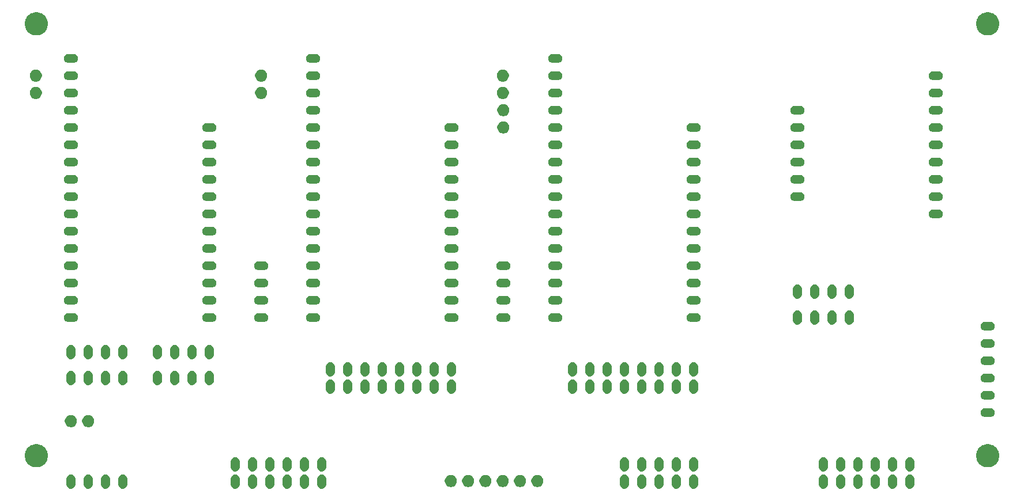
<source format=gbr>
G04 #@! TF.GenerationSoftware,KiCad,Pcbnew,(5.1.5)-3*
G04 #@! TF.CreationDate,2020-11-10T19:03:26-08:00*
G04 #@! TF.ProjectId,quickfeather-expansion-board-duo,71756963-6b66-4656-9174-6865722d6578,rev?*
G04 #@! TF.SameCoordinates,Original*
G04 #@! TF.FileFunction,Soldermask,Bot*
G04 #@! TF.FilePolarity,Negative*
%FSLAX46Y46*%
G04 Gerber Fmt 4.6, Leading zero omitted, Abs format (unit mm)*
G04 Created by KiCad (PCBNEW (5.1.5)-3) date 2020-11-10 19:03:26*
%MOMM*%
%LPD*%
G04 APERTURE LIST*
%ADD10C,0.100000*%
G04 APERTURE END LIST*
D10*
G36*
X58547618Y-106908420D02*
G01*
X58638404Y-106935960D01*
X58670336Y-106945646D01*
X58783425Y-107006094D01*
X58882554Y-107087446D01*
X58963906Y-107186575D01*
X59024354Y-107299664D01*
X59025456Y-107303296D01*
X59061580Y-107422382D01*
X59071000Y-107518027D01*
X59071000Y-108381973D01*
X59061580Y-108477618D01*
X59034040Y-108568404D01*
X59024354Y-108600336D01*
X58963906Y-108713425D01*
X58882554Y-108812553D01*
X58783424Y-108893906D01*
X58670335Y-108954354D01*
X58638403Y-108964040D01*
X58547617Y-108991580D01*
X58420000Y-109004149D01*
X58292382Y-108991580D01*
X58201596Y-108964040D01*
X58169664Y-108954354D01*
X58056575Y-108893906D01*
X57957447Y-108812554D01*
X57876094Y-108713424D01*
X57815646Y-108600335D01*
X57803572Y-108560531D01*
X57778420Y-108477617D01*
X57769000Y-108381972D01*
X57769000Y-107518027D01*
X57778420Y-107422382D01*
X57814545Y-107303296D01*
X57815647Y-107299664D01*
X57876095Y-107186575D01*
X57957447Y-107087446D01*
X58056576Y-107006094D01*
X58169665Y-106945646D01*
X58201597Y-106935960D01*
X58292383Y-106908420D01*
X58420000Y-106895851D01*
X58547618Y-106908420D01*
G37*
G36*
X82677617Y-106908420D02*
G01*
X82768403Y-106935960D01*
X82800335Y-106945646D01*
X82913424Y-107006094D01*
X83012554Y-107087447D01*
X83093906Y-107186575D01*
X83154354Y-107299664D01*
X83155456Y-107303296D01*
X83191580Y-107422382D01*
X83201000Y-107518027D01*
X83201000Y-108381973D01*
X83191580Y-108477618D01*
X83164040Y-108568404D01*
X83154354Y-108600336D01*
X83093906Y-108713425D01*
X83012554Y-108812554D01*
X82913425Y-108893906D01*
X82800336Y-108954354D01*
X82768404Y-108964040D01*
X82677618Y-108991580D01*
X82550000Y-109004149D01*
X82422383Y-108991580D01*
X82331597Y-108964040D01*
X82299665Y-108954354D01*
X82186576Y-108893906D01*
X82087447Y-108812554D01*
X82006095Y-108713425D01*
X81945647Y-108600336D01*
X81941282Y-108585946D01*
X81908420Y-108477618D01*
X81899000Y-108381973D01*
X81899000Y-107518028D01*
X81908420Y-107422383D01*
X81945645Y-107299669D01*
X81945646Y-107299665D01*
X82006094Y-107186576D01*
X82087447Y-107087446D01*
X82186575Y-107006094D01*
X82299664Y-106945646D01*
X82331596Y-106935960D01*
X82422382Y-106908420D01*
X82550000Y-106895851D01*
X82677617Y-106908420D01*
G37*
G36*
X171577617Y-106908420D02*
G01*
X171668403Y-106935960D01*
X171700335Y-106945646D01*
X171813424Y-107006094D01*
X171912554Y-107087447D01*
X171993906Y-107186575D01*
X172054354Y-107299664D01*
X172055456Y-107303296D01*
X172091580Y-107422382D01*
X172101000Y-107518027D01*
X172101000Y-108381973D01*
X172091580Y-108477618D01*
X172064040Y-108568404D01*
X172054354Y-108600336D01*
X171993906Y-108713425D01*
X171912554Y-108812554D01*
X171813425Y-108893906D01*
X171700336Y-108954354D01*
X171668404Y-108964040D01*
X171577618Y-108991580D01*
X171450000Y-109004149D01*
X171322383Y-108991580D01*
X171231597Y-108964040D01*
X171199665Y-108954354D01*
X171086576Y-108893906D01*
X170987447Y-108812554D01*
X170906095Y-108713425D01*
X170845647Y-108600336D01*
X170841282Y-108585946D01*
X170808420Y-108477618D01*
X170799000Y-108381973D01*
X170799000Y-107518028D01*
X170808420Y-107422383D01*
X170845645Y-107299669D01*
X170845646Y-107299665D01*
X170906094Y-107186576D01*
X170987447Y-107087446D01*
X171086575Y-107006094D01*
X171199664Y-106945646D01*
X171231596Y-106935960D01*
X171322382Y-106908420D01*
X171450000Y-106895851D01*
X171577617Y-106908420D01*
G37*
G36*
X169037617Y-106908420D02*
G01*
X169128403Y-106935960D01*
X169160335Y-106945646D01*
X169273424Y-107006094D01*
X169372554Y-107087447D01*
X169453906Y-107186575D01*
X169514354Y-107299664D01*
X169515456Y-107303296D01*
X169551580Y-107422382D01*
X169561000Y-107518027D01*
X169561000Y-108381973D01*
X169551580Y-108477618D01*
X169524040Y-108568404D01*
X169514354Y-108600336D01*
X169453906Y-108713425D01*
X169372554Y-108812554D01*
X169273425Y-108893906D01*
X169160336Y-108954354D01*
X169128404Y-108964040D01*
X169037618Y-108991580D01*
X168910000Y-109004149D01*
X168782383Y-108991580D01*
X168691597Y-108964040D01*
X168659665Y-108954354D01*
X168546576Y-108893906D01*
X168447447Y-108812554D01*
X168366095Y-108713425D01*
X168305647Y-108600336D01*
X168301282Y-108585946D01*
X168268420Y-108477618D01*
X168259000Y-108381973D01*
X168259000Y-107518028D01*
X168268420Y-107422383D01*
X168305645Y-107299669D01*
X168305646Y-107299665D01*
X168366094Y-107186576D01*
X168447447Y-107087446D01*
X168546575Y-107006094D01*
X168659664Y-106945646D01*
X168691596Y-106935960D01*
X168782382Y-106908420D01*
X168910000Y-106895851D01*
X169037617Y-106908420D01*
G37*
G36*
X166497617Y-106908420D02*
G01*
X166588403Y-106935960D01*
X166620335Y-106945646D01*
X166733424Y-107006094D01*
X166832554Y-107087447D01*
X166913906Y-107186575D01*
X166974354Y-107299664D01*
X166975456Y-107303296D01*
X167011580Y-107422382D01*
X167021000Y-107518027D01*
X167021000Y-108381973D01*
X167011580Y-108477618D01*
X166984040Y-108568404D01*
X166974354Y-108600336D01*
X166913906Y-108713425D01*
X166832554Y-108812554D01*
X166733425Y-108893906D01*
X166620336Y-108954354D01*
X166588404Y-108964040D01*
X166497618Y-108991580D01*
X166370000Y-109004149D01*
X166242383Y-108991580D01*
X166151597Y-108964040D01*
X166119665Y-108954354D01*
X166006576Y-108893906D01*
X165907447Y-108812554D01*
X165826095Y-108713425D01*
X165765647Y-108600336D01*
X165761282Y-108585946D01*
X165728420Y-108477618D01*
X165719000Y-108381973D01*
X165719000Y-107518028D01*
X165728420Y-107422383D01*
X165765645Y-107299669D01*
X165765646Y-107299665D01*
X165826094Y-107186576D01*
X165907447Y-107087446D01*
X166006575Y-107006094D01*
X166119664Y-106945646D01*
X166151596Y-106935960D01*
X166242382Y-106908420D01*
X166370000Y-106895851D01*
X166497617Y-106908420D01*
G37*
G36*
X163957617Y-106908420D02*
G01*
X164048403Y-106935960D01*
X164080335Y-106945646D01*
X164193424Y-107006094D01*
X164292554Y-107087447D01*
X164373906Y-107186575D01*
X164434354Y-107299664D01*
X164435456Y-107303296D01*
X164471580Y-107422382D01*
X164481000Y-107518027D01*
X164481000Y-108381973D01*
X164471580Y-108477618D01*
X164444040Y-108568404D01*
X164434354Y-108600336D01*
X164373906Y-108713425D01*
X164292554Y-108812554D01*
X164193425Y-108893906D01*
X164080336Y-108954354D01*
X164048404Y-108964040D01*
X163957618Y-108991580D01*
X163830000Y-109004149D01*
X163702383Y-108991580D01*
X163611597Y-108964040D01*
X163579665Y-108954354D01*
X163466576Y-108893906D01*
X163367447Y-108812554D01*
X163286095Y-108713425D01*
X163225647Y-108600336D01*
X163221282Y-108585946D01*
X163188420Y-108477618D01*
X163179000Y-108381973D01*
X163179000Y-107518028D01*
X163188420Y-107422383D01*
X163225645Y-107299669D01*
X163225646Y-107299665D01*
X163286094Y-107186576D01*
X163367447Y-107087446D01*
X163466575Y-107006094D01*
X163579664Y-106945646D01*
X163611596Y-106935960D01*
X163702382Y-106908420D01*
X163830000Y-106895851D01*
X163957617Y-106908420D01*
G37*
G36*
X161417617Y-106908420D02*
G01*
X161508403Y-106935960D01*
X161540335Y-106945646D01*
X161653424Y-107006094D01*
X161752554Y-107087447D01*
X161833906Y-107186575D01*
X161894354Y-107299664D01*
X161895456Y-107303296D01*
X161931580Y-107422382D01*
X161941000Y-107518027D01*
X161941000Y-108381973D01*
X161931580Y-108477618D01*
X161904040Y-108568404D01*
X161894354Y-108600336D01*
X161833906Y-108713425D01*
X161752554Y-108812554D01*
X161653425Y-108893906D01*
X161540336Y-108954354D01*
X161508404Y-108964040D01*
X161417618Y-108991580D01*
X161290000Y-109004149D01*
X161162383Y-108991580D01*
X161071597Y-108964040D01*
X161039665Y-108954354D01*
X160926576Y-108893906D01*
X160827447Y-108812554D01*
X160746095Y-108713425D01*
X160685647Y-108600336D01*
X160681282Y-108585946D01*
X160648420Y-108477618D01*
X160639000Y-108381973D01*
X160639000Y-107518028D01*
X160648420Y-107422383D01*
X160685645Y-107299669D01*
X160685646Y-107299665D01*
X160746094Y-107186576D01*
X160827447Y-107087446D01*
X160926575Y-107006094D01*
X161039664Y-106945646D01*
X161071596Y-106935960D01*
X161162382Y-106908420D01*
X161290000Y-106895851D01*
X161417617Y-106908420D01*
G37*
G36*
X75057617Y-106908420D02*
G01*
X75148403Y-106935960D01*
X75180335Y-106945646D01*
X75293424Y-107006094D01*
X75392554Y-107087447D01*
X75473906Y-107186575D01*
X75534354Y-107299664D01*
X75535456Y-107303296D01*
X75571580Y-107422382D01*
X75581000Y-107518027D01*
X75581000Y-108381973D01*
X75571580Y-108477618D01*
X75544040Y-108568404D01*
X75534354Y-108600336D01*
X75473906Y-108713425D01*
X75392554Y-108812554D01*
X75293425Y-108893906D01*
X75180336Y-108954354D01*
X75148404Y-108964040D01*
X75057618Y-108991580D01*
X74930000Y-109004149D01*
X74802383Y-108991580D01*
X74711597Y-108964040D01*
X74679665Y-108954354D01*
X74566576Y-108893906D01*
X74467447Y-108812554D01*
X74386095Y-108713425D01*
X74325647Y-108600336D01*
X74321282Y-108585946D01*
X74288420Y-108477618D01*
X74279000Y-108381973D01*
X74279000Y-107518028D01*
X74288420Y-107422383D01*
X74325645Y-107299669D01*
X74325646Y-107299665D01*
X74386094Y-107186576D01*
X74467447Y-107087446D01*
X74566575Y-107006094D01*
X74679664Y-106945646D01*
X74711596Y-106935960D01*
X74802382Y-106908420D01*
X74930000Y-106895851D01*
X75057617Y-106908420D01*
G37*
G36*
X77597617Y-106908420D02*
G01*
X77688403Y-106935960D01*
X77720335Y-106945646D01*
X77833424Y-107006094D01*
X77932554Y-107087447D01*
X78013906Y-107186575D01*
X78074354Y-107299664D01*
X78075456Y-107303296D01*
X78111580Y-107422382D01*
X78121000Y-107518027D01*
X78121000Y-108381973D01*
X78111580Y-108477618D01*
X78084040Y-108568404D01*
X78074354Y-108600336D01*
X78013906Y-108713425D01*
X77932554Y-108812554D01*
X77833425Y-108893906D01*
X77720336Y-108954354D01*
X77688404Y-108964040D01*
X77597618Y-108991580D01*
X77470000Y-109004149D01*
X77342383Y-108991580D01*
X77251597Y-108964040D01*
X77219665Y-108954354D01*
X77106576Y-108893906D01*
X77007447Y-108812554D01*
X76926095Y-108713425D01*
X76865647Y-108600336D01*
X76861282Y-108585946D01*
X76828420Y-108477618D01*
X76819000Y-108381973D01*
X76819000Y-107518028D01*
X76828420Y-107422383D01*
X76865645Y-107299669D01*
X76865646Y-107299665D01*
X76926094Y-107186576D01*
X77007447Y-107087446D01*
X77106575Y-107006094D01*
X77219664Y-106945646D01*
X77251596Y-106935960D01*
X77342382Y-106908420D01*
X77470000Y-106895851D01*
X77597617Y-106908420D01*
G37*
G36*
X80137617Y-106908420D02*
G01*
X80228403Y-106935960D01*
X80260335Y-106945646D01*
X80373424Y-107006094D01*
X80472554Y-107087447D01*
X80553906Y-107186575D01*
X80614354Y-107299664D01*
X80615456Y-107303296D01*
X80651580Y-107422382D01*
X80661000Y-107518027D01*
X80661000Y-108381973D01*
X80651580Y-108477618D01*
X80624040Y-108568404D01*
X80614354Y-108600336D01*
X80553906Y-108713425D01*
X80472554Y-108812554D01*
X80373425Y-108893906D01*
X80260336Y-108954354D01*
X80228404Y-108964040D01*
X80137618Y-108991580D01*
X80010000Y-109004149D01*
X79882383Y-108991580D01*
X79791597Y-108964040D01*
X79759665Y-108954354D01*
X79646576Y-108893906D01*
X79547447Y-108812554D01*
X79466095Y-108713425D01*
X79405647Y-108600336D01*
X79401282Y-108585946D01*
X79368420Y-108477618D01*
X79359000Y-108381973D01*
X79359000Y-107518028D01*
X79368420Y-107422383D01*
X79405645Y-107299669D01*
X79405646Y-107299665D01*
X79466094Y-107186576D01*
X79547447Y-107087446D01*
X79646575Y-107006094D01*
X79759664Y-106945646D01*
X79791596Y-106935960D01*
X79882382Y-106908420D01*
X80010000Y-106895851D01*
X80137617Y-106908420D01*
G37*
G36*
X174117617Y-106908420D02*
G01*
X174208403Y-106935960D01*
X174240335Y-106945646D01*
X174353424Y-107006094D01*
X174452554Y-107087447D01*
X174533906Y-107186575D01*
X174594354Y-107299664D01*
X174595456Y-107303296D01*
X174631580Y-107422382D01*
X174641000Y-107518027D01*
X174641000Y-108381973D01*
X174631580Y-108477618D01*
X174604040Y-108568404D01*
X174594354Y-108600336D01*
X174533906Y-108713425D01*
X174452554Y-108812554D01*
X174353425Y-108893906D01*
X174240336Y-108954354D01*
X174208404Y-108964040D01*
X174117618Y-108991580D01*
X173990000Y-109004149D01*
X173862383Y-108991580D01*
X173771597Y-108964040D01*
X173739665Y-108954354D01*
X173626576Y-108893906D01*
X173527447Y-108812554D01*
X173446095Y-108713425D01*
X173385647Y-108600336D01*
X173381282Y-108585946D01*
X173348420Y-108477618D01*
X173339000Y-108381973D01*
X173339000Y-107518028D01*
X173348420Y-107422383D01*
X173385645Y-107299669D01*
X173385646Y-107299665D01*
X173446094Y-107186576D01*
X173527447Y-107087446D01*
X173626575Y-107006094D01*
X173739664Y-106945646D01*
X173771596Y-106935960D01*
X173862382Y-106908420D01*
X173990000Y-106895851D01*
X174117617Y-106908420D01*
G37*
G36*
X87757617Y-106908420D02*
G01*
X87848403Y-106935960D01*
X87880335Y-106945646D01*
X87993424Y-107006094D01*
X88092554Y-107087447D01*
X88173906Y-107186575D01*
X88234354Y-107299664D01*
X88235456Y-107303296D01*
X88271580Y-107422382D01*
X88281000Y-107518027D01*
X88281000Y-108381973D01*
X88271580Y-108477618D01*
X88244040Y-108568404D01*
X88234354Y-108600336D01*
X88173906Y-108713425D01*
X88092554Y-108812554D01*
X87993425Y-108893906D01*
X87880336Y-108954354D01*
X87848404Y-108964040D01*
X87757618Y-108991580D01*
X87630000Y-109004149D01*
X87502383Y-108991580D01*
X87411597Y-108964040D01*
X87379665Y-108954354D01*
X87266576Y-108893906D01*
X87167447Y-108812554D01*
X87086095Y-108713425D01*
X87025647Y-108600336D01*
X87021282Y-108585946D01*
X86988420Y-108477618D01*
X86979000Y-108381973D01*
X86979000Y-107518028D01*
X86988420Y-107422383D01*
X87025645Y-107299669D01*
X87025646Y-107299665D01*
X87086094Y-107186576D01*
X87167447Y-107087446D01*
X87266575Y-107006094D01*
X87379664Y-106945646D01*
X87411596Y-106935960D01*
X87502382Y-106908420D01*
X87630000Y-106895851D01*
X87757617Y-106908420D01*
G37*
G36*
X132207618Y-106908420D02*
G01*
X132298404Y-106935960D01*
X132330336Y-106945646D01*
X132443425Y-107006094D01*
X132542554Y-107087446D01*
X132623906Y-107186575D01*
X132684354Y-107299664D01*
X132685456Y-107303296D01*
X132721580Y-107422382D01*
X132731000Y-107518027D01*
X132731000Y-108381973D01*
X132721580Y-108477618D01*
X132694040Y-108568404D01*
X132684354Y-108600336D01*
X132623906Y-108713425D01*
X132542554Y-108812553D01*
X132443424Y-108893906D01*
X132330335Y-108954354D01*
X132298403Y-108964040D01*
X132207617Y-108991580D01*
X132080000Y-109004149D01*
X131952382Y-108991580D01*
X131861596Y-108964040D01*
X131829664Y-108954354D01*
X131716575Y-108893906D01*
X131617447Y-108812554D01*
X131536094Y-108713424D01*
X131475646Y-108600335D01*
X131463572Y-108560531D01*
X131438420Y-108477617D01*
X131429000Y-108381972D01*
X131429000Y-107518027D01*
X131438420Y-107422382D01*
X131474545Y-107303296D01*
X131475647Y-107299664D01*
X131536095Y-107186575D01*
X131617447Y-107087446D01*
X131716576Y-107006094D01*
X131829665Y-106945646D01*
X131861597Y-106935960D01*
X131952383Y-106908420D01*
X132080000Y-106895851D01*
X132207618Y-106908420D01*
G37*
G36*
X134747618Y-106908420D02*
G01*
X134838404Y-106935960D01*
X134870336Y-106945646D01*
X134983425Y-107006094D01*
X135082554Y-107087446D01*
X135163906Y-107186575D01*
X135224354Y-107299664D01*
X135225456Y-107303296D01*
X135261580Y-107422382D01*
X135271000Y-107518027D01*
X135271000Y-108381973D01*
X135261580Y-108477618D01*
X135234040Y-108568404D01*
X135224354Y-108600336D01*
X135163906Y-108713425D01*
X135082554Y-108812553D01*
X134983424Y-108893906D01*
X134870335Y-108954354D01*
X134838403Y-108964040D01*
X134747617Y-108991580D01*
X134620000Y-109004149D01*
X134492382Y-108991580D01*
X134401596Y-108964040D01*
X134369664Y-108954354D01*
X134256575Y-108893906D01*
X134157447Y-108812554D01*
X134076094Y-108713424D01*
X134015646Y-108600335D01*
X134003572Y-108560531D01*
X133978420Y-108477617D01*
X133969000Y-108381972D01*
X133969000Y-107518027D01*
X133978420Y-107422382D01*
X134014545Y-107303296D01*
X134015647Y-107299664D01*
X134076095Y-107186575D01*
X134157447Y-107087446D01*
X134256576Y-107006094D01*
X134369665Y-106945646D01*
X134401597Y-106935960D01*
X134492383Y-106908420D01*
X134620000Y-106895851D01*
X134747618Y-106908420D01*
G37*
G36*
X137287618Y-106908420D02*
G01*
X137378404Y-106935960D01*
X137410336Y-106945646D01*
X137523425Y-107006094D01*
X137622554Y-107087446D01*
X137703906Y-107186575D01*
X137764354Y-107299664D01*
X137765456Y-107303296D01*
X137801580Y-107422382D01*
X137811000Y-107518027D01*
X137811000Y-108381973D01*
X137801580Y-108477618D01*
X137774040Y-108568404D01*
X137764354Y-108600336D01*
X137703906Y-108713425D01*
X137622554Y-108812553D01*
X137523424Y-108893906D01*
X137410335Y-108954354D01*
X137378403Y-108964040D01*
X137287617Y-108991580D01*
X137160000Y-109004149D01*
X137032382Y-108991580D01*
X136941596Y-108964040D01*
X136909664Y-108954354D01*
X136796575Y-108893906D01*
X136697447Y-108812554D01*
X136616094Y-108713424D01*
X136555646Y-108600335D01*
X136543572Y-108560531D01*
X136518420Y-108477617D01*
X136509000Y-108381972D01*
X136509000Y-107518027D01*
X136518420Y-107422382D01*
X136554545Y-107303296D01*
X136555647Y-107299664D01*
X136616095Y-107186575D01*
X136697447Y-107087446D01*
X136796576Y-107006094D01*
X136909665Y-106945646D01*
X136941597Y-106935960D01*
X137032383Y-106908420D01*
X137160000Y-106895851D01*
X137287618Y-106908420D01*
G37*
G36*
X139827618Y-106908420D02*
G01*
X139918404Y-106935960D01*
X139950336Y-106945646D01*
X140063425Y-107006094D01*
X140162554Y-107087446D01*
X140243906Y-107186575D01*
X140304354Y-107299664D01*
X140305456Y-107303296D01*
X140341580Y-107422382D01*
X140351000Y-107518027D01*
X140351000Y-108381973D01*
X140341580Y-108477618D01*
X140314040Y-108568404D01*
X140304354Y-108600336D01*
X140243906Y-108713425D01*
X140162554Y-108812553D01*
X140063424Y-108893906D01*
X139950335Y-108954354D01*
X139918403Y-108964040D01*
X139827617Y-108991580D01*
X139700000Y-109004149D01*
X139572382Y-108991580D01*
X139481596Y-108964040D01*
X139449664Y-108954354D01*
X139336575Y-108893906D01*
X139237447Y-108812554D01*
X139156094Y-108713424D01*
X139095646Y-108600335D01*
X139083572Y-108560531D01*
X139058420Y-108477617D01*
X139049000Y-108381972D01*
X139049000Y-107518027D01*
X139058420Y-107422382D01*
X139094545Y-107303296D01*
X139095647Y-107299664D01*
X139156095Y-107186575D01*
X139237447Y-107087446D01*
X139336576Y-107006094D01*
X139449665Y-106945646D01*
X139481597Y-106935960D01*
X139572383Y-106908420D01*
X139700000Y-106895851D01*
X139827618Y-106908420D01*
G37*
G36*
X142367618Y-106908420D02*
G01*
X142458404Y-106935960D01*
X142490336Y-106945646D01*
X142603425Y-107006094D01*
X142702554Y-107087446D01*
X142783906Y-107186575D01*
X142844354Y-107299664D01*
X142845456Y-107303296D01*
X142881580Y-107422382D01*
X142891000Y-107518027D01*
X142891000Y-108381973D01*
X142881580Y-108477618D01*
X142854040Y-108568404D01*
X142844354Y-108600336D01*
X142783906Y-108713425D01*
X142702554Y-108812553D01*
X142603424Y-108893906D01*
X142490335Y-108954354D01*
X142458403Y-108964040D01*
X142367617Y-108991580D01*
X142240000Y-109004149D01*
X142112382Y-108991580D01*
X142021596Y-108964040D01*
X141989664Y-108954354D01*
X141876575Y-108893906D01*
X141777447Y-108812554D01*
X141696094Y-108713424D01*
X141635646Y-108600335D01*
X141623572Y-108560531D01*
X141598420Y-108477617D01*
X141589000Y-108381972D01*
X141589000Y-107518027D01*
X141598420Y-107422382D01*
X141634545Y-107303296D01*
X141635647Y-107299664D01*
X141696095Y-107186575D01*
X141777447Y-107087446D01*
X141876576Y-107006094D01*
X141989665Y-106945646D01*
X142021597Y-106935960D01*
X142112383Y-106908420D01*
X142240000Y-106895851D01*
X142367618Y-106908420D01*
G37*
G36*
X50927618Y-106908420D02*
G01*
X51018404Y-106935960D01*
X51050336Y-106945646D01*
X51163425Y-107006094D01*
X51262554Y-107087446D01*
X51343906Y-107186575D01*
X51404354Y-107299664D01*
X51405456Y-107303296D01*
X51441580Y-107422382D01*
X51451000Y-107518027D01*
X51451000Y-108381973D01*
X51441580Y-108477618D01*
X51414040Y-108568404D01*
X51404354Y-108600336D01*
X51343906Y-108713425D01*
X51262554Y-108812553D01*
X51163424Y-108893906D01*
X51050335Y-108954354D01*
X51018403Y-108964040D01*
X50927617Y-108991580D01*
X50800000Y-109004149D01*
X50672382Y-108991580D01*
X50581596Y-108964040D01*
X50549664Y-108954354D01*
X50436575Y-108893906D01*
X50337447Y-108812554D01*
X50256094Y-108713424D01*
X50195646Y-108600335D01*
X50183572Y-108560531D01*
X50158420Y-108477617D01*
X50149000Y-108381972D01*
X50149000Y-107518027D01*
X50158420Y-107422382D01*
X50194545Y-107303296D01*
X50195647Y-107299664D01*
X50256095Y-107186575D01*
X50337447Y-107087446D01*
X50436576Y-107006094D01*
X50549665Y-106945646D01*
X50581597Y-106935960D01*
X50672383Y-106908420D01*
X50800000Y-106895851D01*
X50927618Y-106908420D01*
G37*
G36*
X53467618Y-106908420D02*
G01*
X53558404Y-106935960D01*
X53590336Y-106945646D01*
X53703425Y-107006094D01*
X53802554Y-107087446D01*
X53883906Y-107186575D01*
X53944354Y-107299664D01*
X53945456Y-107303296D01*
X53981580Y-107422382D01*
X53991000Y-107518027D01*
X53991000Y-108381973D01*
X53981580Y-108477618D01*
X53954040Y-108568404D01*
X53944354Y-108600336D01*
X53883906Y-108713425D01*
X53802554Y-108812553D01*
X53703424Y-108893906D01*
X53590335Y-108954354D01*
X53558403Y-108964040D01*
X53467617Y-108991580D01*
X53340000Y-109004149D01*
X53212382Y-108991580D01*
X53121596Y-108964040D01*
X53089664Y-108954354D01*
X52976575Y-108893906D01*
X52877447Y-108812554D01*
X52796094Y-108713424D01*
X52735646Y-108600335D01*
X52723572Y-108560531D01*
X52698420Y-108477617D01*
X52689000Y-108381972D01*
X52689000Y-107518027D01*
X52698420Y-107422382D01*
X52734545Y-107303296D01*
X52735647Y-107299664D01*
X52796095Y-107186575D01*
X52877447Y-107087446D01*
X52976576Y-107006094D01*
X53089665Y-106945646D01*
X53121597Y-106935960D01*
X53212383Y-106908420D01*
X53340000Y-106895851D01*
X53467618Y-106908420D01*
G37*
G36*
X56007618Y-106908420D02*
G01*
X56098404Y-106935960D01*
X56130336Y-106945646D01*
X56243425Y-107006094D01*
X56342554Y-107087446D01*
X56423906Y-107186575D01*
X56484354Y-107299664D01*
X56485456Y-107303296D01*
X56521580Y-107422382D01*
X56531000Y-107518027D01*
X56531000Y-108381973D01*
X56521580Y-108477618D01*
X56494040Y-108568404D01*
X56484354Y-108600336D01*
X56423906Y-108713425D01*
X56342554Y-108812553D01*
X56243424Y-108893906D01*
X56130335Y-108954354D01*
X56098403Y-108964040D01*
X56007617Y-108991580D01*
X55880000Y-109004149D01*
X55752382Y-108991580D01*
X55661596Y-108964040D01*
X55629664Y-108954354D01*
X55516575Y-108893906D01*
X55417447Y-108812554D01*
X55336094Y-108713424D01*
X55275646Y-108600335D01*
X55263572Y-108560531D01*
X55238420Y-108477617D01*
X55229000Y-108381972D01*
X55229000Y-107518027D01*
X55238420Y-107422382D01*
X55274545Y-107303296D01*
X55275647Y-107299664D01*
X55336095Y-107186575D01*
X55417447Y-107087446D01*
X55516576Y-107006094D01*
X55629665Y-106945646D01*
X55661597Y-106935960D01*
X55752383Y-106908420D01*
X55880000Y-106895851D01*
X56007618Y-106908420D01*
G37*
G36*
X85217617Y-106908420D02*
G01*
X85308403Y-106935960D01*
X85340335Y-106945646D01*
X85453424Y-107006094D01*
X85552554Y-107087447D01*
X85633906Y-107186575D01*
X85694354Y-107299664D01*
X85695456Y-107303296D01*
X85731580Y-107422382D01*
X85741000Y-107518027D01*
X85741000Y-108381973D01*
X85731580Y-108477618D01*
X85704040Y-108568404D01*
X85694354Y-108600336D01*
X85633906Y-108713425D01*
X85552554Y-108812554D01*
X85453425Y-108893906D01*
X85340336Y-108954354D01*
X85308404Y-108964040D01*
X85217618Y-108991580D01*
X85090000Y-109004149D01*
X84962383Y-108991580D01*
X84871597Y-108964040D01*
X84839665Y-108954354D01*
X84726576Y-108893906D01*
X84627447Y-108812554D01*
X84546095Y-108713425D01*
X84485647Y-108600336D01*
X84481282Y-108585946D01*
X84448420Y-108477618D01*
X84439000Y-108381973D01*
X84439000Y-107518028D01*
X84448420Y-107422383D01*
X84485645Y-107299669D01*
X84485646Y-107299665D01*
X84546094Y-107186576D01*
X84627447Y-107087446D01*
X84726575Y-107006094D01*
X84839664Y-106945646D01*
X84871596Y-106935960D01*
X84962382Y-106908420D01*
X85090000Y-106895851D01*
X85217617Y-106908420D01*
G37*
G36*
X119463435Y-106998082D02*
G01*
X119549312Y-107015164D01*
X119711099Y-107082179D01*
X119856704Y-107179469D01*
X119980531Y-107303296D01*
X120077821Y-107448901D01*
X120144836Y-107610688D01*
X120179000Y-107782441D01*
X120179000Y-107957559D01*
X120144836Y-108129312D01*
X120077821Y-108291099D01*
X119980531Y-108436704D01*
X119856704Y-108560531D01*
X119711099Y-108657821D01*
X119549312Y-108724836D01*
X119377560Y-108759000D01*
X119202440Y-108759000D01*
X119030688Y-108724836D01*
X118868901Y-108657821D01*
X118723296Y-108560531D01*
X118599469Y-108436704D01*
X118502179Y-108291099D01*
X118435164Y-108129312D01*
X118401000Y-107957559D01*
X118401000Y-107782441D01*
X118435164Y-107610688D01*
X118502179Y-107448901D01*
X118599469Y-107303296D01*
X118723296Y-107179469D01*
X118868901Y-107082179D01*
X119030688Y-107015164D01*
X119116565Y-106998082D01*
X119202440Y-106981000D01*
X119377560Y-106981000D01*
X119463435Y-106998082D01*
G37*
G36*
X106763435Y-106998082D02*
G01*
X106849312Y-107015164D01*
X107011099Y-107082179D01*
X107156704Y-107179469D01*
X107280531Y-107303296D01*
X107377821Y-107448901D01*
X107444836Y-107610688D01*
X107479000Y-107782441D01*
X107479000Y-107957559D01*
X107444836Y-108129312D01*
X107377821Y-108291099D01*
X107280531Y-108436704D01*
X107156704Y-108560531D01*
X107011099Y-108657821D01*
X106849312Y-108724836D01*
X106677560Y-108759000D01*
X106502440Y-108759000D01*
X106330688Y-108724836D01*
X106168901Y-108657821D01*
X106023296Y-108560531D01*
X105899469Y-108436704D01*
X105802179Y-108291099D01*
X105735164Y-108129312D01*
X105701000Y-107957559D01*
X105701000Y-107782441D01*
X105735164Y-107610688D01*
X105802179Y-107448901D01*
X105899469Y-107303296D01*
X106023296Y-107179469D01*
X106168901Y-107082179D01*
X106330688Y-107015164D01*
X106416565Y-106998082D01*
X106502440Y-106981000D01*
X106677560Y-106981000D01*
X106763435Y-106998082D01*
G37*
G36*
X109303435Y-106998082D02*
G01*
X109389312Y-107015164D01*
X109551099Y-107082179D01*
X109696704Y-107179469D01*
X109820531Y-107303296D01*
X109917821Y-107448901D01*
X109984836Y-107610688D01*
X110019000Y-107782441D01*
X110019000Y-107957559D01*
X109984836Y-108129312D01*
X109917821Y-108291099D01*
X109820531Y-108436704D01*
X109696704Y-108560531D01*
X109551099Y-108657821D01*
X109389312Y-108724836D01*
X109217560Y-108759000D01*
X109042440Y-108759000D01*
X108870688Y-108724836D01*
X108708901Y-108657821D01*
X108563296Y-108560531D01*
X108439469Y-108436704D01*
X108342179Y-108291099D01*
X108275164Y-108129312D01*
X108241000Y-107957559D01*
X108241000Y-107782441D01*
X108275164Y-107610688D01*
X108342179Y-107448901D01*
X108439469Y-107303296D01*
X108563296Y-107179469D01*
X108708901Y-107082179D01*
X108870688Y-107015164D01*
X108956565Y-106998082D01*
X109042440Y-106981000D01*
X109217560Y-106981000D01*
X109303435Y-106998082D01*
G37*
G36*
X116923435Y-106998082D02*
G01*
X117009312Y-107015164D01*
X117171099Y-107082179D01*
X117316704Y-107179469D01*
X117440531Y-107303296D01*
X117537821Y-107448901D01*
X117604836Y-107610688D01*
X117639000Y-107782441D01*
X117639000Y-107957559D01*
X117604836Y-108129312D01*
X117537821Y-108291099D01*
X117440531Y-108436704D01*
X117316704Y-108560531D01*
X117171099Y-108657821D01*
X117009312Y-108724836D01*
X116837560Y-108759000D01*
X116662440Y-108759000D01*
X116490688Y-108724836D01*
X116328901Y-108657821D01*
X116183296Y-108560531D01*
X116059469Y-108436704D01*
X115962179Y-108291099D01*
X115895164Y-108129312D01*
X115861000Y-107957559D01*
X115861000Y-107782441D01*
X115895164Y-107610688D01*
X115962179Y-107448901D01*
X116059469Y-107303296D01*
X116183296Y-107179469D01*
X116328901Y-107082179D01*
X116490688Y-107015164D01*
X116576565Y-106998082D01*
X116662440Y-106981000D01*
X116837560Y-106981000D01*
X116923435Y-106998082D01*
G37*
G36*
X114383435Y-106998082D02*
G01*
X114469312Y-107015164D01*
X114631099Y-107082179D01*
X114776704Y-107179469D01*
X114900531Y-107303296D01*
X114997821Y-107448901D01*
X115064836Y-107610688D01*
X115099000Y-107782441D01*
X115099000Y-107957559D01*
X115064836Y-108129312D01*
X114997821Y-108291099D01*
X114900531Y-108436704D01*
X114776704Y-108560531D01*
X114631099Y-108657821D01*
X114469312Y-108724836D01*
X114297560Y-108759000D01*
X114122440Y-108759000D01*
X113950688Y-108724836D01*
X113788901Y-108657821D01*
X113643296Y-108560531D01*
X113519469Y-108436704D01*
X113422179Y-108291099D01*
X113355164Y-108129312D01*
X113321000Y-107957559D01*
X113321000Y-107782441D01*
X113355164Y-107610688D01*
X113422179Y-107448901D01*
X113519469Y-107303296D01*
X113643296Y-107179469D01*
X113788901Y-107082179D01*
X113950688Y-107015164D01*
X114036565Y-106998082D01*
X114122440Y-106981000D01*
X114297560Y-106981000D01*
X114383435Y-106998082D01*
G37*
G36*
X111843435Y-106998082D02*
G01*
X111929312Y-107015164D01*
X112091099Y-107082179D01*
X112236704Y-107179469D01*
X112360531Y-107303296D01*
X112457821Y-107448901D01*
X112524836Y-107610688D01*
X112559000Y-107782441D01*
X112559000Y-107957559D01*
X112524836Y-108129312D01*
X112457821Y-108291099D01*
X112360531Y-108436704D01*
X112236704Y-108560531D01*
X112091099Y-108657821D01*
X111929312Y-108724836D01*
X111757560Y-108759000D01*
X111582440Y-108759000D01*
X111410688Y-108724836D01*
X111248901Y-108657821D01*
X111103296Y-108560531D01*
X110979469Y-108436704D01*
X110882179Y-108291099D01*
X110815164Y-108129312D01*
X110781000Y-107957559D01*
X110781000Y-107782441D01*
X110815164Y-107610688D01*
X110882179Y-107448901D01*
X110979469Y-107303296D01*
X111103296Y-107179469D01*
X111248901Y-107082179D01*
X111410688Y-107015164D01*
X111496565Y-106998082D01*
X111582440Y-106981000D01*
X111757560Y-106981000D01*
X111843435Y-106998082D01*
G37*
G36*
X142367618Y-104368420D02*
G01*
X142458404Y-104395960D01*
X142490336Y-104405646D01*
X142603425Y-104466094D01*
X142702554Y-104547446D01*
X142783906Y-104646575D01*
X142844354Y-104759664D01*
X142854040Y-104791596D01*
X142881580Y-104882382D01*
X142891000Y-104978027D01*
X142891000Y-105841973D01*
X142881580Y-105937618D01*
X142854040Y-106028404D01*
X142844354Y-106060336D01*
X142783906Y-106173425D01*
X142702554Y-106272553D01*
X142603424Y-106353906D01*
X142490335Y-106414354D01*
X142458403Y-106424040D01*
X142367617Y-106451580D01*
X142240000Y-106464149D01*
X142112382Y-106451580D01*
X142021596Y-106424040D01*
X141989664Y-106414354D01*
X141876575Y-106353906D01*
X141777447Y-106272554D01*
X141696094Y-106173424D01*
X141635646Y-106060335D01*
X141625960Y-106028403D01*
X141598420Y-105937617D01*
X141589000Y-105841972D01*
X141589000Y-104978027D01*
X141598420Y-104882382D01*
X141631282Y-104774054D01*
X141635647Y-104759664D01*
X141696095Y-104646575D01*
X141777447Y-104547446D01*
X141876576Y-104466094D01*
X141989665Y-104405646D01*
X142021597Y-104395960D01*
X142112383Y-104368420D01*
X142240000Y-104355851D01*
X142367618Y-104368420D01*
G37*
G36*
X77597617Y-104368420D02*
G01*
X77688403Y-104395960D01*
X77720335Y-104405646D01*
X77833424Y-104466094D01*
X77932554Y-104547447D01*
X78013906Y-104646575D01*
X78074354Y-104759664D01*
X78084040Y-104791596D01*
X78111580Y-104882382D01*
X78121000Y-104978027D01*
X78121000Y-105841973D01*
X78111580Y-105937618D01*
X78084040Y-106028404D01*
X78074354Y-106060336D01*
X78013906Y-106173425D01*
X77932554Y-106272554D01*
X77833425Y-106353906D01*
X77720336Y-106414354D01*
X77688404Y-106424040D01*
X77597618Y-106451580D01*
X77470000Y-106464149D01*
X77342383Y-106451580D01*
X77251597Y-106424040D01*
X77219665Y-106414354D01*
X77106576Y-106353906D01*
X77007447Y-106272554D01*
X76926095Y-106173425D01*
X76865647Y-106060336D01*
X76861282Y-106045946D01*
X76828420Y-105937618D01*
X76819000Y-105841973D01*
X76819000Y-104978028D01*
X76828420Y-104882383D01*
X76865645Y-104759669D01*
X76865646Y-104759665D01*
X76926094Y-104646576D01*
X77007447Y-104547446D01*
X77106575Y-104466094D01*
X77219664Y-104405646D01*
X77251596Y-104395960D01*
X77342382Y-104368420D01*
X77470000Y-104355851D01*
X77597617Y-104368420D01*
G37*
G36*
X161417617Y-104368420D02*
G01*
X161508403Y-104395960D01*
X161540335Y-104405646D01*
X161653424Y-104466094D01*
X161752554Y-104547447D01*
X161833906Y-104646575D01*
X161894354Y-104759664D01*
X161904040Y-104791596D01*
X161931580Y-104882382D01*
X161941000Y-104978027D01*
X161941000Y-105841973D01*
X161931580Y-105937618D01*
X161904040Y-106028404D01*
X161894354Y-106060336D01*
X161833906Y-106173425D01*
X161752554Y-106272554D01*
X161653425Y-106353906D01*
X161540336Y-106414354D01*
X161508404Y-106424040D01*
X161417618Y-106451580D01*
X161290000Y-106464149D01*
X161162383Y-106451580D01*
X161071597Y-106424040D01*
X161039665Y-106414354D01*
X160926576Y-106353906D01*
X160827447Y-106272554D01*
X160746095Y-106173425D01*
X160685647Y-106060336D01*
X160681282Y-106045946D01*
X160648420Y-105937618D01*
X160639000Y-105841973D01*
X160639000Y-104978028D01*
X160648420Y-104882383D01*
X160685645Y-104759669D01*
X160685646Y-104759665D01*
X160746094Y-104646576D01*
X160827447Y-104547446D01*
X160926575Y-104466094D01*
X161039664Y-104405646D01*
X161071596Y-104395960D01*
X161162382Y-104368420D01*
X161290000Y-104355851D01*
X161417617Y-104368420D01*
G37*
G36*
X80137617Y-104368420D02*
G01*
X80228403Y-104395960D01*
X80260335Y-104405646D01*
X80373424Y-104466094D01*
X80472554Y-104547447D01*
X80553906Y-104646575D01*
X80614354Y-104759664D01*
X80624040Y-104791596D01*
X80651580Y-104882382D01*
X80661000Y-104978027D01*
X80661000Y-105841973D01*
X80651580Y-105937618D01*
X80624040Y-106028404D01*
X80614354Y-106060336D01*
X80553906Y-106173425D01*
X80472554Y-106272554D01*
X80373425Y-106353906D01*
X80260336Y-106414354D01*
X80228404Y-106424040D01*
X80137618Y-106451580D01*
X80010000Y-106464149D01*
X79882383Y-106451580D01*
X79791597Y-106424040D01*
X79759665Y-106414354D01*
X79646576Y-106353906D01*
X79547447Y-106272554D01*
X79466095Y-106173425D01*
X79405647Y-106060336D01*
X79401282Y-106045946D01*
X79368420Y-105937618D01*
X79359000Y-105841973D01*
X79359000Y-104978028D01*
X79368420Y-104882383D01*
X79405645Y-104759669D01*
X79405646Y-104759665D01*
X79466094Y-104646576D01*
X79547447Y-104547446D01*
X79646575Y-104466094D01*
X79759664Y-104405646D01*
X79791596Y-104395960D01*
X79882382Y-104368420D01*
X80010000Y-104355851D01*
X80137617Y-104368420D01*
G37*
G36*
X163957617Y-104368420D02*
G01*
X164048403Y-104395960D01*
X164080335Y-104405646D01*
X164193424Y-104466094D01*
X164292554Y-104547447D01*
X164373906Y-104646575D01*
X164434354Y-104759664D01*
X164444040Y-104791596D01*
X164471580Y-104882382D01*
X164481000Y-104978027D01*
X164481000Y-105841973D01*
X164471580Y-105937618D01*
X164444040Y-106028404D01*
X164434354Y-106060336D01*
X164373906Y-106173425D01*
X164292554Y-106272554D01*
X164193425Y-106353906D01*
X164080336Y-106414354D01*
X164048404Y-106424040D01*
X163957618Y-106451580D01*
X163830000Y-106464149D01*
X163702383Y-106451580D01*
X163611597Y-106424040D01*
X163579665Y-106414354D01*
X163466576Y-106353906D01*
X163367447Y-106272554D01*
X163286095Y-106173425D01*
X163225647Y-106060336D01*
X163221282Y-106045946D01*
X163188420Y-105937618D01*
X163179000Y-105841973D01*
X163179000Y-104978028D01*
X163188420Y-104882383D01*
X163225645Y-104759669D01*
X163225646Y-104759665D01*
X163286094Y-104646576D01*
X163367447Y-104547446D01*
X163466575Y-104466094D01*
X163579664Y-104405646D01*
X163611596Y-104395960D01*
X163702382Y-104368420D01*
X163830000Y-104355851D01*
X163957617Y-104368420D01*
G37*
G36*
X82677617Y-104368420D02*
G01*
X82768403Y-104395960D01*
X82800335Y-104405646D01*
X82913424Y-104466094D01*
X83012554Y-104547447D01*
X83093906Y-104646575D01*
X83154354Y-104759664D01*
X83164040Y-104791596D01*
X83191580Y-104882382D01*
X83201000Y-104978027D01*
X83201000Y-105841973D01*
X83191580Y-105937618D01*
X83164040Y-106028404D01*
X83154354Y-106060336D01*
X83093906Y-106173425D01*
X83012554Y-106272554D01*
X82913425Y-106353906D01*
X82800336Y-106414354D01*
X82768404Y-106424040D01*
X82677618Y-106451580D01*
X82550000Y-106464149D01*
X82422383Y-106451580D01*
X82331597Y-106424040D01*
X82299665Y-106414354D01*
X82186576Y-106353906D01*
X82087447Y-106272554D01*
X82006095Y-106173425D01*
X81945647Y-106060336D01*
X81941282Y-106045946D01*
X81908420Y-105937618D01*
X81899000Y-105841973D01*
X81899000Y-104978028D01*
X81908420Y-104882383D01*
X81945645Y-104759669D01*
X81945646Y-104759665D01*
X82006094Y-104646576D01*
X82087447Y-104547446D01*
X82186575Y-104466094D01*
X82299664Y-104405646D01*
X82331596Y-104395960D01*
X82422382Y-104368420D01*
X82550000Y-104355851D01*
X82677617Y-104368420D01*
G37*
G36*
X166497617Y-104368420D02*
G01*
X166588403Y-104395960D01*
X166620335Y-104405646D01*
X166733424Y-104466094D01*
X166832554Y-104547447D01*
X166913906Y-104646575D01*
X166974354Y-104759664D01*
X166984040Y-104791596D01*
X167011580Y-104882382D01*
X167021000Y-104978027D01*
X167021000Y-105841973D01*
X167011580Y-105937618D01*
X166984040Y-106028404D01*
X166974354Y-106060336D01*
X166913906Y-106173425D01*
X166832554Y-106272554D01*
X166733425Y-106353906D01*
X166620336Y-106414354D01*
X166588404Y-106424040D01*
X166497618Y-106451580D01*
X166370000Y-106464149D01*
X166242383Y-106451580D01*
X166151597Y-106424040D01*
X166119665Y-106414354D01*
X166006576Y-106353906D01*
X165907447Y-106272554D01*
X165826095Y-106173425D01*
X165765647Y-106060336D01*
X165761282Y-106045946D01*
X165728420Y-105937618D01*
X165719000Y-105841973D01*
X165719000Y-104978028D01*
X165728420Y-104882383D01*
X165765645Y-104759669D01*
X165765646Y-104759665D01*
X165826094Y-104646576D01*
X165907447Y-104547446D01*
X166006575Y-104466094D01*
X166119664Y-104405646D01*
X166151596Y-104395960D01*
X166242382Y-104368420D01*
X166370000Y-104355851D01*
X166497617Y-104368420D01*
G37*
G36*
X85217617Y-104368420D02*
G01*
X85308403Y-104395960D01*
X85340335Y-104405646D01*
X85453424Y-104466094D01*
X85552554Y-104547447D01*
X85633906Y-104646575D01*
X85694354Y-104759664D01*
X85704040Y-104791596D01*
X85731580Y-104882382D01*
X85741000Y-104978027D01*
X85741000Y-105841973D01*
X85731580Y-105937618D01*
X85704040Y-106028404D01*
X85694354Y-106060336D01*
X85633906Y-106173425D01*
X85552554Y-106272554D01*
X85453425Y-106353906D01*
X85340336Y-106414354D01*
X85308404Y-106424040D01*
X85217618Y-106451580D01*
X85090000Y-106464149D01*
X84962383Y-106451580D01*
X84871597Y-106424040D01*
X84839665Y-106414354D01*
X84726576Y-106353906D01*
X84627447Y-106272554D01*
X84546095Y-106173425D01*
X84485647Y-106060336D01*
X84481282Y-106045946D01*
X84448420Y-105937618D01*
X84439000Y-105841973D01*
X84439000Y-104978028D01*
X84448420Y-104882383D01*
X84485645Y-104759669D01*
X84485646Y-104759665D01*
X84546094Y-104646576D01*
X84627447Y-104547446D01*
X84726575Y-104466094D01*
X84839664Y-104405646D01*
X84871596Y-104395960D01*
X84962382Y-104368420D01*
X85090000Y-104355851D01*
X85217617Y-104368420D01*
G37*
G36*
X169037617Y-104368420D02*
G01*
X169128403Y-104395960D01*
X169160335Y-104405646D01*
X169273424Y-104466094D01*
X169372554Y-104547447D01*
X169453906Y-104646575D01*
X169514354Y-104759664D01*
X169524040Y-104791596D01*
X169551580Y-104882382D01*
X169561000Y-104978027D01*
X169561000Y-105841973D01*
X169551580Y-105937618D01*
X169524040Y-106028404D01*
X169514354Y-106060336D01*
X169453906Y-106173425D01*
X169372554Y-106272554D01*
X169273425Y-106353906D01*
X169160336Y-106414354D01*
X169128404Y-106424040D01*
X169037618Y-106451580D01*
X168910000Y-106464149D01*
X168782383Y-106451580D01*
X168691597Y-106424040D01*
X168659665Y-106414354D01*
X168546576Y-106353906D01*
X168447447Y-106272554D01*
X168366095Y-106173425D01*
X168305647Y-106060336D01*
X168301282Y-106045946D01*
X168268420Y-105937618D01*
X168259000Y-105841973D01*
X168259000Y-104978028D01*
X168268420Y-104882383D01*
X168305645Y-104759669D01*
X168305646Y-104759665D01*
X168366094Y-104646576D01*
X168447447Y-104547446D01*
X168546575Y-104466094D01*
X168659664Y-104405646D01*
X168691596Y-104395960D01*
X168782382Y-104368420D01*
X168910000Y-104355851D01*
X169037617Y-104368420D01*
G37*
G36*
X171577617Y-104368420D02*
G01*
X171668403Y-104395960D01*
X171700335Y-104405646D01*
X171813424Y-104466094D01*
X171912554Y-104547447D01*
X171993906Y-104646575D01*
X172054354Y-104759664D01*
X172064040Y-104791596D01*
X172091580Y-104882382D01*
X172101000Y-104978027D01*
X172101000Y-105841973D01*
X172091580Y-105937618D01*
X172064040Y-106028404D01*
X172054354Y-106060336D01*
X171993906Y-106173425D01*
X171912554Y-106272554D01*
X171813425Y-106353906D01*
X171700336Y-106414354D01*
X171668404Y-106424040D01*
X171577618Y-106451580D01*
X171450000Y-106464149D01*
X171322383Y-106451580D01*
X171231597Y-106424040D01*
X171199665Y-106414354D01*
X171086576Y-106353906D01*
X170987447Y-106272554D01*
X170906095Y-106173425D01*
X170845647Y-106060336D01*
X170841282Y-106045946D01*
X170808420Y-105937618D01*
X170799000Y-105841973D01*
X170799000Y-104978028D01*
X170808420Y-104882383D01*
X170845645Y-104759669D01*
X170845646Y-104759665D01*
X170906094Y-104646576D01*
X170987447Y-104547446D01*
X171086575Y-104466094D01*
X171199664Y-104405646D01*
X171231596Y-104395960D01*
X171322382Y-104368420D01*
X171450000Y-104355851D01*
X171577617Y-104368420D01*
G37*
G36*
X132207618Y-104368420D02*
G01*
X132298404Y-104395960D01*
X132330336Y-104405646D01*
X132443425Y-104466094D01*
X132542554Y-104547446D01*
X132623906Y-104646575D01*
X132684354Y-104759664D01*
X132694040Y-104791596D01*
X132721580Y-104882382D01*
X132731000Y-104978027D01*
X132731000Y-105841973D01*
X132721580Y-105937618D01*
X132694040Y-106028404D01*
X132684354Y-106060336D01*
X132623906Y-106173425D01*
X132542554Y-106272553D01*
X132443424Y-106353906D01*
X132330335Y-106414354D01*
X132298403Y-106424040D01*
X132207617Y-106451580D01*
X132080000Y-106464149D01*
X131952382Y-106451580D01*
X131861596Y-106424040D01*
X131829664Y-106414354D01*
X131716575Y-106353906D01*
X131617447Y-106272554D01*
X131536094Y-106173424D01*
X131475646Y-106060335D01*
X131465960Y-106028403D01*
X131438420Y-105937617D01*
X131429000Y-105841972D01*
X131429000Y-104978027D01*
X131438420Y-104882382D01*
X131471282Y-104774054D01*
X131475647Y-104759664D01*
X131536095Y-104646575D01*
X131617447Y-104547446D01*
X131716576Y-104466094D01*
X131829665Y-104405646D01*
X131861597Y-104395960D01*
X131952383Y-104368420D01*
X132080000Y-104355851D01*
X132207618Y-104368420D01*
G37*
G36*
X75057617Y-104368420D02*
G01*
X75148403Y-104395960D01*
X75180335Y-104405646D01*
X75293424Y-104466094D01*
X75392554Y-104547447D01*
X75473906Y-104646575D01*
X75534354Y-104759664D01*
X75544040Y-104791596D01*
X75571580Y-104882382D01*
X75581000Y-104978027D01*
X75581000Y-105841973D01*
X75571580Y-105937618D01*
X75544040Y-106028404D01*
X75534354Y-106060336D01*
X75473906Y-106173425D01*
X75392554Y-106272554D01*
X75293425Y-106353906D01*
X75180336Y-106414354D01*
X75148404Y-106424040D01*
X75057618Y-106451580D01*
X74930000Y-106464149D01*
X74802383Y-106451580D01*
X74711597Y-106424040D01*
X74679665Y-106414354D01*
X74566576Y-106353906D01*
X74467447Y-106272554D01*
X74386095Y-106173425D01*
X74325647Y-106060336D01*
X74321282Y-106045946D01*
X74288420Y-105937618D01*
X74279000Y-105841973D01*
X74279000Y-104978028D01*
X74288420Y-104882383D01*
X74325645Y-104759669D01*
X74325646Y-104759665D01*
X74386094Y-104646576D01*
X74467447Y-104547446D01*
X74566575Y-104466094D01*
X74679664Y-104405646D01*
X74711596Y-104395960D01*
X74802382Y-104368420D01*
X74930000Y-104355851D01*
X75057617Y-104368420D01*
G37*
G36*
X134747618Y-104368420D02*
G01*
X134838404Y-104395960D01*
X134870336Y-104405646D01*
X134983425Y-104466094D01*
X135082554Y-104547446D01*
X135163906Y-104646575D01*
X135224354Y-104759664D01*
X135234040Y-104791596D01*
X135261580Y-104882382D01*
X135271000Y-104978027D01*
X135271000Y-105841973D01*
X135261580Y-105937618D01*
X135234040Y-106028404D01*
X135224354Y-106060336D01*
X135163906Y-106173425D01*
X135082554Y-106272553D01*
X134983424Y-106353906D01*
X134870335Y-106414354D01*
X134838403Y-106424040D01*
X134747617Y-106451580D01*
X134620000Y-106464149D01*
X134492382Y-106451580D01*
X134401596Y-106424040D01*
X134369664Y-106414354D01*
X134256575Y-106353906D01*
X134157447Y-106272554D01*
X134076094Y-106173424D01*
X134015646Y-106060335D01*
X134005960Y-106028403D01*
X133978420Y-105937617D01*
X133969000Y-105841972D01*
X133969000Y-104978027D01*
X133978420Y-104882382D01*
X134011282Y-104774054D01*
X134015647Y-104759664D01*
X134076095Y-104646575D01*
X134157447Y-104547446D01*
X134256576Y-104466094D01*
X134369665Y-104405646D01*
X134401597Y-104395960D01*
X134492383Y-104368420D01*
X134620000Y-104355851D01*
X134747618Y-104368420D01*
G37*
G36*
X139827618Y-104368420D02*
G01*
X139918404Y-104395960D01*
X139950336Y-104405646D01*
X140063425Y-104466094D01*
X140162554Y-104547446D01*
X140243906Y-104646575D01*
X140304354Y-104759664D01*
X140314040Y-104791596D01*
X140341580Y-104882382D01*
X140351000Y-104978027D01*
X140351000Y-105841973D01*
X140341580Y-105937618D01*
X140314040Y-106028404D01*
X140304354Y-106060336D01*
X140243906Y-106173425D01*
X140162554Y-106272553D01*
X140063424Y-106353906D01*
X139950335Y-106414354D01*
X139918403Y-106424040D01*
X139827617Y-106451580D01*
X139700000Y-106464149D01*
X139572382Y-106451580D01*
X139481596Y-106424040D01*
X139449664Y-106414354D01*
X139336575Y-106353906D01*
X139237447Y-106272554D01*
X139156094Y-106173424D01*
X139095646Y-106060335D01*
X139085960Y-106028403D01*
X139058420Y-105937617D01*
X139049000Y-105841972D01*
X139049000Y-104978027D01*
X139058420Y-104882382D01*
X139091282Y-104774054D01*
X139095647Y-104759664D01*
X139156095Y-104646575D01*
X139237447Y-104547446D01*
X139336576Y-104466094D01*
X139449665Y-104405646D01*
X139481597Y-104395960D01*
X139572383Y-104368420D01*
X139700000Y-104355851D01*
X139827618Y-104368420D01*
G37*
G36*
X174117617Y-104368420D02*
G01*
X174208403Y-104395960D01*
X174240335Y-104405646D01*
X174353424Y-104466094D01*
X174452554Y-104547447D01*
X174533906Y-104646575D01*
X174594354Y-104759664D01*
X174604040Y-104791596D01*
X174631580Y-104882382D01*
X174641000Y-104978027D01*
X174641000Y-105841973D01*
X174631580Y-105937618D01*
X174604040Y-106028404D01*
X174594354Y-106060336D01*
X174533906Y-106173425D01*
X174452554Y-106272554D01*
X174353425Y-106353906D01*
X174240336Y-106414354D01*
X174208404Y-106424040D01*
X174117618Y-106451580D01*
X173990000Y-106464149D01*
X173862383Y-106451580D01*
X173771597Y-106424040D01*
X173739665Y-106414354D01*
X173626576Y-106353906D01*
X173527447Y-106272554D01*
X173446095Y-106173425D01*
X173385647Y-106060336D01*
X173381282Y-106045946D01*
X173348420Y-105937618D01*
X173339000Y-105841973D01*
X173339000Y-104978028D01*
X173348420Y-104882383D01*
X173385645Y-104759669D01*
X173385646Y-104759665D01*
X173446094Y-104646576D01*
X173527447Y-104547446D01*
X173626575Y-104466094D01*
X173739664Y-104405646D01*
X173771596Y-104395960D01*
X173862382Y-104368420D01*
X173990000Y-104355851D01*
X174117617Y-104368420D01*
G37*
G36*
X137287618Y-104368420D02*
G01*
X137378404Y-104395960D01*
X137410336Y-104405646D01*
X137523425Y-104466094D01*
X137622554Y-104547446D01*
X137703906Y-104646575D01*
X137764354Y-104759664D01*
X137774040Y-104791596D01*
X137801580Y-104882382D01*
X137811000Y-104978027D01*
X137811000Y-105841973D01*
X137801580Y-105937618D01*
X137774040Y-106028404D01*
X137764354Y-106060336D01*
X137703906Y-106173425D01*
X137622554Y-106272553D01*
X137523424Y-106353906D01*
X137410335Y-106414354D01*
X137378403Y-106424040D01*
X137287617Y-106451580D01*
X137160000Y-106464149D01*
X137032382Y-106451580D01*
X136941596Y-106424040D01*
X136909664Y-106414354D01*
X136796575Y-106353906D01*
X136697447Y-106272554D01*
X136616094Y-106173424D01*
X136555646Y-106060335D01*
X136545960Y-106028403D01*
X136518420Y-105937617D01*
X136509000Y-105841972D01*
X136509000Y-104978027D01*
X136518420Y-104882382D01*
X136551282Y-104774054D01*
X136555647Y-104759664D01*
X136616095Y-104646575D01*
X136697447Y-104547446D01*
X136796576Y-104466094D01*
X136909665Y-104405646D01*
X136941597Y-104395960D01*
X137032383Y-104368420D01*
X137160000Y-104355851D01*
X137287618Y-104368420D01*
G37*
G36*
X87757617Y-104368420D02*
G01*
X87848403Y-104395960D01*
X87880335Y-104405646D01*
X87993424Y-104466094D01*
X88092554Y-104547447D01*
X88173906Y-104646575D01*
X88234354Y-104759664D01*
X88244040Y-104791596D01*
X88271580Y-104882382D01*
X88281000Y-104978027D01*
X88281000Y-105841973D01*
X88271580Y-105937618D01*
X88244040Y-106028404D01*
X88234354Y-106060336D01*
X88173906Y-106173425D01*
X88092554Y-106272554D01*
X87993425Y-106353906D01*
X87880336Y-106414354D01*
X87848404Y-106424040D01*
X87757618Y-106451580D01*
X87630000Y-106464149D01*
X87502383Y-106451580D01*
X87411597Y-106424040D01*
X87379665Y-106414354D01*
X87266576Y-106353906D01*
X87167447Y-106272554D01*
X87086095Y-106173425D01*
X87025647Y-106060336D01*
X87021282Y-106045946D01*
X86988420Y-105937618D01*
X86979000Y-105841973D01*
X86979000Y-104978028D01*
X86988420Y-104882383D01*
X87025645Y-104759669D01*
X87025646Y-104759665D01*
X87086094Y-104646576D01*
X87167447Y-104547446D01*
X87266575Y-104466094D01*
X87379664Y-104405646D01*
X87411596Y-104395960D01*
X87502382Y-104368420D01*
X87630000Y-104355851D01*
X87757617Y-104368420D01*
G37*
G36*
X185752005Y-102470900D02*
G01*
X185916397Y-102503599D01*
X186044682Y-102556737D01*
X186226103Y-102631884D01*
X186226104Y-102631885D01*
X186504834Y-102818126D01*
X186741874Y-103055166D01*
X186866317Y-103241408D01*
X186928116Y-103333897D01*
X187003263Y-103515318D01*
X187056401Y-103643603D01*
X187121800Y-103972387D01*
X187121800Y-104307613D01*
X187056401Y-104636397D01*
X187005342Y-104759664D01*
X186928116Y-104946103D01*
X186906785Y-104978027D01*
X186741874Y-105224834D01*
X186504834Y-105461874D01*
X186318592Y-105586317D01*
X186226103Y-105648116D01*
X186044682Y-105723263D01*
X185916397Y-105776401D01*
X185752005Y-105809101D01*
X185587614Y-105841800D01*
X185252386Y-105841800D01*
X185087995Y-105809100D01*
X184923603Y-105776401D01*
X184795318Y-105723263D01*
X184613897Y-105648116D01*
X184521408Y-105586317D01*
X184335166Y-105461874D01*
X184098126Y-105224834D01*
X183933215Y-104978027D01*
X183911884Y-104946103D01*
X183834658Y-104759664D01*
X183783599Y-104636397D01*
X183718200Y-104307613D01*
X183718200Y-103972387D01*
X183783599Y-103643603D01*
X183836737Y-103515318D01*
X183911884Y-103333897D01*
X183973683Y-103241408D01*
X184098126Y-103055166D01*
X184335166Y-102818126D01*
X184613896Y-102631885D01*
X184613897Y-102631884D01*
X184795318Y-102556737D01*
X184923603Y-102503599D01*
X185087995Y-102470900D01*
X185252386Y-102438200D01*
X185587614Y-102438200D01*
X185752005Y-102470900D01*
G37*
G36*
X46052005Y-102470900D02*
G01*
X46216397Y-102503599D01*
X46344682Y-102556737D01*
X46526103Y-102631884D01*
X46526104Y-102631885D01*
X46804834Y-102818126D01*
X47041874Y-103055166D01*
X47166317Y-103241408D01*
X47228116Y-103333897D01*
X47303263Y-103515318D01*
X47356401Y-103643603D01*
X47421800Y-103972387D01*
X47421800Y-104307613D01*
X47356401Y-104636397D01*
X47305342Y-104759664D01*
X47228116Y-104946103D01*
X47206785Y-104978027D01*
X47041874Y-105224834D01*
X46804834Y-105461874D01*
X46618592Y-105586317D01*
X46526103Y-105648116D01*
X46344682Y-105723263D01*
X46216397Y-105776401D01*
X46052005Y-105809101D01*
X45887614Y-105841800D01*
X45552386Y-105841800D01*
X45387995Y-105809100D01*
X45223603Y-105776401D01*
X45095318Y-105723263D01*
X44913897Y-105648116D01*
X44821408Y-105586317D01*
X44635166Y-105461874D01*
X44398126Y-105224834D01*
X44233215Y-104978027D01*
X44211884Y-104946103D01*
X44134658Y-104759664D01*
X44083599Y-104636397D01*
X44018200Y-104307613D01*
X44018200Y-103972387D01*
X44083599Y-103643603D01*
X44136737Y-103515318D01*
X44211884Y-103333897D01*
X44273683Y-103241408D01*
X44398126Y-103055166D01*
X44635166Y-102818126D01*
X44913896Y-102631885D01*
X44913897Y-102631884D01*
X45095318Y-102556737D01*
X45223603Y-102503599D01*
X45387995Y-102470900D01*
X45552386Y-102438200D01*
X45887614Y-102438200D01*
X46052005Y-102470900D01*
G37*
G36*
X53599312Y-98205164D02*
G01*
X53761099Y-98272179D01*
X53906704Y-98369469D01*
X54030531Y-98493296D01*
X54127821Y-98638901D01*
X54194836Y-98800688D01*
X54229000Y-98972441D01*
X54229000Y-99147559D01*
X54194836Y-99319312D01*
X54127821Y-99481099D01*
X54030531Y-99626704D01*
X53906704Y-99750531D01*
X53761099Y-99847821D01*
X53599312Y-99914836D01*
X53513435Y-99931918D01*
X53427560Y-99949000D01*
X53252440Y-99949000D01*
X53080688Y-99914836D01*
X52918901Y-99847821D01*
X52773296Y-99750531D01*
X52649469Y-99626704D01*
X52552179Y-99481099D01*
X52485164Y-99319312D01*
X52451000Y-99147559D01*
X52451000Y-98972441D01*
X52485164Y-98800688D01*
X52552179Y-98638901D01*
X52649469Y-98493296D01*
X52773296Y-98369469D01*
X52918901Y-98272179D01*
X53080688Y-98205164D01*
X53166565Y-98188082D01*
X53252440Y-98171000D01*
X53427560Y-98171000D01*
X53599312Y-98205164D01*
G37*
G36*
X51059312Y-98205164D02*
G01*
X51221099Y-98272179D01*
X51366704Y-98369469D01*
X51490531Y-98493296D01*
X51587821Y-98638901D01*
X51654836Y-98800688D01*
X51689000Y-98972441D01*
X51689000Y-99147559D01*
X51654836Y-99319312D01*
X51587821Y-99481099D01*
X51490531Y-99626704D01*
X51366704Y-99750531D01*
X51221099Y-99847821D01*
X51059312Y-99914836D01*
X50973435Y-99931918D01*
X50887560Y-99949000D01*
X50712440Y-99949000D01*
X50540688Y-99914836D01*
X50378901Y-99847821D01*
X50233296Y-99750531D01*
X50109469Y-99626704D01*
X50012179Y-99481099D01*
X49945164Y-99319312D01*
X49911000Y-99147559D01*
X49911000Y-98972441D01*
X49945164Y-98800688D01*
X50012179Y-98638901D01*
X50109469Y-98493296D01*
X50233296Y-98369469D01*
X50378901Y-98272179D01*
X50540688Y-98205164D01*
X50626565Y-98188082D01*
X50712440Y-98171000D01*
X50887560Y-98171000D01*
X51059312Y-98205164D01*
G37*
G36*
X185883855Y-97142140D02*
G01*
X185947618Y-97148420D01*
X186038404Y-97175960D01*
X186070336Y-97185646D01*
X186183425Y-97246094D01*
X186282554Y-97327446D01*
X186363906Y-97426575D01*
X186424354Y-97539664D01*
X186424355Y-97539668D01*
X186461580Y-97662382D01*
X186474149Y-97790000D01*
X186461580Y-97917618D01*
X186434040Y-98008404D01*
X186424354Y-98040336D01*
X186363906Y-98153425D01*
X186282554Y-98252554D01*
X186183425Y-98333906D01*
X186070336Y-98394354D01*
X186038404Y-98404040D01*
X185947618Y-98431580D01*
X185883855Y-98437860D01*
X185851974Y-98441000D01*
X184988026Y-98441000D01*
X184956145Y-98437860D01*
X184892382Y-98431580D01*
X184801596Y-98404040D01*
X184769664Y-98394354D01*
X184656575Y-98333906D01*
X184557446Y-98252554D01*
X184476094Y-98153425D01*
X184415646Y-98040336D01*
X184405960Y-98008404D01*
X184378420Y-97917618D01*
X184365851Y-97790000D01*
X184378420Y-97662382D01*
X184415645Y-97539668D01*
X184415646Y-97539664D01*
X184476094Y-97426575D01*
X184557446Y-97327446D01*
X184656575Y-97246094D01*
X184769664Y-97185646D01*
X184801596Y-97175960D01*
X184892382Y-97148420D01*
X184956145Y-97142140D01*
X184988026Y-97139000D01*
X185851974Y-97139000D01*
X185883855Y-97142140D01*
G37*
G36*
X185883855Y-94602140D02*
G01*
X185947618Y-94608420D01*
X186019852Y-94630332D01*
X186070336Y-94645646D01*
X186183425Y-94706094D01*
X186282554Y-94787446D01*
X186363906Y-94886575D01*
X186424354Y-94999664D01*
X186424355Y-94999668D01*
X186461580Y-95122382D01*
X186474149Y-95250000D01*
X186461580Y-95377618D01*
X186434040Y-95468404D01*
X186424354Y-95500336D01*
X186363906Y-95613425D01*
X186282554Y-95712554D01*
X186183425Y-95793906D01*
X186070336Y-95854354D01*
X186038404Y-95864040D01*
X185947618Y-95891580D01*
X185883855Y-95897860D01*
X185851974Y-95901000D01*
X184988026Y-95901000D01*
X184956145Y-95897860D01*
X184892382Y-95891580D01*
X184801596Y-95864040D01*
X184769664Y-95854354D01*
X184656575Y-95793906D01*
X184557446Y-95712554D01*
X184476094Y-95613425D01*
X184415646Y-95500336D01*
X184405960Y-95468404D01*
X184378420Y-95377618D01*
X184365851Y-95250000D01*
X184378420Y-95122382D01*
X184415645Y-94999668D01*
X184415646Y-94999664D01*
X184476094Y-94886575D01*
X184557446Y-94787446D01*
X184656575Y-94706094D01*
X184769664Y-94645646D01*
X184820148Y-94630332D01*
X184892382Y-94608420D01*
X184956145Y-94602140D01*
X184988026Y-94599000D01*
X185851974Y-94599000D01*
X185883855Y-94602140D01*
G37*
G36*
X106807617Y-92938420D02*
G01*
X106879851Y-92960332D01*
X106930335Y-92975646D01*
X107043424Y-93036094D01*
X107142554Y-93117447D01*
X107223906Y-93216575D01*
X107284354Y-93329664D01*
X107291002Y-93351580D01*
X107321580Y-93452382D01*
X107331000Y-93548027D01*
X107331000Y-94411973D01*
X107321580Y-94507618D01*
X107294040Y-94598404D01*
X107284354Y-94630336D01*
X107223906Y-94743425D01*
X107142554Y-94842554D01*
X107043425Y-94923906D01*
X106930336Y-94984354D01*
X106898404Y-94994040D01*
X106807618Y-95021580D01*
X106680000Y-95034149D01*
X106552383Y-95021580D01*
X106461597Y-94994040D01*
X106429665Y-94984354D01*
X106316576Y-94923906D01*
X106217447Y-94842554D01*
X106136095Y-94743425D01*
X106075647Y-94630336D01*
X106068999Y-94608420D01*
X106038420Y-94507618D01*
X106029000Y-94411973D01*
X106029000Y-93548028D01*
X106038420Y-93452383D01*
X106075645Y-93329669D01*
X106075646Y-93329665D01*
X106136094Y-93216576D01*
X106217447Y-93117446D01*
X106316575Y-93036094D01*
X106429664Y-92975646D01*
X106480148Y-92960332D01*
X106552382Y-92938420D01*
X106680000Y-92925851D01*
X106807617Y-92938420D01*
G37*
G36*
X139827617Y-92938420D02*
G01*
X139899851Y-92960332D01*
X139950335Y-92975646D01*
X140063424Y-93036094D01*
X140162554Y-93117447D01*
X140243906Y-93216575D01*
X140304354Y-93329664D01*
X140311002Y-93351580D01*
X140341580Y-93452382D01*
X140351000Y-93548027D01*
X140351000Y-94411973D01*
X140341580Y-94507618D01*
X140314040Y-94598404D01*
X140304354Y-94630336D01*
X140243906Y-94743425D01*
X140162554Y-94842554D01*
X140063425Y-94923906D01*
X139950336Y-94984354D01*
X139918404Y-94994040D01*
X139827618Y-95021580D01*
X139700000Y-95034149D01*
X139572383Y-95021580D01*
X139481597Y-94994040D01*
X139449665Y-94984354D01*
X139336576Y-94923906D01*
X139237447Y-94842554D01*
X139156095Y-94743425D01*
X139095647Y-94630336D01*
X139088999Y-94608420D01*
X139058420Y-94507618D01*
X139049000Y-94411973D01*
X139049000Y-93548028D01*
X139058420Y-93452383D01*
X139095645Y-93329669D01*
X139095646Y-93329665D01*
X139156094Y-93216576D01*
X139237447Y-93117446D01*
X139336575Y-93036094D01*
X139449664Y-92975646D01*
X139500148Y-92960332D01*
X139572382Y-92938420D01*
X139700000Y-92925851D01*
X139827617Y-92938420D01*
G37*
G36*
X134747617Y-92938420D02*
G01*
X134819851Y-92960332D01*
X134870335Y-92975646D01*
X134983424Y-93036094D01*
X135082554Y-93117447D01*
X135163906Y-93216575D01*
X135224354Y-93329664D01*
X135231002Y-93351580D01*
X135261580Y-93452382D01*
X135271000Y-93548027D01*
X135271000Y-94411973D01*
X135261580Y-94507618D01*
X135234040Y-94598404D01*
X135224354Y-94630336D01*
X135163906Y-94743425D01*
X135082554Y-94842554D01*
X134983425Y-94923906D01*
X134870336Y-94984354D01*
X134838404Y-94994040D01*
X134747618Y-95021580D01*
X134620000Y-95034149D01*
X134492383Y-95021580D01*
X134401597Y-94994040D01*
X134369665Y-94984354D01*
X134256576Y-94923906D01*
X134157447Y-94842554D01*
X134076095Y-94743425D01*
X134015647Y-94630336D01*
X134008999Y-94608420D01*
X133978420Y-94507618D01*
X133969000Y-94411973D01*
X133969000Y-93548028D01*
X133978420Y-93452383D01*
X134015645Y-93329669D01*
X134015646Y-93329665D01*
X134076094Y-93216576D01*
X134157447Y-93117446D01*
X134256575Y-93036094D01*
X134369664Y-92975646D01*
X134420148Y-92960332D01*
X134492382Y-92938420D01*
X134620000Y-92925851D01*
X134747617Y-92938420D01*
G37*
G36*
X137287617Y-92938420D02*
G01*
X137359851Y-92960332D01*
X137410335Y-92975646D01*
X137523424Y-93036094D01*
X137622554Y-93117447D01*
X137703906Y-93216575D01*
X137764354Y-93329664D01*
X137771002Y-93351580D01*
X137801580Y-93452382D01*
X137811000Y-93548027D01*
X137811000Y-94411973D01*
X137801580Y-94507618D01*
X137774040Y-94598404D01*
X137764354Y-94630336D01*
X137703906Y-94743425D01*
X137622554Y-94842554D01*
X137523425Y-94923906D01*
X137410336Y-94984354D01*
X137378404Y-94994040D01*
X137287618Y-95021580D01*
X137160000Y-95034149D01*
X137032383Y-95021580D01*
X136941597Y-94994040D01*
X136909665Y-94984354D01*
X136796576Y-94923906D01*
X136697447Y-94842554D01*
X136616095Y-94743425D01*
X136555647Y-94630336D01*
X136548999Y-94608420D01*
X136518420Y-94507618D01*
X136509000Y-94411973D01*
X136509000Y-93548028D01*
X136518420Y-93452383D01*
X136555645Y-93329669D01*
X136555646Y-93329665D01*
X136616094Y-93216576D01*
X136697447Y-93117446D01*
X136796575Y-93036094D01*
X136909664Y-92975646D01*
X136960148Y-92960332D01*
X137032382Y-92938420D01*
X137160000Y-92925851D01*
X137287617Y-92938420D01*
G37*
G36*
X129667617Y-92938420D02*
G01*
X129739851Y-92960332D01*
X129790335Y-92975646D01*
X129903424Y-93036094D01*
X130002554Y-93117447D01*
X130083906Y-93216575D01*
X130144354Y-93329664D01*
X130151002Y-93351580D01*
X130181580Y-93452382D01*
X130191000Y-93548027D01*
X130191000Y-94411973D01*
X130181580Y-94507618D01*
X130154040Y-94598404D01*
X130144354Y-94630336D01*
X130083906Y-94743425D01*
X130002554Y-94842554D01*
X129903425Y-94923906D01*
X129790336Y-94984354D01*
X129758404Y-94994040D01*
X129667618Y-95021580D01*
X129540000Y-95034149D01*
X129412383Y-95021580D01*
X129321597Y-94994040D01*
X129289665Y-94984354D01*
X129176576Y-94923906D01*
X129077447Y-94842554D01*
X128996095Y-94743425D01*
X128935647Y-94630336D01*
X128928999Y-94608420D01*
X128898420Y-94507618D01*
X128889000Y-94411973D01*
X128889000Y-93548028D01*
X128898420Y-93452383D01*
X128935645Y-93329669D01*
X128935646Y-93329665D01*
X128996094Y-93216576D01*
X129077447Y-93117446D01*
X129176575Y-93036094D01*
X129289664Y-92975646D01*
X129340148Y-92960332D01*
X129412382Y-92938420D01*
X129540000Y-92925851D01*
X129667617Y-92938420D01*
G37*
G36*
X132207617Y-92938420D02*
G01*
X132279851Y-92960332D01*
X132330335Y-92975646D01*
X132443424Y-93036094D01*
X132542554Y-93117447D01*
X132623906Y-93216575D01*
X132684354Y-93329664D01*
X132691002Y-93351580D01*
X132721580Y-93452382D01*
X132731000Y-93548027D01*
X132731000Y-94411973D01*
X132721580Y-94507618D01*
X132694040Y-94598404D01*
X132684354Y-94630336D01*
X132623906Y-94743425D01*
X132542554Y-94842554D01*
X132443425Y-94923906D01*
X132330336Y-94984354D01*
X132298404Y-94994040D01*
X132207618Y-95021580D01*
X132080000Y-95034149D01*
X131952383Y-95021580D01*
X131861597Y-94994040D01*
X131829665Y-94984354D01*
X131716576Y-94923906D01*
X131617447Y-94842554D01*
X131536095Y-94743425D01*
X131475647Y-94630336D01*
X131468999Y-94608420D01*
X131438420Y-94507618D01*
X131429000Y-94411973D01*
X131429000Y-93548028D01*
X131438420Y-93452383D01*
X131475645Y-93329669D01*
X131475646Y-93329665D01*
X131536094Y-93216576D01*
X131617447Y-93117446D01*
X131716575Y-93036094D01*
X131829664Y-92975646D01*
X131880148Y-92960332D01*
X131952382Y-92938420D01*
X132080000Y-92925851D01*
X132207617Y-92938420D01*
G37*
G36*
X124587617Y-92938420D02*
G01*
X124659851Y-92960332D01*
X124710335Y-92975646D01*
X124823424Y-93036094D01*
X124922554Y-93117447D01*
X125003906Y-93216575D01*
X125064354Y-93329664D01*
X125071002Y-93351580D01*
X125101580Y-93452382D01*
X125111000Y-93548027D01*
X125111000Y-94411973D01*
X125101580Y-94507618D01*
X125074040Y-94598404D01*
X125064354Y-94630336D01*
X125003906Y-94743425D01*
X124922554Y-94842554D01*
X124823425Y-94923906D01*
X124710336Y-94984354D01*
X124678404Y-94994040D01*
X124587618Y-95021580D01*
X124460000Y-95034149D01*
X124332383Y-95021580D01*
X124241597Y-94994040D01*
X124209665Y-94984354D01*
X124096576Y-94923906D01*
X123997447Y-94842554D01*
X123916095Y-94743425D01*
X123855647Y-94630336D01*
X123848999Y-94608420D01*
X123818420Y-94507618D01*
X123809000Y-94411973D01*
X123809000Y-93548028D01*
X123818420Y-93452383D01*
X123855645Y-93329669D01*
X123855646Y-93329665D01*
X123916094Y-93216576D01*
X123997447Y-93117446D01*
X124096575Y-93036094D01*
X124209664Y-92975646D01*
X124260148Y-92960332D01*
X124332382Y-92938420D01*
X124460000Y-92925851D01*
X124587617Y-92938420D01*
G37*
G36*
X127127617Y-92938420D02*
G01*
X127199851Y-92960332D01*
X127250335Y-92975646D01*
X127363424Y-93036094D01*
X127462554Y-93117447D01*
X127543906Y-93216575D01*
X127604354Y-93329664D01*
X127611002Y-93351580D01*
X127641580Y-93452382D01*
X127651000Y-93548027D01*
X127651000Y-94411973D01*
X127641580Y-94507618D01*
X127614040Y-94598404D01*
X127604354Y-94630336D01*
X127543906Y-94743425D01*
X127462554Y-94842554D01*
X127363425Y-94923906D01*
X127250336Y-94984354D01*
X127218404Y-94994040D01*
X127127618Y-95021580D01*
X127000000Y-95034149D01*
X126872383Y-95021580D01*
X126781597Y-94994040D01*
X126749665Y-94984354D01*
X126636576Y-94923906D01*
X126537447Y-94842554D01*
X126456095Y-94743425D01*
X126395647Y-94630336D01*
X126388999Y-94608420D01*
X126358420Y-94507618D01*
X126349000Y-94411973D01*
X126349000Y-93548028D01*
X126358420Y-93452383D01*
X126395645Y-93329669D01*
X126395646Y-93329665D01*
X126456094Y-93216576D01*
X126537447Y-93117446D01*
X126636575Y-93036094D01*
X126749664Y-92975646D01*
X126800148Y-92960332D01*
X126872382Y-92938420D01*
X127000000Y-92925851D01*
X127127617Y-92938420D01*
G37*
G36*
X101727617Y-92938420D02*
G01*
X101799851Y-92960332D01*
X101850335Y-92975646D01*
X101963424Y-93036094D01*
X102062554Y-93117447D01*
X102143906Y-93216575D01*
X102204354Y-93329664D01*
X102211002Y-93351580D01*
X102241580Y-93452382D01*
X102251000Y-93548027D01*
X102251000Y-94411973D01*
X102241580Y-94507618D01*
X102214040Y-94598404D01*
X102204354Y-94630336D01*
X102143906Y-94743425D01*
X102062554Y-94842554D01*
X101963425Y-94923906D01*
X101850336Y-94984354D01*
X101818404Y-94994040D01*
X101727618Y-95021580D01*
X101600000Y-95034149D01*
X101472383Y-95021580D01*
X101381597Y-94994040D01*
X101349665Y-94984354D01*
X101236576Y-94923906D01*
X101137447Y-94842554D01*
X101056095Y-94743425D01*
X100995647Y-94630336D01*
X100988999Y-94608420D01*
X100958420Y-94507618D01*
X100949000Y-94411973D01*
X100949000Y-93548028D01*
X100958420Y-93452383D01*
X100995645Y-93329669D01*
X100995646Y-93329665D01*
X101056094Y-93216576D01*
X101137447Y-93117446D01*
X101236575Y-93036094D01*
X101349664Y-92975646D01*
X101400148Y-92960332D01*
X101472382Y-92938420D01*
X101600000Y-92925851D01*
X101727617Y-92938420D01*
G37*
G36*
X99187617Y-92938420D02*
G01*
X99259851Y-92960332D01*
X99310335Y-92975646D01*
X99423424Y-93036094D01*
X99522554Y-93117447D01*
X99603906Y-93216575D01*
X99664354Y-93329664D01*
X99671002Y-93351580D01*
X99701580Y-93452382D01*
X99711000Y-93548027D01*
X99711000Y-94411973D01*
X99701580Y-94507618D01*
X99674040Y-94598404D01*
X99664354Y-94630336D01*
X99603906Y-94743425D01*
X99522554Y-94842554D01*
X99423425Y-94923906D01*
X99310336Y-94984354D01*
X99278404Y-94994040D01*
X99187618Y-95021580D01*
X99060000Y-95034149D01*
X98932383Y-95021580D01*
X98841597Y-94994040D01*
X98809665Y-94984354D01*
X98696576Y-94923906D01*
X98597447Y-94842554D01*
X98516095Y-94743425D01*
X98455647Y-94630336D01*
X98448999Y-94608420D01*
X98418420Y-94507618D01*
X98409000Y-94411973D01*
X98409000Y-93548028D01*
X98418420Y-93452383D01*
X98455645Y-93329669D01*
X98455646Y-93329665D01*
X98516094Y-93216576D01*
X98597447Y-93117446D01*
X98696575Y-93036094D01*
X98809664Y-92975646D01*
X98860148Y-92960332D01*
X98932382Y-92938420D01*
X99060000Y-92925851D01*
X99187617Y-92938420D01*
G37*
G36*
X96647617Y-92938420D02*
G01*
X96719851Y-92960332D01*
X96770335Y-92975646D01*
X96883424Y-93036094D01*
X96982554Y-93117447D01*
X97063906Y-93216575D01*
X97124354Y-93329664D01*
X97131002Y-93351580D01*
X97161580Y-93452382D01*
X97171000Y-93548027D01*
X97171000Y-94411973D01*
X97161580Y-94507618D01*
X97134040Y-94598404D01*
X97124354Y-94630336D01*
X97063906Y-94743425D01*
X96982554Y-94842554D01*
X96883425Y-94923906D01*
X96770336Y-94984354D01*
X96738404Y-94994040D01*
X96647618Y-95021580D01*
X96520000Y-95034149D01*
X96392383Y-95021580D01*
X96301597Y-94994040D01*
X96269665Y-94984354D01*
X96156576Y-94923906D01*
X96057447Y-94842554D01*
X95976095Y-94743425D01*
X95915647Y-94630336D01*
X95908999Y-94608420D01*
X95878420Y-94507618D01*
X95869000Y-94411973D01*
X95869000Y-93548028D01*
X95878420Y-93452383D01*
X95915645Y-93329669D01*
X95915646Y-93329665D01*
X95976094Y-93216576D01*
X96057447Y-93117446D01*
X96156575Y-93036094D01*
X96269664Y-92975646D01*
X96320148Y-92960332D01*
X96392382Y-92938420D01*
X96520000Y-92925851D01*
X96647617Y-92938420D01*
G37*
G36*
X104267617Y-92938420D02*
G01*
X104339851Y-92960332D01*
X104390335Y-92975646D01*
X104503424Y-93036094D01*
X104602554Y-93117447D01*
X104683906Y-93216575D01*
X104744354Y-93329664D01*
X104751002Y-93351580D01*
X104781580Y-93452382D01*
X104791000Y-93548027D01*
X104791000Y-94411973D01*
X104781580Y-94507618D01*
X104754040Y-94598404D01*
X104744354Y-94630336D01*
X104683906Y-94743425D01*
X104602554Y-94842554D01*
X104503425Y-94923906D01*
X104390336Y-94984354D01*
X104358404Y-94994040D01*
X104267618Y-95021580D01*
X104140000Y-95034149D01*
X104012383Y-95021580D01*
X103921597Y-94994040D01*
X103889665Y-94984354D01*
X103776576Y-94923906D01*
X103677447Y-94842554D01*
X103596095Y-94743425D01*
X103535647Y-94630336D01*
X103528999Y-94608420D01*
X103498420Y-94507618D01*
X103489000Y-94411973D01*
X103489000Y-93548028D01*
X103498420Y-93452383D01*
X103535645Y-93329669D01*
X103535646Y-93329665D01*
X103596094Y-93216576D01*
X103677447Y-93117446D01*
X103776575Y-93036094D01*
X103889664Y-92975646D01*
X103940148Y-92960332D01*
X104012382Y-92938420D01*
X104140000Y-92925851D01*
X104267617Y-92938420D01*
G37*
G36*
X142367617Y-92938420D02*
G01*
X142439851Y-92960332D01*
X142490335Y-92975646D01*
X142603424Y-93036094D01*
X142702554Y-93117447D01*
X142783906Y-93216575D01*
X142844354Y-93329664D01*
X142851002Y-93351580D01*
X142881580Y-93452382D01*
X142891000Y-93548027D01*
X142891000Y-94411973D01*
X142881580Y-94507618D01*
X142854040Y-94598404D01*
X142844354Y-94630336D01*
X142783906Y-94743425D01*
X142702554Y-94842554D01*
X142603425Y-94923906D01*
X142490336Y-94984354D01*
X142458404Y-94994040D01*
X142367618Y-95021580D01*
X142240000Y-95034149D01*
X142112383Y-95021580D01*
X142021597Y-94994040D01*
X141989665Y-94984354D01*
X141876576Y-94923906D01*
X141777447Y-94842554D01*
X141696095Y-94743425D01*
X141635647Y-94630336D01*
X141628999Y-94608420D01*
X141598420Y-94507618D01*
X141589000Y-94411973D01*
X141589000Y-93548028D01*
X141598420Y-93452383D01*
X141635645Y-93329669D01*
X141635646Y-93329665D01*
X141696094Y-93216576D01*
X141777447Y-93117446D01*
X141876575Y-93036094D01*
X141989664Y-92975646D01*
X142040148Y-92960332D01*
X142112382Y-92938420D01*
X142240000Y-92925851D01*
X142367617Y-92938420D01*
G37*
G36*
X91567617Y-92938420D02*
G01*
X91639851Y-92960332D01*
X91690335Y-92975646D01*
X91803424Y-93036094D01*
X91902554Y-93117447D01*
X91983906Y-93216575D01*
X92044354Y-93329664D01*
X92051002Y-93351580D01*
X92081580Y-93452382D01*
X92091000Y-93548027D01*
X92091000Y-94411973D01*
X92081580Y-94507618D01*
X92054040Y-94598404D01*
X92044354Y-94630336D01*
X91983906Y-94743425D01*
X91902554Y-94842554D01*
X91803425Y-94923906D01*
X91690336Y-94984354D01*
X91658404Y-94994040D01*
X91567618Y-95021580D01*
X91440000Y-95034149D01*
X91312383Y-95021580D01*
X91221597Y-94994040D01*
X91189665Y-94984354D01*
X91076576Y-94923906D01*
X90977447Y-94842554D01*
X90896095Y-94743425D01*
X90835647Y-94630336D01*
X90828999Y-94608420D01*
X90798420Y-94507618D01*
X90789000Y-94411973D01*
X90789000Y-93548028D01*
X90798420Y-93452383D01*
X90835645Y-93329669D01*
X90835646Y-93329665D01*
X90896094Y-93216576D01*
X90977447Y-93117446D01*
X91076575Y-93036094D01*
X91189664Y-92975646D01*
X91240148Y-92960332D01*
X91312382Y-92938420D01*
X91440000Y-92925851D01*
X91567617Y-92938420D01*
G37*
G36*
X89027617Y-92938420D02*
G01*
X89099851Y-92960332D01*
X89150335Y-92975646D01*
X89263424Y-93036094D01*
X89362554Y-93117447D01*
X89443906Y-93216575D01*
X89504354Y-93329664D01*
X89511002Y-93351580D01*
X89541580Y-93452382D01*
X89551000Y-93548027D01*
X89551000Y-94411973D01*
X89541580Y-94507618D01*
X89514040Y-94598404D01*
X89504354Y-94630336D01*
X89443906Y-94743425D01*
X89362554Y-94842554D01*
X89263425Y-94923906D01*
X89150336Y-94984354D01*
X89118404Y-94994040D01*
X89027618Y-95021580D01*
X88900000Y-95034149D01*
X88772383Y-95021580D01*
X88681597Y-94994040D01*
X88649665Y-94984354D01*
X88536576Y-94923906D01*
X88437447Y-94842554D01*
X88356095Y-94743425D01*
X88295647Y-94630336D01*
X88288999Y-94608420D01*
X88258420Y-94507618D01*
X88249000Y-94411973D01*
X88249000Y-93548028D01*
X88258420Y-93452383D01*
X88295645Y-93329669D01*
X88295646Y-93329665D01*
X88356094Y-93216576D01*
X88437447Y-93117446D01*
X88536575Y-93036094D01*
X88649664Y-92975646D01*
X88700148Y-92960332D01*
X88772382Y-92938420D01*
X88900000Y-92925851D01*
X89027617Y-92938420D01*
G37*
G36*
X94107617Y-92938420D02*
G01*
X94179851Y-92960332D01*
X94230335Y-92975646D01*
X94343424Y-93036094D01*
X94442554Y-93117447D01*
X94523906Y-93216575D01*
X94584354Y-93329664D01*
X94591002Y-93351580D01*
X94621580Y-93452382D01*
X94631000Y-93548027D01*
X94631000Y-94411973D01*
X94621580Y-94507618D01*
X94594040Y-94598404D01*
X94584354Y-94630336D01*
X94523906Y-94743425D01*
X94442554Y-94842554D01*
X94343425Y-94923906D01*
X94230336Y-94984354D01*
X94198404Y-94994040D01*
X94107618Y-95021580D01*
X93980000Y-95034149D01*
X93852383Y-95021580D01*
X93761597Y-94994040D01*
X93729665Y-94984354D01*
X93616576Y-94923906D01*
X93517447Y-94842554D01*
X93436095Y-94743425D01*
X93375647Y-94630336D01*
X93368999Y-94608420D01*
X93338420Y-94507618D01*
X93329000Y-94411973D01*
X93329000Y-93548028D01*
X93338420Y-93452383D01*
X93375645Y-93329669D01*
X93375646Y-93329665D01*
X93436094Y-93216576D01*
X93517447Y-93117446D01*
X93616575Y-93036094D01*
X93729664Y-92975646D01*
X93780148Y-92960332D01*
X93852382Y-92938420D01*
X93980000Y-92925851D01*
X94107617Y-92938420D01*
G37*
G36*
X53467617Y-91668420D02*
G01*
X53558403Y-91695960D01*
X53590335Y-91705646D01*
X53703424Y-91766094D01*
X53802554Y-91847447D01*
X53883906Y-91946575D01*
X53944354Y-92059664D01*
X53947010Y-92068420D01*
X53981580Y-92182382D01*
X53991000Y-92278027D01*
X53991000Y-93141973D01*
X53981580Y-93237618D01*
X53976639Y-93253905D01*
X53944354Y-93360336D01*
X53883906Y-93473425D01*
X53802554Y-93572554D01*
X53703425Y-93653906D01*
X53590336Y-93714354D01*
X53558404Y-93724040D01*
X53467618Y-93751580D01*
X53340000Y-93764149D01*
X53212383Y-93751580D01*
X53121597Y-93724040D01*
X53089665Y-93714354D01*
X52976576Y-93653906D01*
X52877447Y-93572554D01*
X52796095Y-93473425D01*
X52735647Y-93360336D01*
X52721699Y-93314355D01*
X52698420Y-93237618D01*
X52689000Y-93141973D01*
X52689000Y-92278028D01*
X52698420Y-92182383D01*
X52735645Y-92059669D01*
X52735646Y-92059665D01*
X52796094Y-91946576D01*
X52877447Y-91847446D01*
X52976575Y-91766094D01*
X53089664Y-91705646D01*
X53121596Y-91695960D01*
X53212382Y-91668420D01*
X53340000Y-91655851D01*
X53467617Y-91668420D01*
G37*
G36*
X71247617Y-91668420D02*
G01*
X71338403Y-91695960D01*
X71370335Y-91705646D01*
X71483424Y-91766094D01*
X71582554Y-91847447D01*
X71663906Y-91946575D01*
X71724354Y-92059664D01*
X71727010Y-92068420D01*
X71761580Y-92182382D01*
X71771000Y-92278027D01*
X71771000Y-93141973D01*
X71761580Y-93237618D01*
X71756639Y-93253905D01*
X71724354Y-93360336D01*
X71663906Y-93473425D01*
X71582554Y-93572554D01*
X71483425Y-93653906D01*
X71370336Y-93714354D01*
X71338404Y-93724040D01*
X71247618Y-93751580D01*
X71120000Y-93764149D01*
X70992383Y-93751580D01*
X70901597Y-93724040D01*
X70869665Y-93714354D01*
X70756576Y-93653906D01*
X70657447Y-93572554D01*
X70576095Y-93473425D01*
X70515647Y-93360336D01*
X70501699Y-93314355D01*
X70478420Y-93237618D01*
X70469000Y-93141973D01*
X70469000Y-92278028D01*
X70478420Y-92182383D01*
X70515645Y-92059669D01*
X70515646Y-92059665D01*
X70576094Y-91946576D01*
X70657447Y-91847446D01*
X70756575Y-91766094D01*
X70869664Y-91705646D01*
X70901596Y-91695960D01*
X70992382Y-91668420D01*
X71120000Y-91655851D01*
X71247617Y-91668420D01*
G37*
G36*
X66167617Y-91668420D02*
G01*
X66258403Y-91695960D01*
X66290335Y-91705646D01*
X66403424Y-91766094D01*
X66502554Y-91847447D01*
X66583906Y-91946575D01*
X66644354Y-92059664D01*
X66647010Y-92068420D01*
X66681580Y-92182382D01*
X66691000Y-92278027D01*
X66691000Y-93141973D01*
X66681580Y-93237618D01*
X66676639Y-93253905D01*
X66644354Y-93360336D01*
X66583906Y-93473425D01*
X66502554Y-93572554D01*
X66403425Y-93653906D01*
X66290336Y-93714354D01*
X66258404Y-93724040D01*
X66167618Y-93751580D01*
X66040000Y-93764149D01*
X65912383Y-93751580D01*
X65821597Y-93724040D01*
X65789665Y-93714354D01*
X65676576Y-93653906D01*
X65577447Y-93572554D01*
X65496095Y-93473425D01*
X65435647Y-93360336D01*
X65421699Y-93314355D01*
X65398420Y-93237618D01*
X65389000Y-93141973D01*
X65389000Y-92278028D01*
X65398420Y-92182383D01*
X65435645Y-92059669D01*
X65435646Y-92059665D01*
X65496094Y-91946576D01*
X65577447Y-91847446D01*
X65676575Y-91766094D01*
X65789664Y-91705646D01*
X65821596Y-91695960D01*
X65912382Y-91668420D01*
X66040000Y-91655851D01*
X66167617Y-91668420D01*
G37*
G36*
X63627617Y-91668420D02*
G01*
X63718403Y-91695960D01*
X63750335Y-91705646D01*
X63863424Y-91766094D01*
X63962554Y-91847447D01*
X64043906Y-91946575D01*
X64104354Y-92059664D01*
X64107010Y-92068420D01*
X64141580Y-92182382D01*
X64151000Y-92278027D01*
X64151000Y-93141973D01*
X64141580Y-93237618D01*
X64136639Y-93253905D01*
X64104354Y-93360336D01*
X64043906Y-93473425D01*
X63962554Y-93572554D01*
X63863425Y-93653906D01*
X63750336Y-93714354D01*
X63718404Y-93724040D01*
X63627618Y-93751580D01*
X63500000Y-93764149D01*
X63372383Y-93751580D01*
X63281597Y-93724040D01*
X63249665Y-93714354D01*
X63136576Y-93653906D01*
X63037447Y-93572554D01*
X62956095Y-93473425D01*
X62895647Y-93360336D01*
X62881699Y-93314355D01*
X62858420Y-93237618D01*
X62849000Y-93141973D01*
X62849000Y-92278028D01*
X62858420Y-92182383D01*
X62895645Y-92059669D01*
X62895646Y-92059665D01*
X62956094Y-91946576D01*
X63037447Y-91847446D01*
X63136575Y-91766094D01*
X63249664Y-91705646D01*
X63281596Y-91695960D01*
X63372382Y-91668420D01*
X63500000Y-91655851D01*
X63627617Y-91668420D01*
G37*
G36*
X58547617Y-91668420D02*
G01*
X58638403Y-91695960D01*
X58670335Y-91705646D01*
X58783424Y-91766094D01*
X58882554Y-91847447D01*
X58963906Y-91946575D01*
X59024354Y-92059664D01*
X59027010Y-92068420D01*
X59061580Y-92182382D01*
X59071000Y-92278027D01*
X59071000Y-93141973D01*
X59061580Y-93237618D01*
X59056639Y-93253905D01*
X59024354Y-93360336D01*
X58963906Y-93473425D01*
X58882554Y-93572554D01*
X58783425Y-93653906D01*
X58670336Y-93714354D01*
X58638404Y-93724040D01*
X58547618Y-93751580D01*
X58420000Y-93764149D01*
X58292383Y-93751580D01*
X58201597Y-93724040D01*
X58169665Y-93714354D01*
X58056576Y-93653906D01*
X57957447Y-93572554D01*
X57876095Y-93473425D01*
X57815647Y-93360336D01*
X57801699Y-93314355D01*
X57778420Y-93237618D01*
X57769000Y-93141973D01*
X57769000Y-92278028D01*
X57778420Y-92182383D01*
X57815645Y-92059669D01*
X57815646Y-92059665D01*
X57876094Y-91946576D01*
X57957447Y-91847446D01*
X58056575Y-91766094D01*
X58169664Y-91705646D01*
X58201596Y-91695960D01*
X58292382Y-91668420D01*
X58420000Y-91655851D01*
X58547617Y-91668420D01*
G37*
G36*
X56007617Y-91668420D02*
G01*
X56098403Y-91695960D01*
X56130335Y-91705646D01*
X56243424Y-91766094D01*
X56342554Y-91847447D01*
X56423906Y-91946575D01*
X56484354Y-92059664D01*
X56487010Y-92068420D01*
X56521580Y-92182382D01*
X56531000Y-92278027D01*
X56531000Y-93141973D01*
X56521580Y-93237618D01*
X56516639Y-93253905D01*
X56484354Y-93360336D01*
X56423906Y-93473425D01*
X56342554Y-93572554D01*
X56243425Y-93653906D01*
X56130336Y-93714354D01*
X56098404Y-93724040D01*
X56007618Y-93751580D01*
X55880000Y-93764149D01*
X55752383Y-93751580D01*
X55661597Y-93724040D01*
X55629665Y-93714354D01*
X55516576Y-93653906D01*
X55417447Y-93572554D01*
X55336095Y-93473425D01*
X55275647Y-93360336D01*
X55261699Y-93314355D01*
X55238420Y-93237618D01*
X55229000Y-93141973D01*
X55229000Y-92278028D01*
X55238420Y-92182383D01*
X55275645Y-92059669D01*
X55275646Y-92059665D01*
X55336094Y-91946576D01*
X55417447Y-91847446D01*
X55516575Y-91766094D01*
X55629664Y-91705646D01*
X55661596Y-91695960D01*
X55752382Y-91668420D01*
X55880000Y-91655851D01*
X56007617Y-91668420D01*
G37*
G36*
X50927617Y-91668420D02*
G01*
X51018403Y-91695960D01*
X51050335Y-91705646D01*
X51163424Y-91766094D01*
X51262554Y-91847447D01*
X51343906Y-91946575D01*
X51404354Y-92059664D01*
X51407010Y-92068420D01*
X51441580Y-92182382D01*
X51451000Y-92278027D01*
X51451000Y-93141973D01*
X51441580Y-93237618D01*
X51436639Y-93253905D01*
X51404354Y-93360336D01*
X51343906Y-93473425D01*
X51262554Y-93572554D01*
X51163425Y-93653906D01*
X51050336Y-93714354D01*
X51018404Y-93724040D01*
X50927618Y-93751580D01*
X50800000Y-93764149D01*
X50672383Y-93751580D01*
X50581597Y-93724040D01*
X50549665Y-93714354D01*
X50436576Y-93653906D01*
X50337447Y-93572554D01*
X50256095Y-93473425D01*
X50195647Y-93360336D01*
X50181699Y-93314355D01*
X50158420Y-93237618D01*
X50149000Y-93141973D01*
X50149000Y-92278028D01*
X50158420Y-92182383D01*
X50195645Y-92059669D01*
X50195646Y-92059665D01*
X50256094Y-91946576D01*
X50337447Y-91847446D01*
X50436575Y-91766094D01*
X50549664Y-91705646D01*
X50581596Y-91695960D01*
X50672382Y-91668420D01*
X50800000Y-91655851D01*
X50927617Y-91668420D01*
G37*
G36*
X68707617Y-91668420D02*
G01*
X68798403Y-91695960D01*
X68830335Y-91705646D01*
X68943424Y-91766094D01*
X69042554Y-91847447D01*
X69123906Y-91946575D01*
X69184354Y-92059664D01*
X69187010Y-92068420D01*
X69221580Y-92182382D01*
X69231000Y-92278027D01*
X69231000Y-93141973D01*
X69221580Y-93237618D01*
X69216639Y-93253905D01*
X69184354Y-93360336D01*
X69123906Y-93473425D01*
X69042554Y-93572554D01*
X68943425Y-93653906D01*
X68830336Y-93714354D01*
X68798404Y-93724040D01*
X68707618Y-93751580D01*
X68580000Y-93764149D01*
X68452383Y-93751580D01*
X68361597Y-93724040D01*
X68329665Y-93714354D01*
X68216576Y-93653906D01*
X68117447Y-93572554D01*
X68036095Y-93473425D01*
X67975647Y-93360336D01*
X67961699Y-93314355D01*
X67938420Y-93237618D01*
X67929000Y-93141973D01*
X67929000Y-92278028D01*
X67938420Y-92182383D01*
X67975645Y-92059669D01*
X67975646Y-92059665D01*
X68036094Y-91946576D01*
X68117447Y-91847446D01*
X68216575Y-91766094D01*
X68329664Y-91705646D01*
X68361596Y-91695960D01*
X68452382Y-91668420D01*
X68580000Y-91655851D01*
X68707617Y-91668420D01*
G37*
G36*
X185858766Y-92059669D02*
G01*
X185947618Y-92068420D01*
X186019852Y-92090332D01*
X186070336Y-92105646D01*
X186183425Y-92166094D01*
X186282554Y-92247446D01*
X186363906Y-92346575D01*
X186424354Y-92459664D01*
X186424355Y-92459668D01*
X186461580Y-92582382D01*
X186474149Y-92710000D01*
X186461580Y-92837618D01*
X186434815Y-92925851D01*
X186424354Y-92960336D01*
X186363906Y-93073425D01*
X186282554Y-93172554D01*
X186183425Y-93253906D01*
X186070336Y-93314354D01*
X186038404Y-93324040D01*
X185947618Y-93351580D01*
X185883855Y-93357860D01*
X185851974Y-93361000D01*
X184988026Y-93361000D01*
X184956145Y-93357860D01*
X184892382Y-93351580D01*
X184801596Y-93324040D01*
X184769664Y-93314354D01*
X184656575Y-93253906D01*
X184557446Y-93172554D01*
X184476094Y-93073425D01*
X184415646Y-92960336D01*
X184405185Y-92925851D01*
X184378420Y-92837618D01*
X184365851Y-92710000D01*
X184378420Y-92582382D01*
X184415645Y-92459668D01*
X184415646Y-92459664D01*
X184476094Y-92346575D01*
X184557446Y-92247446D01*
X184656575Y-92166094D01*
X184769664Y-92105646D01*
X184820148Y-92090332D01*
X184892382Y-92068420D01*
X184981234Y-92059669D01*
X184988026Y-92059000D01*
X185851974Y-92059000D01*
X185858766Y-92059669D01*
G37*
G36*
X124587617Y-90398420D02*
G01*
X124659851Y-90420332D01*
X124710335Y-90435646D01*
X124823424Y-90496094D01*
X124922554Y-90577447D01*
X125003906Y-90676575D01*
X125064354Y-90789664D01*
X125071002Y-90811580D01*
X125101580Y-90912382D01*
X125111000Y-91008027D01*
X125111000Y-91871973D01*
X125101580Y-91967618D01*
X125074040Y-92058404D01*
X125064354Y-92090336D01*
X125003906Y-92203425D01*
X124922554Y-92302554D01*
X124823425Y-92383906D01*
X124710336Y-92444354D01*
X124678404Y-92454040D01*
X124587618Y-92481580D01*
X124460000Y-92494149D01*
X124332383Y-92481580D01*
X124241597Y-92454040D01*
X124209665Y-92444354D01*
X124096576Y-92383906D01*
X123997447Y-92302554D01*
X123916095Y-92203425D01*
X123855647Y-92090336D01*
X123846343Y-92059664D01*
X123818420Y-91967618D01*
X123809000Y-91871973D01*
X123809000Y-91008028D01*
X123818420Y-90912383D01*
X123855645Y-90789669D01*
X123855646Y-90789665D01*
X123916094Y-90676576D01*
X123997447Y-90577446D01*
X124096575Y-90496094D01*
X124209664Y-90435646D01*
X124260148Y-90420332D01*
X124332382Y-90398420D01*
X124460000Y-90385851D01*
X124587617Y-90398420D01*
G37*
G36*
X142367617Y-90398420D02*
G01*
X142439851Y-90420332D01*
X142490335Y-90435646D01*
X142603424Y-90496094D01*
X142702554Y-90577447D01*
X142783906Y-90676575D01*
X142844354Y-90789664D01*
X142851002Y-90811580D01*
X142881580Y-90912382D01*
X142891000Y-91008027D01*
X142891000Y-91871973D01*
X142881580Y-91967618D01*
X142854040Y-92058404D01*
X142844354Y-92090336D01*
X142783906Y-92203425D01*
X142702554Y-92302554D01*
X142603425Y-92383906D01*
X142490336Y-92444354D01*
X142458404Y-92454040D01*
X142367618Y-92481580D01*
X142240000Y-92494149D01*
X142112383Y-92481580D01*
X142021597Y-92454040D01*
X141989665Y-92444354D01*
X141876576Y-92383906D01*
X141777447Y-92302554D01*
X141696095Y-92203425D01*
X141635647Y-92090336D01*
X141626343Y-92059664D01*
X141598420Y-91967618D01*
X141589000Y-91871973D01*
X141589000Y-91008028D01*
X141598420Y-90912383D01*
X141635645Y-90789669D01*
X141635646Y-90789665D01*
X141696094Y-90676576D01*
X141777447Y-90577446D01*
X141876575Y-90496094D01*
X141989664Y-90435646D01*
X142040148Y-90420332D01*
X142112382Y-90398420D01*
X142240000Y-90385851D01*
X142367617Y-90398420D01*
G37*
G36*
X139827617Y-90398420D02*
G01*
X139899851Y-90420332D01*
X139950335Y-90435646D01*
X140063424Y-90496094D01*
X140162554Y-90577447D01*
X140243906Y-90676575D01*
X140304354Y-90789664D01*
X140311002Y-90811580D01*
X140341580Y-90912382D01*
X140351000Y-91008027D01*
X140351000Y-91871973D01*
X140341580Y-91967618D01*
X140314040Y-92058404D01*
X140304354Y-92090336D01*
X140243906Y-92203425D01*
X140162554Y-92302554D01*
X140063425Y-92383906D01*
X139950336Y-92444354D01*
X139918404Y-92454040D01*
X139827618Y-92481580D01*
X139700000Y-92494149D01*
X139572383Y-92481580D01*
X139481597Y-92454040D01*
X139449665Y-92444354D01*
X139336576Y-92383906D01*
X139237447Y-92302554D01*
X139156095Y-92203425D01*
X139095647Y-92090336D01*
X139086343Y-92059664D01*
X139058420Y-91967618D01*
X139049000Y-91871973D01*
X139049000Y-91008028D01*
X139058420Y-90912383D01*
X139095645Y-90789669D01*
X139095646Y-90789665D01*
X139156094Y-90676576D01*
X139237447Y-90577446D01*
X139336575Y-90496094D01*
X139449664Y-90435646D01*
X139500148Y-90420332D01*
X139572382Y-90398420D01*
X139700000Y-90385851D01*
X139827617Y-90398420D01*
G37*
G36*
X137287617Y-90398420D02*
G01*
X137359851Y-90420332D01*
X137410335Y-90435646D01*
X137523424Y-90496094D01*
X137622554Y-90577447D01*
X137703906Y-90676575D01*
X137764354Y-90789664D01*
X137771002Y-90811580D01*
X137801580Y-90912382D01*
X137811000Y-91008027D01*
X137811000Y-91871973D01*
X137801580Y-91967618D01*
X137774040Y-92058404D01*
X137764354Y-92090336D01*
X137703906Y-92203425D01*
X137622554Y-92302554D01*
X137523425Y-92383906D01*
X137410336Y-92444354D01*
X137378404Y-92454040D01*
X137287618Y-92481580D01*
X137160000Y-92494149D01*
X137032383Y-92481580D01*
X136941597Y-92454040D01*
X136909665Y-92444354D01*
X136796576Y-92383906D01*
X136697447Y-92302554D01*
X136616095Y-92203425D01*
X136555647Y-92090336D01*
X136546343Y-92059664D01*
X136518420Y-91967618D01*
X136509000Y-91871973D01*
X136509000Y-91008028D01*
X136518420Y-90912383D01*
X136555645Y-90789669D01*
X136555646Y-90789665D01*
X136616094Y-90676576D01*
X136697447Y-90577446D01*
X136796575Y-90496094D01*
X136909664Y-90435646D01*
X136960148Y-90420332D01*
X137032382Y-90398420D01*
X137160000Y-90385851D01*
X137287617Y-90398420D01*
G37*
G36*
X134747617Y-90398420D02*
G01*
X134819851Y-90420332D01*
X134870335Y-90435646D01*
X134983424Y-90496094D01*
X135082554Y-90577447D01*
X135163906Y-90676575D01*
X135224354Y-90789664D01*
X135231002Y-90811580D01*
X135261580Y-90912382D01*
X135271000Y-91008027D01*
X135271000Y-91871973D01*
X135261580Y-91967618D01*
X135234040Y-92058404D01*
X135224354Y-92090336D01*
X135163906Y-92203425D01*
X135082554Y-92302554D01*
X134983425Y-92383906D01*
X134870336Y-92444354D01*
X134838404Y-92454040D01*
X134747618Y-92481580D01*
X134620000Y-92494149D01*
X134492383Y-92481580D01*
X134401597Y-92454040D01*
X134369665Y-92444354D01*
X134256576Y-92383906D01*
X134157447Y-92302554D01*
X134076095Y-92203425D01*
X134015647Y-92090336D01*
X134006343Y-92059664D01*
X133978420Y-91967618D01*
X133969000Y-91871973D01*
X133969000Y-91008028D01*
X133978420Y-90912383D01*
X134015645Y-90789669D01*
X134015646Y-90789665D01*
X134076094Y-90676576D01*
X134157447Y-90577446D01*
X134256575Y-90496094D01*
X134369664Y-90435646D01*
X134420148Y-90420332D01*
X134492382Y-90398420D01*
X134620000Y-90385851D01*
X134747617Y-90398420D01*
G37*
G36*
X132207617Y-90398420D02*
G01*
X132279851Y-90420332D01*
X132330335Y-90435646D01*
X132443424Y-90496094D01*
X132542554Y-90577447D01*
X132623906Y-90676575D01*
X132684354Y-90789664D01*
X132691002Y-90811580D01*
X132721580Y-90912382D01*
X132731000Y-91008027D01*
X132731000Y-91871973D01*
X132721580Y-91967618D01*
X132694040Y-92058404D01*
X132684354Y-92090336D01*
X132623906Y-92203425D01*
X132542554Y-92302554D01*
X132443425Y-92383906D01*
X132330336Y-92444354D01*
X132298404Y-92454040D01*
X132207618Y-92481580D01*
X132080000Y-92494149D01*
X131952383Y-92481580D01*
X131861597Y-92454040D01*
X131829665Y-92444354D01*
X131716576Y-92383906D01*
X131617447Y-92302554D01*
X131536095Y-92203425D01*
X131475647Y-92090336D01*
X131466343Y-92059664D01*
X131438420Y-91967618D01*
X131429000Y-91871973D01*
X131429000Y-91008028D01*
X131438420Y-90912383D01*
X131475645Y-90789669D01*
X131475646Y-90789665D01*
X131536094Y-90676576D01*
X131617447Y-90577446D01*
X131716575Y-90496094D01*
X131829664Y-90435646D01*
X131880148Y-90420332D01*
X131952382Y-90398420D01*
X132080000Y-90385851D01*
X132207617Y-90398420D01*
G37*
G36*
X129667617Y-90398420D02*
G01*
X129739851Y-90420332D01*
X129790335Y-90435646D01*
X129903424Y-90496094D01*
X130002554Y-90577447D01*
X130083906Y-90676575D01*
X130144354Y-90789664D01*
X130151002Y-90811580D01*
X130181580Y-90912382D01*
X130191000Y-91008027D01*
X130191000Y-91871973D01*
X130181580Y-91967618D01*
X130154040Y-92058404D01*
X130144354Y-92090336D01*
X130083906Y-92203425D01*
X130002554Y-92302554D01*
X129903425Y-92383906D01*
X129790336Y-92444354D01*
X129758404Y-92454040D01*
X129667618Y-92481580D01*
X129540000Y-92494149D01*
X129412383Y-92481580D01*
X129321597Y-92454040D01*
X129289665Y-92444354D01*
X129176576Y-92383906D01*
X129077447Y-92302554D01*
X128996095Y-92203425D01*
X128935647Y-92090336D01*
X128926343Y-92059664D01*
X128898420Y-91967618D01*
X128889000Y-91871973D01*
X128889000Y-91008028D01*
X128898420Y-90912383D01*
X128935645Y-90789669D01*
X128935646Y-90789665D01*
X128996094Y-90676576D01*
X129077447Y-90577446D01*
X129176575Y-90496094D01*
X129289664Y-90435646D01*
X129340148Y-90420332D01*
X129412382Y-90398420D01*
X129540000Y-90385851D01*
X129667617Y-90398420D01*
G37*
G36*
X91567617Y-90398420D02*
G01*
X91639851Y-90420332D01*
X91690335Y-90435646D01*
X91803424Y-90496094D01*
X91902554Y-90577447D01*
X91983906Y-90676575D01*
X92044354Y-90789664D01*
X92051002Y-90811580D01*
X92081580Y-90912382D01*
X92091000Y-91008027D01*
X92091000Y-91871973D01*
X92081580Y-91967618D01*
X92054040Y-92058404D01*
X92044354Y-92090336D01*
X91983906Y-92203425D01*
X91902554Y-92302554D01*
X91803425Y-92383906D01*
X91690336Y-92444354D01*
X91658404Y-92454040D01*
X91567618Y-92481580D01*
X91440000Y-92494149D01*
X91312383Y-92481580D01*
X91221597Y-92454040D01*
X91189665Y-92444354D01*
X91076576Y-92383906D01*
X90977447Y-92302554D01*
X90896095Y-92203425D01*
X90835647Y-92090336D01*
X90826343Y-92059664D01*
X90798420Y-91967618D01*
X90789000Y-91871973D01*
X90789000Y-91008028D01*
X90798420Y-90912383D01*
X90835645Y-90789669D01*
X90835646Y-90789665D01*
X90896094Y-90676576D01*
X90977447Y-90577446D01*
X91076575Y-90496094D01*
X91189664Y-90435646D01*
X91240148Y-90420332D01*
X91312382Y-90398420D01*
X91440000Y-90385851D01*
X91567617Y-90398420D01*
G37*
G36*
X94107617Y-90398420D02*
G01*
X94179851Y-90420332D01*
X94230335Y-90435646D01*
X94343424Y-90496094D01*
X94442554Y-90577447D01*
X94523906Y-90676575D01*
X94584354Y-90789664D01*
X94591002Y-90811580D01*
X94621580Y-90912382D01*
X94631000Y-91008027D01*
X94631000Y-91871973D01*
X94621580Y-91967618D01*
X94594040Y-92058404D01*
X94584354Y-92090336D01*
X94523906Y-92203425D01*
X94442554Y-92302554D01*
X94343425Y-92383906D01*
X94230336Y-92444354D01*
X94198404Y-92454040D01*
X94107618Y-92481580D01*
X93980000Y-92494149D01*
X93852383Y-92481580D01*
X93761597Y-92454040D01*
X93729665Y-92444354D01*
X93616576Y-92383906D01*
X93517447Y-92302554D01*
X93436095Y-92203425D01*
X93375647Y-92090336D01*
X93366343Y-92059664D01*
X93338420Y-91967618D01*
X93329000Y-91871973D01*
X93329000Y-91008028D01*
X93338420Y-90912383D01*
X93375645Y-90789669D01*
X93375646Y-90789665D01*
X93436094Y-90676576D01*
X93517447Y-90577446D01*
X93616575Y-90496094D01*
X93729664Y-90435646D01*
X93780148Y-90420332D01*
X93852382Y-90398420D01*
X93980000Y-90385851D01*
X94107617Y-90398420D01*
G37*
G36*
X106807617Y-90398420D02*
G01*
X106879851Y-90420332D01*
X106930335Y-90435646D01*
X107043424Y-90496094D01*
X107142554Y-90577447D01*
X107223906Y-90676575D01*
X107284354Y-90789664D01*
X107291002Y-90811580D01*
X107321580Y-90912382D01*
X107331000Y-91008027D01*
X107331000Y-91871973D01*
X107321580Y-91967618D01*
X107294040Y-92058404D01*
X107284354Y-92090336D01*
X107223906Y-92203425D01*
X107142554Y-92302554D01*
X107043425Y-92383906D01*
X106930336Y-92444354D01*
X106898404Y-92454040D01*
X106807618Y-92481580D01*
X106680000Y-92494149D01*
X106552383Y-92481580D01*
X106461597Y-92454040D01*
X106429665Y-92444354D01*
X106316576Y-92383906D01*
X106217447Y-92302554D01*
X106136095Y-92203425D01*
X106075647Y-92090336D01*
X106066343Y-92059664D01*
X106038420Y-91967618D01*
X106029000Y-91871973D01*
X106029000Y-91008028D01*
X106038420Y-90912383D01*
X106075645Y-90789669D01*
X106075646Y-90789665D01*
X106136094Y-90676576D01*
X106217447Y-90577446D01*
X106316575Y-90496094D01*
X106429664Y-90435646D01*
X106480148Y-90420332D01*
X106552382Y-90398420D01*
X106680000Y-90385851D01*
X106807617Y-90398420D01*
G37*
G36*
X96647617Y-90398420D02*
G01*
X96719851Y-90420332D01*
X96770335Y-90435646D01*
X96883424Y-90496094D01*
X96982554Y-90577447D01*
X97063906Y-90676575D01*
X97124354Y-90789664D01*
X97131002Y-90811580D01*
X97161580Y-90912382D01*
X97171000Y-91008027D01*
X97171000Y-91871973D01*
X97161580Y-91967618D01*
X97134040Y-92058404D01*
X97124354Y-92090336D01*
X97063906Y-92203425D01*
X96982554Y-92302554D01*
X96883425Y-92383906D01*
X96770336Y-92444354D01*
X96738404Y-92454040D01*
X96647618Y-92481580D01*
X96520000Y-92494149D01*
X96392383Y-92481580D01*
X96301597Y-92454040D01*
X96269665Y-92444354D01*
X96156576Y-92383906D01*
X96057447Y-92302554D01*
X95976095Y-92203425D01*
X95915647Y-92090336D01*
X95906343Y-92059664D01*
X95878420Y-91967618D01*
X95869000Y-91871973D01*
X95869000Y-91008028D01*
X95878420Y-90912383D01*
X95915645Y-90789669D01*
X95915646Y-90789665D01*
X95976094Y-90676576D01*
X96057447Y-90577446D01*
X96156575Y-90496094D01*
X96269664Y-90435646D01*
X96320148Y-90420332D01*
X96392382Y-90398420D01*
X96520000Y-90385851D01*
X96647617Y-90398420D01*
G37*
G36*
X99187617Y-90398420D02*
G01*
X99259851Y-90420332D01*
X99310335Y-90435646D01*
X99423424Y-90496094D01*
X99522554Y-90577447D01*
X99603906Y-90676575D01*
X99664354Y-90789664D01*
X99671002Y-90811580D01*
X99701580Y-90912382D01*
X99711000Y-91008027D01*
X99711000Y-91871973D01*
X99701580Y-91967618D01*
X99674040Y-92058404D01*
X99664354Y-92090336D01*
X99603906Y-92203425D01*
X99522554Y-92302554D01*
X99423425Y-92383906D01*
X99310336Y-92444354D01*
X99278404Y-92454040D01*
X99187618Y-92481580D01*
X99060000Y-92494149D01*
X98932383Y-92481580D01*
X98841597Y-92454040D01*
X98809665Y-92444354D01*
X98696576Y-92383906D01*
X98597447Y-92302554D01*
X98516095Y-92203425D01*
X98455647Y-92090336D01*
X98446343Y-92059664D01*
X98418420Y-91967618D01*
X98409000Y-91871973D01*
X98409000Y-91008028D01*
X98418420Y-90912383D01*
X98455645Y-90789669D01*
X98455646Y-90789665D01*
X98516094Y-90676576D01*
X98597447Y-90577446D01*
X98696575Y-90496094D01*
X98809664Y-90435646D01*
X98860148Y-90420332D01*
X98932382Y-90398420D01*
X99060000Y-90385851D01*
X99187617Y-90398420D01*
G37*
G36*
X127127617Y-90398420D02*
G01*
X127199851Y-90420332D01*
X127250335Y-90435646D01*
X127363424Y-90496094D01*
X127462554Y-90577447D01*
X127543906Y-90676575D01*
X127604354Y-90789664D01*
X127611002Y-90811580D01*
X127641580Y-90912382D01*
X127651000Y-91008027D01*
X127651000Y-91871973D01*
X127641580Y-91967618D01*
X127614040Y-92058404D01*
X127604354Y-92090336D01*
X127543906Y-92203425D01*
X127462554Y-92302554D01*
X127363425Y-92383906D01*
X127250336Y-92444354D01*
X127218404Y-92454040D01*
X127127618Y-92481580D01*
X127000000Y-92494149D01*
X126872383Y-92481580D01*
X126781597Y-92454040D01*
X126749665Y-92444354D01*
X126636576Y-92383906D01*
X126537447Y-92302554D01*
X126456095Y-92203425D01*
X126395647Y-92090336D01*
X126386343Y-92059664D01*
X126358420Y-91967618D01*
X126349000Y-91871973D01*
X126349000Y-91008028D01*
X126358420Y-90912383D01*
X126395645Y-90789669D01*
X126395646Y-90789665D01*
X126456094Y-90676576D01*
X126537447Y-90577446D01*
X126636575Y-90496094D01*
X126749664Y-90435646D01*
X126800148Y-90420332D01*
X126872382Y-90398420D01*
X127000000Y-90385851D01*
X127127617Y-90398420D01*
G37*
G36*
X104267617Y-90398420D02*
G01*
X104339851Y-90420332D01*
X104390335Y-90435646D01*
X104503424Y-90496094D01*
X104602554Y-90577447D01*
X104683906Y-90676575D01*
X104744354Y-90789664D01*
X104751002Y-90811580D01*
X104781580Y-90912382D01*
X104791000Y-91008027D01*
X104791000Y-91871973D01*
X104781580Y-91967618D01*
X104754040Y-92058404D01*
X104744354Y-92090336D01*
X104683906Y-92203425D01*
X104602554Y-92302554D01*
X104503425Y-92383906D01*
X104390336Y-92444354D01*
X104358404Y-92454040D01*
X104267618Y-92481580D01*
X104140000Y-92494149D01*
X104012383Y-92481580D01*
X103921597Y-92454040D01*
X103889665Y-92444354D01*
X103776576Y-92383906D01*
X103677447Y-92302554D01*
X103596095Y-92203425D01*
X103535647Y-92090336D01*
X103526343Y-92059664D01*
X103498420Y-91967618D01*
X103489000Y-91871973D01*
X103489000Y-91008028D01*
X103498420Y-90912383D01*
X103535645Y-90789669D01*
X103535646Y-90789665D01*
X103596094Y-90676576D01*
X103677447Y-90577446D01*
X103776575Y-90496094D01*
X103889664Y-90435646D01*
X103940148Y-90420332D01*
X104012382Y-90398420D01*
X104140000Y-90385851D01*
X104267617Y-90398420D01*
G37*
G36*
X101727617Y-90398420D02*
G01*
X101799851Y-90420332D01*
X101850335Y-90435646D01*
X101963424Y-90496094D01*
X102062554Y-90577447D01*
X102143906Y-90676575D01*
X102204354Y-90789664D01*
X102211002Y-90811580D01*
X102241580Y-90912382D01*
X102251000Y-91008027D01*
X102251000Y-91871973D01*
X102241580Y-91967618D01*
X102214040Y-92058404D01*
X102204354Y-92090336D01*
X102143906Y-92203425D01*
X102062554Y-92302554D01*
X101963425Y-92383906D01*
X101850336Y-92444354D01*
X101818404Y-92454040D01*
X101727618Y-92481580D01*
X101600000Y-92494149D01*
X101472383Y-92481580D01*
X101381597Y-92454040D01*
X101349665Y-92444354D01*
X101236576Y-92383906D01*
X101137447Y-92302554D01*
X101056095Y-92203425D01*
X100995647Y-92090336D01*
X100986343Y-92059664D01*
X100958420Y-91967618D01*
X100949000Y-91871973D01*
X100949000Y-91008028D01*
X100958420Y-90912383D01*
X100995645Y-90789669D01*
X100995646Y-90789665D01*
X101056094Y-90676576D01*
X101137447Y-90577446D01*
X101236575Y-90496094D01*
X101349664Y-90435646D01*
X101400148Y-90420332D01*
X101472382Y-90398420D01*
X101600000Y-90385851D01*
X101727617Y-90398420D01*
G37*
G36*
X89027617Y-90398420D02*
G01*
X89099851Y-90420332D01*
X89150335Y-90435646D01*
X89263424Y-90496094D01*
X89362554Y-90577447D01*
X89443906Y-90676575D01*
X89504354Y-90789664D01*
X89511002Y-90811580D01*
X89541580Y-90912382D01*
X89551000Y-91008027D01*
X89551000Y-91871973D01*
X89541580Y-91967618D01*
X89514040Y-92058404D01*
X89504354Y-92090336D01*
X89443906Y-92203425D01*
X89362554Y-92302554D01*
X89263425Y-92383906D01*
X89150336Y-92444354D01*
X89118404Y-92454040D01*
X89027618Y-92481580D01*
X88900000Y-92494149D01*
X88772383Y-92481580D01*
X88681597Y-92454040D01*
X88649665Y-92444354D01*
X88536576Y-92383906D01*
X88437447Y-92302554D01*
X88356095Y-92203425D01*
X88295647Y-92090336D01*
X88286343Y-92059664D01*
X88258420Y-91967618D01*
X88249000Y-91871973D01*
X88249000Y-91008028D01*
X88258420Y-90912383D01*
X88295645Y-90789669D01*
X88295646Y-90789665D01*
X88356094Y-90676576D01*
X88437447Y-90577446D01*
X88536575Y-90496094D01*
X88649664Y-90435646D01*
X88700148Y-90420332D01*
X88772382Y-90398420D01*
X88900000Y-90385851D01*
X89027617Y-90398420D01*
G37*
G36*
X185883855Y-89522140D02*
G01*
X185947618Y-89528420D01*
X186019865Y-89550336D01*
X186070336Y-89565646D01*
X186183425Y-89626094D01*
X186282554Y-89707446D01*
X186363906Y-89806575D01*
X186424354Y-89919664D01*
X186424355Y-89919668D01*
X186461580Y-90042382D01*
X186474149Y-90170000D01*
X186461580Y-90297618D01*
X186434815Y-90385851D01*
X186424354Y-90420336D01*
X186363906Y-90533425D01*
X186282554Y-90632554D01*
X186183425Y-90713906D01*
X186070336Y-90774354D01*
X186038404Y-90784040D01*
X185947618Y-90811580D01*
X185883855Y-90817860D01*
X185851974Y-90821000D01*
X184988026Y-90821000D01*
X184956145Y-90817860D01*
X184892382Y-90811580D01*
X184801596Y-90784040D01*
X184769664Y-90774354D01*
X184656575Y-90713906D01*
X184557446Y-90632554D01*
X184476094Y-90533425D01*
X184415646Y-90420336D01*
X184405185Y-90385851D01*
X184378420Y-90297618D01*
X184365851Y-90170000D01*
X184378420Y-90042382D01*
X184415645Y-89919668D01*
X184415646Y-89919664D01*
X184476094Y-89806575D01*
X184557446Y-89707446D01*
X184656575Y-89626094D01*
X184769664Y-89565646D01*
X184820135Y-89550336D01*
X184892382Y-89528420D01*
X184956145Y-89522140D01*
X184988026Y-89519000D01*
X185851974Y-89519000D01*
X185883855Y-89522140D01*
G37*
G36*
X63627618Y-87858420D02*
G01*
X63699852Y-87880332D01*
X63750336Y-87895646D01*
X63863425Y-87956094D01*
X63962554Y-88037446D01*
X64043906Y-88136575D01*
X64104354Y-88249664D01*
X64104355Y-88249668D01*
X64141580Y-88372382D01*
X64151000Y-88468027D01*
X64151000Y-89331973D01*
X64141580Y-89427618D01*
X64114040Y-89518404D01*
X64104354Y-89550336D01*
X64043906Y-89663425D01*
X63962554Y-89762553D01*
X63863424Y-89843906D01*
X63750335Y-89904354D01*
X63718403Y-89914040D01*
X63627617Y-89941580D01*
X63500000Y-89954149D01*
X63372382Y-89941580D01*
X63281596Y-89914040D01*
X63249664Y-89904354D01*
X63136575Y-89843906D01*
X63037447Y-89762554D01*
X62956094Y-89663424D01*
X62895646Y-89550335D01*
X62885960Y-89518403D01*
X62858420Y-89427617D01*
X62849000Y-89331972D01*
X62849000Y-88468027D01*
X62858420Y-88372382D01*
X62895646Y-88249668D01*
X62895647Y-88249664D01*
X62956095Y-88136575D01*
X63037447Y-88037446D01*
X63136576Y-87956094D01*
X63249665Y-87895646D01*
X63300149Y-87880332D01*
X63372383Y-87858420D01*
X63500000Y-87845851D01*
X63627618Y-87858420D01*
G37*
G36*
X71247618Y-87858420D02*
G01*
X71319852Y-87880332D01*
X71370336Y-87895646D01*
X71483425Y-87956094D01*
X71582554Y-88037446D01*
X71663906Y-88136575D01*
X71724354Y-88249664D01*
X71724355Y-88249668D01*
X71761580Y-88372382D01*
X71771000Y-88468027D01*
X71771000Y-89331973D01*
X71761580Y-89427618D01*
X71734040Y-89518404D01*
X71724354Y-89550336D01*
X71663906Y-89663425D01*
X71582554Y-89762553D01*
X71483424Y-89843906D01*
X71370335Y-89904354D01*
X71338403Y-89914040D01*
X71247617Y-89941580D01*
X71120000Y-89954149D01*
X70992382Y-89941580D01*
X70901596Y-89914040D01*
X70869664Y-89904354D01*
X70756575Y-89843906D01*
X70657447Y-89762554D01*
X70576094Y-89663424D01*
X70515646Y-89550335D01*
X70505960Y-89518403D01*
X70478420Y-89427617D01*
X70469000Y-89331972D01*
X70469000Y-88468027D01*
X70478420Y-88372382D01*
X70515646Y-88249668D01*
X70515647Y-88249664D01*
X70576095Y-88136575D01*
X70657447Y-88037446D01*
X70756576Y-87956094D01*
X70869665Y-87895646D01*
X70920149Y-87880332D01*
X70992383Y-87858420D01*
X71120000Y-87845851D01*
X71247618Y-87858420D01*
G37*
G36*
X68707618Y-87858420D02*
G01*
X68779852Y-87880332D01*
X68830336Y-87895646D01*
X68943425Y-87956094D01*
X69042554Y-88037446D01*
X69123906Y-88136575D01*
X69184354Y-88249664D01*
X69184355Y-88249668D01*
X69221580Y-88372382D01*
X69231000Y-88468027D01*
X69231000Y-89331973D01*
X69221580Y-89427618D01*
X69194040Y-89518404D01*
X69184354Y-89550336D01*
X69123906Y-89663425D01*
X69042554Y-89762553D01*
X68943424Y-89843906D01*
X68830335Y-89904354D01*
X68798403Y-89914040D01*
X68707617Y-89941580D01*
X68580000Y-89954149D01*
X68452382Y-89941580D01*
X68361596Y-89914040D01*
X68329664Y-89904354D01*
X68216575Y-89843906D01*
X68117447Y-89762554D01*
X68036094Y-89663424D01*
X67975646Y-89550335D01*
X67965960Y-89518403D01*
X67938420Y-89427617D01*
X67929000Y-89331972D01*
X67929000Y-88468027D01*
X67938420Y-88372382D01*
X67975646Y-88249668D01*
X67975647Y-88249664D01*
X68036095Y-88136575D01*
X68117447Y-88037446D01*
X68216576Y-87956094D01*
X68329665Y-87895646D01*
X68380149Y-87880332D01*
X68452383Y-87858420D01*
X68580000Y-87845851D01*
X68707618Y-87858420D01*
G37*
G36*
X66167618Y-87858420D02*
G01*
X66239852Y-87880332D01*
X66290336Y-87895646D01*
X66403425Y-87956094D01*
X66502554Y-88037446D01*
X66583906Y-88136575D01*
X66644354Y-88249664D01*
X66644355Y-88249668D01*
X66681580Y-88372382D01*
X66691000Y-88468027D01*
X66691000Y-89331973D01*
X66681580Y-89427618D01*
X66654040Y-89518404D01*
X66644354Y-89550336D01*
X66583906Y-89663425D01*
X66502554Y-89762553D01*
X66403424Y-89843906D01*
X66290335Y-89904354D01*
X66258403Y-89914040D01*
X66167617Y-89941580D01*
X66040000Y-89954149D01*
X65912382Y-89941580D01*
X65821596Y-89914040D01*
X65789664Y-89904354D01*
X65676575Y-89843906D01*
X65577447Y-89762554D01*
X65496094Y-89663424D01*
X65435646Y-89550335D01*
X65425960Y-89518403D01*
X65398420Y-89427617D01*
X65389000Y-89331972D01*
X65389000Y-88468027D01*
X65398420Y-88372382D01*
X65435646Y-88249668D01*
X65435647Y-88249664D01*
X65496095Y-88136575D01*
X65577447Y-88037446D01*
X65676576Y-87956094D01*
X65789665Y-87895646D01*
X65840149Y-87880332D01*
X65912383Y-87858420D01*
X66040000Y-87845851D01*
X66167618Y-87858420D01*
G37*
G36*
X58547618Y-87858420D02*
G01*
X58619852Y-87880332D01*
X58670336Y-87895646D01*
X58783425Y-87956094D01*
X58882554Y-88037446D01*
X58963906Y-88136575D01*
X59024354Y-88249664D01*
X59024355Y-88249668D01*
X59061580Y-88372382D01*
X59071000Y-88468027D01*
X59071000Y-89331973D01*
X59061580Y-89427618D01*
X59034040Y-89518404D01*
X59024354Y-89550336D01*
X58963906Y-89663425D01*
X58882554Y-89762553D01*
X58783424Y-89843906D01*
X58670335Y-89904354D01*
X58638403Y-89914040D01*
X58547617Y-89941580D01*
X58420000Y-89954149D01*
X58292382Y-89941580D01*
X58201596Y-89914040D01*
X58169664Y-89904354D01*
X58056575Y-89843906D01*
X57957447Y-89762554D01*
X57876094Y-89663424D01*
X57815646Y-89550335D01*
X57805960Y-89518403D01*
X57778420Y-89427617D01*
X57769000Y-89331972D01*
X57769000Y-88468027D01*
X57778420Y-88372382D01*
X57815646Y-88249668D01*
X57815647Y-88249664D01*
X57876095Y-88136575D01*
X57957447Y-88037446D01*
X58056576Y-87956094D01*
X58169665Y-87895646D01*
X58220149Y-87880332D01*
X58292383Y-87858420D01*
X58420000Y-87845851D01*
X58547618Y-87858420D01*
G37*
G36*
X56007618Y-87858420D02*
G01*
X56079852Y-87880332D01*
X56130336Y-87895646D01*
X56243425Y-87956094D01*
X56342554Y-88037446D01*
X56423906Y-88136575D01*
X56484354Y-88249664D01*
X56484355Y-88249668D01*
X56521580Y-88372382D01*
X56531000Y-88468027D01*
X56531000Y-89331973D01*
X56521580Y-89427618D01*
X56494040Y-89518404D01*
X56484354Y-89550336D01*
X56423906Y-89663425D01*
X56342554Y-89762553D01*
X56243424Y-89843906D01*
X56130335Y-89904354D01*
X56098403Y-89914040D01*
X56007617Y-89941580D01*
X55880000Y-89954149D01*
X55752382Y-89941580D01*
X55661596Y-89914040D01*
X55629664Y-89904354D01*
X55516575Y-89843906D01*
X55417447Y-89762554D01*
X55336094Y-89663424D01*
X55275646Y-89550335D01*
X55265960Y-89518403D01*
X55238420Y-89427617D01*
X55229000Y-89331972D01*
X55229000Y-88468027D01*
X55238420Y-88372382D01*
X55275646Y-88249668D01*
X55275647Y-88249664D01*
X55336095Y-88136575D01*
X55417447Y-88037446D01*
X55516576Y-87956094D01*
X55629665Y-87895646D01*
X55680149Y-87880332D01*
X55752383Y-87858420D01*
X55880000Y-87845851D01*
X56007618Y-87858420D01*
G37*
G36*
X50927618Y-87858420D02*
G01*
X50999852Y-87880332D01*
X51050336Y-87895646D01*
X51163425Y-87956094D01*
X51262554Y-88037446D01*
X51343906Y-88136575D01*
X51404354Y-88249664D01*
X51404355Y-88249668D01*
X51441580Y-88372382D01*
X51451000Y-88468027D01*
X51451000Y-89331973D01*
X51441580Y-89427618D01*
X51414040Y-89518404D01*
X51404354Y-89550336D01*
X51343906Y-89663425D01*
X51262554Y-89762553D01*
X51163424Y-89843906D01*
X51050335Y-89904354D01*
X51018403Y-89914040D01*
X50927617Y-89941580D01*
X50800000Y-89954149D01*
X50672382Y-89941580D01*
X50581596Y-89914040D01*
X50549664Y-89904354D01*
X50436575Y-89843906D01*
X50337447Y-89762554D01*
X50256094Y-89663424D01*
X50195646Y-89550335D01*
X50185960Y-89518403D01*
X50158420Y-89427617D01*
X50149000Y-89331972D01*
X50149000Y-88468027D01*
X50158420Y-88372382D01*
X50195646Y-88249668D01*
X50195647Y-88249664D01*
X50256095Y-88136575D01*
X50337447Y-88037446D01*
X50436576Y-87956094D01*
X50549665Y-87895646D01*
X50600149Y-87880332D01*
X50672383Y-87858420D01*
X50800000Y-87845851D01*
X50927618Y-87858420D01*
G37*
G36*
X53467618Y-87858420D02*
G01*
X53539852Y-87880332D01*
X53590336Y-87895646D01*
X53703425Y-87956094D01*
X53802554Y-88037446D01*
X53883906Y-88136575D01*
X53944354Y-88249664D01*
X53944355Y-88249668D01*
X53981580Y-88372382D01*
X53991000Y-88468027D01*
X53991000Y-89331973D01*
X53981580Y-89427618D01*
X53954040Y-89518404D01*
X53944354Y-89550336D01*
X53883906Y-89663425D01*
X53802554Y-89762553D01*
X53703424Y-89843906D01*
X53590335Y-89904354D01*
X53558403Y-89914040D01*
X53467617Y-89941580D01*
X53340000Y-89954149D01*
X53212382Y-89941580D01*
X53121596Y-89914040D01*
X53089664Y-89904354D01*
X52976575Y-89843906D01*
X52877447Y-89762554D01*
X52796094Y-89663424D01*
X52735646Y-89550335D01*
X52725960Y-89518403D01*
X52698420Y-89427617D01*
X52689000Y-89331972D01*
X52689000Y-88468027D01*
X52698420Y-88372382D01*
X52735646Y-88249668D01*
X52735647Y-88249664D01*
X52796095Y-88136575D01*
X52877447Y-88037446D01*
X52976576Y-87956094D01*
X53089665Y-87895646D01*
X53140149Y-87880332D01*
X53212383Y-87858420D01*
X53340000Y-87845851D01*
X53467618Y-87858420D01*
G37*
G36*
X185883855Y-86982140D02*
G01*
X185947618Y-86988420D01*
X186038404Y-87015960D01*
X186070336Y-87025646D01*
X186183425Y-87086094D01*
X186282554Y-87167446D01*
X186363906Y-87266575D01*
X186424354Y-87379664D01*
X186424355Y-87379668D01*
X186461580Y-87502382D01*
X186474149Y-87630000D01*
X186461580Y-87757618D01*
X186434815Y-87845851D01*
X186424354Y-87880336D01*
X186363906Y-87993425D01*
X186282554Y-88092554D01*
X186183425Y-88173906D01*
X186070336Y-88234354D01*
X186038404Y-88244040D01*
X185947618Y-88271580D01*
X185883855Y-88277860D01*
X185851974Y-88281000D01*
X184988026Y-88281000D01*
X184956145Y-88277860D01*
X184892382Y-88271580D01*
X184801596Y-88244040D01*
X184769664Y-88234354D01*
X184656575Y-88173906D01*
X184557446Y-88092554D01*
X184476094Y-87993425D01*
X184415646Y-87880336D01*
X184405185Y-87845851D01*
X184378420Y-87757618D01*
X184365851Y-87630000D01*
X184378420Y-87502382D01*
X184415645Y-87379668D01*
X184415646Y-87379664D01*
X184476094Y-87266575D01*
X184557446Y-87167446D01*
X184656575Y-87086094D01*
X184769664Y-87025646D01*
X184801596Y-87015960D01*
X184892382Y-86988420D01*
X184956145Y-86982140D01*
X184988026Y-86979000D01*
X185851974Y-86979000D01*
X185883855Y-86982140D01*
G37*
G36*
X185883855Y-84442140D02*
G01*
X185947618Y-84448420D01*
X186019865Y-84470336D01*
X186070336Y-84485646D01*
X186183425Y-84546094D01*
X186282554Y-84627446D01*
X186363906Y-84726575D01*
X186424354Y-84839664D01*
X186424355Y-84839668D01*
X186461580Y-84962382D01*
X186474149Y-85090000D01*
X186461580Y-85217618D01*
X186434040Y-85308404D01*
X186424354Y-85340336D01*
X186363906Y-85453425D01*
X186282554Y-85552554D01*
X186183425Y-85633906D01*
X186070336Y-85694354D01*
X186038404Y-85704040D01*
X185947618Y-85731580D01*
X185883855Y-85737860D01*
X185851974Y-85741000D01*
X184988026Y-85741000D01*
X184956145Y-85737860D01*
X184892382Y-85731580D01*
X184801596Y-85704040D01*
X184769664Y-85694354D01*
X184656575Y-85633906D01*
X184557446Y-85552554D01*
X184476094Y-85453425D01*
X184415646Y-85340336D01*
X184405960Y-85308404D01*
X184378420Y-85217618D01*
X184365851Y-85090000D01*
X184378420Y-84962382D01*
X184415645Y-84839668D01*
X184415646Y-84839664D01*
X184476094Y-84726575D01*
X184557446Y-84627446D01*
X184656575Y-84546094D01*
X184769664Y-84485646D01*
X184820135Y-84470336D01*
X184892382Y-84448420D01*
X184956145Y-84442140D01*
X184988026Y-84439000D01*
X185851974Y-84439000D01*
X185883855Y-84442140D01*
G37*
G36*
X165227618Y-82778420D02*
G01*
X165318404Y-82805960D01*
X165350336Y-82815646D01*
X165463425Y-82876094D01*
X165562554Y-82957446D01*
X165643906Y-83056575D01*
X165704354Y-83169664D01*
X165704355Y-83169668D01*
X165741580Y-83292382D01*
X165751000Y-83388027D01*
X165751000Y-84251973D01*
X165741580Y-84347618D01*
X165736639Y-84363905D01*
X165704354Y-84470336D01*
X165643906Y-84583425D01*
X165562554Y-84682553D01*
X165463424Y-84763906D01*
X165350335Y-84824354D01*
X165318403Y-84834040D01*
X165227617Y-84861580D01*
X165100000Y-84874149D01*
X164972382Y-84861580D01*
X164881596Y-84834040D01*
X164849664Y-84824354D01*
X164736575Y-84763906D01*
X164637447Y-84682554D01*
X164556094Y-84583424D01*
X164495646Y-84470335D01*
X164481698Y-84424354D01*
X164458420Y-84347617D01*
X164449000Y-84251972D01*
X164449000Y-83388027D01*
X164458420Y-83292382D01*
X164495646Y-83169668D01*
X164495647Y-83169664D01*
X164556095Y-83056575D01*
X164637447Y-82957446D01*
X164736576Y-82876094D01*
X164849665Y-82815646D01*
X164881597Y-82805960D01*
X164972383Y-82778420D01*
X165100000Y-82765851D01*
X165227618Y-82778420D01*
G37*
G36*
X162687618Y-82778420D02*
G01*
X162778404Y-82805960D01*
X162810336Y-82815646D01*
X162923425Y-82876094D01*
X163022554Y-82957446D01*
X163103906Y-83056575D01*
X163164354Y-83169664D01*
X163164355Y-83169668D01*
X163201580Y-83292382D01*
X163211000Y-83388027D01*
X163211000Y-84251973D01*
X163201580Y-84347618D01*
X163196639Y-84363905D01*
X163164354Y-84470336D01*
X163103906Y-84583425D01*
X163022554Y-84682553D01*
X162923424Y-84763906D01*
X162810335Y-84824354D01*
X162778403Y-84834040D01*
X162687617Y-84861580D01*
X162560000Y-84874149D01*
X162432382Y-84861580D01*
X162341596Y-84834040D01*
X162309664Y-84824354D01*
X162196575Y-84763906D01*
X162097447Y-84682554D01*
X162016094Y-84583424D01*
X161955646Y-84470335D01*
X161941698Y-84424354D01*
X161918420Y-84347617D01*
X161909000Y-84251972D01*
X161909000Y-83388027D01*
X161918420Y-83292382D01*
X161955646Y-83169668D01*
X161955647Y-83169664D01*
X162016095Y-83056575D01*
X162097447Y-82957446D01*
X162196576Y-82876094D01*
X162309665Y-82815646D01*
X162341597Y-82805960D01*
X162432383Y-82778420D01*
X162560000Y-82765851D01*
X162687618Y-82778420D01*
G37*
G36*
X160147618Y-82778420D02*
G01*
X160238404Y-82805960D01*
X160270336Y-82815646D01*
X160383425Y-82876094D01*
X160482554Y-82957446D01*
X160563906Y-83056575D01*
X160624354Y-83169664D01*
X160624355Y-83169668D01*
X160661580Y-83292382D01*
X160671000Y-83388027D01*
X160671000Y-84251973D01*
X160661580Y-84347618D01*
X160656639Y-84363905D01*
X160624354Y-84470336D01*
X160563906Y-84583425D01*
X160482554Y-84682553D01*
X160383424Y-84763906D01*
X160270335Y-84824354D01*
X160238403Y-84834040D01*
X160147617Y-84861580D01*
X160020000Y-84874149D01*
X159892382Y-84861580D01*
X159801596Y-84834040D01*
X159769664Y-84824354D01*
X159656575Y-84763906D01*
X159557447Y-84682554D01*
X159476094Y-84583424D01*
X159415646Y-84470335D01*
X159401698Y-84424354D01*
X159378420Y-84347617D01*
X159369000Y-84251972D01*
X159369000Y-83388027D01*
X159378420Y-83292382D01*
X159415646Y-83169668D01*
X159415647Y-83169664D01*
X159476095Y-83056575D01*
X159557447Y-82957446D01*
X159656576Y-82876094D01*
X159769665Y-82815646D01*
X159801597Y-82805960D01*
X159892383Y-82778420D01*
X160020000Y-82765851D01*
X160147618Y-82778420D01*
G37*
G36*
X157607618Y-82778420D02*
G01*
X157698404Y-82805960D01*
X157730336Y-82815646D01*
X157843425Y-82876094D01*
X157942554Y-82957446D01*
X158023906Y-83056575D01*
X158084354Y-83169664D01*
X158084355Y-83169668D01*
X158121580Y-83292382D01*
X158131000Y-83388027D01*
X158131000Y-84251973D01*
X158121580Y-84347618D01*
X158116639Y-84363905D01*
X158084354Y-84470336D01*
X158023906Y-84583425D01*
X157942554Y-84682553D01*
X157843424Y-84763906D01*
X157730335Y-84824354D01*
X157698403Y-84834040D01*
X157607617Y-84861580D01*
X157480000Y-84874149D01*
X157352382Y-84861580D01*
X157261596Y-84834040D01*
X157229664Y-84824354D01*
X157116575Y-84763906D01*
X157017447Y-84682554D01*
X156936094Y-84583424D01*
X156875646Y-84470335D01*
X156861698Y-84424354D01*
X156838420Y-84347617D01*
X156829000Y-84251972D01*
X156829000Y-83388027D01*
X156838420Y-83292382D01*
X156875646Y-83169668D01*
X156875647Y-83169664D01*
X156936095Y-83056575D01*
X157017447Y-82957446D01*
X157116576Y-82876094D01*
X157229665Y-82815646D01*
X157261597Y-82805960D01*
X157352383Y-82778420D01*
X157480000Y-82765851D01*
X157607618Y-82778420D01*
G37*
G36*
X122383855Y-83172140D02*
G01*
X122447618Y-83178420D01*
X122538404Y-83205960D01*
X122570336Y-83215646D01*
X122683425Y-83276094D01*
X122782554Y-83357446D01*
X122863906Y-83456575D01*
X122924354Y-83569664D01*
X122924355Y-83569668D01*
X122961580Y-83692382D01*
X122974149Y-83820000D01*
X122961580Y-83947618D01*
X122934040Y-84038404D01*
X122924354Y-84070336D01*
X122863906Y-84183425D01*
X122782554Y-84282554D01*
X122683425Y-84363906D01*
X122570336Y-84424354D01*
X122538404Y-84434040D01*
X122447618Y-84461580D01*
X122383855Y-84467860D01*
X122351974Y-84471000D01*
X121488026Y-84471000D01*
X121456145Y-84467860D01*
X121392382Y-84461580D01*
X121301596Y-84434040D01*
X121269664Y-84424354D01*
X121156575Y-84363906D01*
X121057446Y-84282554D01*
X120976094Y-84183425D01*
X120915646Y-84070336D01*
X120905960Y-84038404D01*
X120878420Y-83947618D01*
X120865851Y-83820000D01*
X120878420Y-83692382D01*
X120915645Y-83569668D01*
X120915646Y-83569664D01*
X120976094Y-83456575D01*
X121057446Y-83357446D01*
X121156575Y-83276094D01*
X121269664Y-83215646D01*
X121301596Y-83205960D01*
X121392382Y-83178420D01*
X121456145Y-83172140D01*
X121488026Y-83169000D01*
X122351974Y-83169000D01*
X122383855Y-83172140D01*
G37*
G36*
X51263855Y-83172140D02*
G01*
X51327618Y-83178420D01*
X51418404Y-83205960D01*
X51450336Y-83215646D01*
X51563425Y-83276094D01*
X51662554Y-83357446D01*
X51743906Y-83456575D01*
X51804354Y-83569664D01*
X51804355Y-83569668D01*
X51841580Y-83692382D01*
X51854149Y-83820000D01*
X51841580Y-83947618D01*
X51814040Y-84038404D01*
X51804354Y-84070336D01*
X51743906Y-84183425D01*
X51662554Y-84282554D01*
X51563425Y-84363906D01*
X51450336Y-84424354D01*
X51418404Y-84434040D01*
X51327618Y-84461580D01*
X51263855Y-84467860D01*
X51231974Y-84471000D01*
X50368026Y-84471000D01*
X50336145Y-84467860D01*
X50272382Y-84461580D01*
X50181596Y-84434040D01*
X50149664Y-84424354D01*
X50036575Y-84363906D01*
X49937446Y-84282554D01*
X49856094Y-84183425D01*
X49795646Y-84070336D01*
X49785960Y-84038404D01*
X49758420Y-83947618D01*
X49745851Y-83820000D01*
X49758420Y-83692382D01*
X49795645Y-83569668D01*
X49795646Y-83569664D01*
X49856094Y-83456575D01*
X49937446Y-83357446D01*
X50036575Y-83276094D01*
X50149664Y-83215646D01*
X50181596Y-83205960D01*
X50272382Y-83178420D01*
X50336145Y-83172140D01*
X50368026Y-83169000D01*
X51231974Y-83169000D01*
X51263855Y-83172140D01*
G37*
G36*
X79203855Y-83172140D02*
G01*
X79267618Y-83178420D01*
X79358404Y-83205960D01*
X79390336Y-83215646D01*
X79503425Y-83276094D01*
X79602554Y-83357446D01*
X79683906Y-83456575D01*
X79744354Y-83569664D01*
X79744355Y-83569668D01*
X79781580Y-83692382D01*
X79794149Y-83820000D01*
X79781580Y-83947618D01*
X79754040Y-84038404D01*
X79744354Y-84070336D01*
X79683906Y-84183425D01*
X79602554Y-84282554D01*
X79503425Y-84363906D01*
X79390336Y-84424354D01*
X79358404Y-84434040D01*
X79267618Y-84461580D01*
X79203855Y-84467860D01*
X79171974Y-84471000D01*
X78308026Y-84471000D01*
X78276145Y-84467860D01*
X78212382Y-84461580D01*
X78121596Y-84434040D01*
X78089664Y-84424354D01*
X77976575Y-84363906D01*
X77877446Y-84282554D01*
X77796094Y-84183425D01*
X77735646Y-84070336D01*
X77725960Y-84038404D01*
X77698420Y-83947618D01*
X77685851Y-83820000D01*
X77698420Y-83692382D01*
X77735645Y-83569668D01*
X77735646Y-83569664D01*
X77796094Y-83456575D01*
X77877446Y-83357446D01*
X77976575Y-83276094D01*
X78089664Y-83215646D01*
X78121596Y-83205960D01*
X78212382Y-83178420D01*
X78276145Y-83172140D01*
X78308026Y-83169000D01*
X79171974Y-83169000D01*
X79203855Y-83172140D01*
G37*
G36*
X114763855Y-83172140D02*
G01*
X114827618Y-83178420D01*
X114918404Y-83205960D01*
X114950336Y-83215646D01*
X115063425Y-83276094D01*
X115162554Y-83357446D01*
X115243906Y-83456575D01*
X115304354Y-83569664D01*
X115304355Y-83569668D01*
X115341580Y-83692382D01*
X115354149Y-83820000D01*
X115341580Y-83947618D01*
X115314040Y-84038404D01*
X115304354Y-84070336D01*
X115243906Y-84183425D01*
X115162554Y-84282554D01*
X115063425Y-84363906D01*
X114950336Y-84424354D01*
X114918404Y-84434040D01*
X114827618Y-84461580D01*
X114763855Y-84467860D01*
X114731974Y-84471000D01*
X113868026Y-84471000D01*
X113836145Y-84467860D01*
X113772382Y-84461580D01*
X113681596Y-84434040D01*
X113649664Y-84424354D01*
X113536575Y-84363906D01*
X113437446Y-84282554D01*
X113356094Y-84183425D01*
X113295646Y-84070336D01*
X113285960Y-84038404D01*
X113258420Y-83947618D01*
X113245851Y-83820000D01*
X113258420Y-83692382D01*
X113295645Y-83569668D01*
X113295646Y-83569664D01*
X113356094Y-83456575D01*
X113437446Y-83357446D01*
X113536575Y-83276094D01*
X113649664Y-83215646D01*
X113681596Y-83205960D01*
X113772382Y-83178420D01*
X113836145Y-83172140D01*
X113868026Y-83169000D01*
X114731974Y-83169000D01*
X114763855Y-83172140D01*
G37*
G36*
X86823855Y-83172140D02*
G01*
X86887618Y-83178420D01*
X86978404Y-83205960D01*
X87010336Y-83215646D01*
X87123425Y-83276094D01*
X87222554Y-83357446D01*
X87303906Y-83456575D01*
X87364354Y-83569664D01*
X87364355Y-83569668D01*
X87401580Y-83692382D01*
X87414149Y-83820000D01*
X87401580Y-83947618D01*
X87374040Y-84038404D01*
X87364354Y-84070336D01*
X87303906Y-84183425D01*
X87222554Y-84282554D01*
X87123425Y-84363906D01*
X87010336Y-84424354D01*
X86978404Y-84434040D01*
X86887618Y-84461580D01*
X86823855Y-84467860D01*
X86791974Y-84471000D01*
X85928026Y-84471000D01*
X85896145Y-84467860D01*
X85832382Y-84461580D01*
X85741596Y-84434040D01*
X85709664Y-84424354D01*
X85596575Y-84363906D01*
X85497446Y-84282554D01*
X85416094Y-84183425D01*
X85355646Y-84070336D01*
X85345960Y-84038404D01*
X85318420Y-83947618D01*
X85305851Y-83820000D01*
X85318420Y-83692382D01*
X85355645Y-83569668D01*
X85355646Y-83569664D01*
X85416094Y-83456575D01*
X85497446Y-83357446D01*
X85596575Y-83276094D01*
X85709664Y-83215646D01*
X85741596Y-83205960D01*
X85832382Y-83178420D01*
X85896145Y-83172140D01*
X85928026Y-83169000D01*
X86791974Y-83169000D01*
X86823855Y-83172140D01*
G37*
G36*
X71583855Y-83172140D02*
G01*
X71647618Y-83178420D01*
X71738404Y-83205960D01*
X71770336Y-83215646D01*
X71883425Y-83276094D01*
X71982554Y-83357446D01*
X72063906Y-83456575D01*
X72124354Y-83569664D01*
X72124355Y-83569668D01*
X72161580Y-83692382D01*
X72174149Y-83820000D01*
X72161580Y-83947618D01*
X72134040Y-84038404D01*
X72124354Y-84070336D01*
X72063906Y-84183425D01*
X71982554Y-84282554D01*
X71883425Y-84363906D01*
X71770336Y-84424354D01*
X71738404Y-84434040D01*
X71647618Y-84461580D01*
X71583855Y-84467860D01*
X71551974Y-84471000D01*
X70688026Y-84471000D01*
X70656145Y-84467860D01*
X70592382Y-84461580D01*
X70501596Y-84434040D01*
X70469664Y-84424354D01*
X70356575Y-84363906D01*
X70257446Y-84282554D01*
X70176094Y-84183425D01*
X70115646Y-84070336D01*
X70105960Y-84038404D01*
X70078420Y-83947618D01*
X70065851Y-83820000D01*
X70078420Y-83692382D01*
X70115645Y-83569668D01*
X70115646Y-83569664D01*
X70176094Y-83456575D01*
X70257446Y-83357446D01*
X70356575Y-83276094D01*
X70469664Y-83215646D01*
X70501596Y-83205960D01*
X70592382Y-83178420D01*
X70656145Y-83172140D01*
X70688026Y-83169000D01*
X71551974Y-83169000D01*
X71583855Y-83172140D01*
G37*
G36*
X142703855Y-83172140D02*
G01*
X142767618Y-83178420D01*
X142858404Y-83205960D01*
X142890336Y-83215646D01*
X143003425Y-83276094D01*
X143102554Y-83357446D01*
X143183906Y-83456575D01*
X143244354Y-83569664D01*
X143244355Y-83569668D01*
X143281580Y-83692382D01*
X143294149Y-83820000D01*
X143281580Y-83947618D01*
X143254040Y-84038404D01*
X143244354Y-84070336D01*
X143183906Y-84183425D01*
X143102554Y-84282554D01*
X143003425Y-84363906D01*
X142890336Y-84424354D01*
X142858404Y-84434040D01*
X142767618Y-84461580D01*
X142703855Y-84467860D01*
X142671974Y-84471000D01*
X141808026Y-84471000D01*
X141776145Y-84467860D01*
X141712382Y-84461580D01*
X141621596Y-84434040D01*
X141589664Y-84424354D01*
X141476575Y-84363906D01*
X141377446Y-84282554D01*
X141296094Y-84183425D01*
X141235646Y-84070336D01*
X141225960Y-84038404D01*
X141198420Y-83947618D01*
X141185851Y-83820000D01*
X141198420Y-83692382D01*
X141235645Y-83569668D01*
X141235646Y-83569664D01*
X141296094Y-83456575D01*
X141377446Y-83357446D01*
X141476575Y-83276094D01*
X141589664Y-83215646D01*
X141621596Y-83205960D01*
X141712382Y-83178420D01*
X141776145Y-83172140D01*
X141808026Y-83169000D01*
X142671974Y-83169000D01*
X142703855Y-83172140D01*
G37*
G36*
X107143855Y-83172140D02*
G01*
X107207618Y-83178420D01*
X107298404Y-83205960D01*
X107330336Y-83215646D01*
X107443425Y-83276094D01*
X107542554Y-83357446D01*
X107623906Y-83456575D01*
X107684354Y-83569664D01*
X107684355Y-83569668D01*
X107721580Y-83692382D01*
X107734149Y-83820000D01*
X107721580Y-83947618D01*
X107694040Y-84038404D01*
X107684354Y-84070336D01*
X107623906Y-84183425D01*
X107542554Y-84282554D01*
X107443425Y-84363906D01*
X107330336Y-84424354D01*
X107298404Y-84434040D01*
X107207618Y-84461580D01*
X107143855Y-84467860D01*
X107111974Y-84471000D01*
X106248026Y-84471000D01*
X106216145Y-84467860D01*
X106152382Y-84461580D01*
X106061596Y-84434040D01*
X106029664Y-84424354D01*
X105916575Y-84363906D01*
X105817446Y-84282554D01*
X105736094Y-84183425D01*
X105675646Y-84070336D01*
X105665960Y-84038404D01*
X105638420Y-83947618D01*
X105625851Y-83820000D01*
X105638420Y-83692382D01*
X105675645Y-83569668D01*
X105675646Y-83569664D01*
X105736094Y-83456575D01*
X105817446Y-83357446D01*
X105916575Y-83276094D01*
X106029664Y-83215646D01*
X106061596Y-83205960D01*
X106152382Y-83178420D01*
X106216145Y-83172140D01*
X106248026Y-83169000D01*
X107111974Y-83169000D01*
X107143855Y-83172140D01*
G37*
G36*
X142703855Y-80632140D02*
G01*
X142767618Y-80638420D01*
X142839865Y-80660336D01*
X142890336Y-80675646D01*
X143003425Y-80736094D01*
X143102554Y-80817446D01*
X143183906Y-80916575D01*
X143244354Y-81029664D01*
X143244355Y-81029668D01*
X143281580Y-81152382D01*
X143294149Y-81280000D01*
X143281580Y-81407618D01*
X143254040Y-81498404D01*
X143244354Y-81530336D01*
X143183906Y-81643425D01*
X143102554Y-81742554D01*
X143003425Y-81823906D01*
X142890336Y-81884354D01*
X142858404Y-81894040D01*
X142767618Y-81921580D01*
X142703855Y-81927860D01*
X142671974Y-81931000D01*
X141808026Y-81931000D01*
X141776145Y-81927860D01*
X141712382Y-81921580D01*
X141621596Y-81894040D01*
X141589664Y-81884354D01*
X141476575Y-81823906D01*
X141377446Y-81742554D01*
X141296094Y-81643425D01*
X141235646Y-81530336D01*
X141225960Y-81498404D01*
X141198420Y-81407618D01*
X141185851Y-81280000D01*
X141198420Y-81152382D01*
X141235645Y-81029668D01*
X141235646Y-81029664D01*
X141296094Y-80916575D01*
X141377446Y-80817446D01*
X141476575Y-80736094D01*
X141589664Y-80675646D01*
X141640135Y-80660336D01*
X141712382Y-80638420D01*
X141776145Y-80632140D01*
X141808026Y-80629000D01*
X142671974Y-80629000D01*
X142703855Y-80632140D01*
G37*
G36*
X86823855Y-80632140D02*
G01*
X86887618Y-80638420D01*
X86959865Y-80660336D01*
X87010336Y-80675646D01*
X87123425Y-80736094D01*
X87222554Y-80817446D01*
X87303906Y-80916575D01*
X87364354Y-81029664D01*
X87364355Y-81029668D01*
X87401580Y-81152382D01*
X87414149Y-81280000D01*
X87401580Y-81407618D01*
X87374040Y-81498404D01*
X87364354Y-81530336D01*
X87303906Y-81643425D01*
X87222554Y-81742554D01*
X87123425Y-81823906D01*
X87010336Y-81884354D01*
X86978404Y-81894040D01*
X86887618Y-81921580D01*
X86823855Y-81927860D01*
X86791974Y-81931000D01*
X85928026Y-81931000D01*
X85896145Y-81927860D01*
X85832382Y-81921580D01*
X85741596Y-81894040D01*
X85709664Y-81884354D01*
X85596575Y-81823906D01*
X85497446Y-81742554D01*
X85416094Y-81643425D01*
X85355646Y-81530336D01*
X85345960Y-81498404D01*
X85318420Y-81407618D01*
X85305851Y-81280000D01*
X85318420Y-81152382D01*
X85355645Y-81029668D01*
X85355646Y-81029664D01*
X85416094Y-80916575D01*
X85497446Y-80817446D01*
X85596575Y-80736094D01*
X85709664Y-80675646D01*
X85760135Y-80660336D01*
X85832382Y-80638420D01*
X85896145Y-80632140D01*
X85928026Y-80629000D01*
X86791974Y-80629000D01*
X86823855Y-80632140D01*
G37*
G36*
X71583855Y-80632140D02*
G01*
X71647618Y-80638420D01*
X71719865Y-80660336D01*
X71770336Y-80675646D01*
X71883425Y-80736094D01*
X71982554Y-80817446D01*
X72063906Y-80916575D01*
X72124354Y-81029664D01*
X72124355Y-81029668D01*
X72161580Y-81152382D01*
X72174149Y-81280000D01*
X72161580Y-81407618D01*
X72134040Y-81498404D01*
X72124354Y-81530336D01*
X72063906Y-81643425D01*
X71982554Y-81742554D01*
X71883425Y-81823906D01*
X71770336Y-81884354D01*
X71738404Y-81894040D01*
X71647618Y-81921580D01*
X71583855Y-81927860D01*
X71551974Y-81931000D01*
X70688026Y-81931000D01*
X70656145Y-81927860D01*
X70592382Y-81921580D01*
X70501596Y-81894040D01*
X70469664Y-81884354D01*
X70356575Y-81823906D01*
X70257446Y-81742554D01*
X70176094Y-81643425D01*
X70115646Y-81530336D01*
X70105960Y-81498404D01*
X70078420Y-81407618D01*
X70065851Y-81280000D01*
X70078420Y-81152382D01*
X70115645Y-81029668D01*
X70115646Y-81029664D01*
X70176094Y-80916575D01*
X70257446Y-80817446D01*
X70356575Y-80736094D01*
X70469664Y-80675646D01*
X70520135Y-80660336D01*
X70592382Y-80638420D01*
X70656145Y-80632140D01*
X70688026Y-80629000D01*
X71551974Y-80629000D01*
X71583855Y-80632140D01*
G37*
G36*
X122383855Y-80632140D02*
G01*
X122447618Y-80638420D01*
X122519865Y-80660336D01*
X122570336Y-80675646D01*
X122683425Y-80736094D01*
X122782554Y-80817446D01*
X122863906Y-80916575D01*
X122924354Y-81029664D01*
X122924355Y-81029668D01*
X122961580Y-81152382D01*
X122974149Y-81280000D01*
X122961580Y-81407618D01*
X122934040Y-81498404D01*
X122924354Y-81530336D01*
X122863906Y-81643425D01*
X122782554Y-81742554D01*
X122683425Y-81823906D01*
X122570336Y-81884354D01*
X122538404Y-81894040D01*
X122447618Y-81921580D01*
X122383855Y-81927860D01*
X122351974Y-81931000D01*
X121488026Y-81931000D01*
X121456145Y-81927860D01*
X121392382Y-81921580D01*
X121301596Y-81894040D01*
X121269664Y-81884354D01*
X121156575Y-81823906D01*
X121057446Y-81742554D01*
X120976094Y-81643425D01*
X120915646Y-81530336D01*
X120905960Y-81498404D01*
X120878420Y-81407618D01*
X120865851Y-81280000D01*
X120878420Y-81152382D01*
X120915645Y-81029668D01*
X120915646Y-81029664D01*
X120976094Y-80916575D01*
X121057446Y-80817446D01*
X121156575Y-80736094D01*
X121269664Y-80675646D01*
X121320135Y-80660336D01*
X121392382Y-80638420D01*
X121456145Y-80632140D01*
X121488026Y-80629000D01*
X122351974Y-80629000D01*
X122383855Y-80632140D01*
G37*
G36*
X107143855Y-80632140D02*
G01*
X107207618Y-80638420D01*
X107279865Y-80660336D01*
X107330336Y-80675646D01*
X107443425Y-80736094D01*
X107542554Y-80817446D01*
X107623906Y-80916575D01*
X107684354Y-81029664D01*
X107684355Y-81029668D01*
X107721580Y-81152382D01*
X107734149Y-81280000D01*
X107721580Y-81407618D01*
X107694040Y-81498404D01*
X107684354Y-81530336D01*
X107623906Y-81643425D01*
X107542554Y-81742554D01*
X107443425Y-81823906D01*
X107330336Y-81884354D01*
X107298404Y-81894040D01*
X107207618Y-81921580D01*
X107143855Y-81927860D01*
X107111974Y-81931000D01*
X106248026Y-81931000D01*
X106216145Y-81927860D01*
X106152382Y-81921580D01*
X106061596Y-81894040D01*
X106029664Y-81884354D01*
X105916575Y-81823906D01*
X105817446Y-81742554D01*
X105736094Y-81643425D01*
X105675646Y-81530336D01*
X105665960Y-81498404D01*
X105638420Y-81407618D01*
X105625851Y-81280000D01*
X105638420Y-81152382D01*
X105675645Y-81029668D01*
X105675646Y-81029664D01*
X105736094Y-80916575D01*
X105817446Y-80817446D01*
X105916575Y-80736094D01*
X106029664Y-80675646D01*
X106080135Y-80660336D01*
X106152382Y-80638420D01*
X106216145Y-80632140D01*
X106248026Y-80629000D01*
X107111974Y-80629000D01*
X107143855Y-80632140D01*
G37*
G36*
X51263855Y-80632140D02*
G01*
X51327618Y-80638420D01*
X51399865Y-80660336D01*
X51450336Y-80675646D01*
X51563425Y-80736094D01*
X51662554Y-80817446D01*
X51743906Y-80916575D01*
X51804354Y-81029664D01*
X51804355Y-81029668D01*
X51841580Y-81152382D01*
X51854149Y-81280000D01*
X51841580Y-81407618D01*
X51814040Y-81498404D01*
X51804354Y-81530336D01*
X51743906Y-81643425D01*
X51662554Y-81742554D01*
X51563425Y-81823906D01*
X51450336Y-81884354D01*
X51418404Y-81894040D01*
X51327618Y-81921580D01*
X51263855Y-81927860D01*
X51231974Y-81931000D01*
X50368026Y-81931000D01*
X50336145Y-81927860D01*
X50272382Y-81921580D01*
X50181596Y-81894040D01*
X50149664Y-81884354D01*
X50036575Y-81823906D01*
X49937446Y-81742554D01*
X49856094Y-81643425D01*
X49795646Y-81530336D01*
X49785960Y-81498404D01*
X49758420Y-81407618D01*
X49745851Y-81280000D01*
X49758420Y-81152382D01*
X49795645Y-81029668D01*
X49795646Y-81029664D01*
X49856094Y-80916575D01*
X49937446Y-80817446D01*
X50036575Y-80736094D01*
X50149664Y-80675646D01*
X50200135Y-80660336D01*
X50272382Y-80638420D01*
X50336145Y-80632140D01*
X50368026Y-80629000D01*
X51231974Y-80629000D01*
X51263855Y-80632140D01*
G37*
G36*
X79203855Y-80632140D02*
G01*
X79267618Y-80638420D01*
X79339865Y-80660336D01*
X79390336Y-80675646D01*
X79503425Y-80736094D01*
X79602554Y-80817446D01*
X79683906Y-80916575D01*
X79744354Y-81029664D01*
X79744355Y-81029668D01*
X79781580Y-81152382D01*
X79794149Y-81280000D01*
X79781580Y-81407618D01*
X79754040Y-81498404D01*
X79744354Y-81530336D01*
X79683906Y-81643425D01*
X79602554Y-81742554D01*
X79503425Y-81823906D01*
X79390336Y-81884354D01*
X79358404Y-81894040D01*
X79267618Y-81921580D01*
X79203855Y-81927860D01*
X79171974Y-81931000D01*
X78308026Y-81931000D01*
X78276145Y-81927860D01*
X78212382Y-81921580D01*
X78121596Y-81894040D01*
X78089664Y-81884354D01*
X77976575Y-81823906D01*
X77877446Y-81742554D01*
X77796094Y-81643425D01*
X77735646Y-81530336D01*
X77725960Y-81498404D01*
X77698420Y-81407618D01*
X77685851Y-81280000D01*
X77698420Y-81152382D01*
X77735645Y-81029668D01*
X77735646Y-81029664D01*
X77796094Y-80916575D01*
X77877446Y-80817446D01*
X77976575Y-80736094D01*
X78089664Y-80675646D01*
X78140135Y-80660336D01*
X78212382Y-80638420D01*
X78276145Y-80632140D01*
X78308026Y-80629000D01*
X79171974Y-80629000D01*
X79203855Y-80632140D01*
G37*
G36*
X114763855Y-80632140D02*
G01*
X114827618Y-80638420D01*
X114899865Y-80660336D01*
X114950336Y-80675646D01*
X115063425Y-80736094D01*
X115162554Y-80817446D01*
X115243906Y-80916575D01*
X115304354Y-81029664D01*
X115304355Y-81029668D01*
X115341580Y-81152382D01*
X115354149Y-81280000D01*
X115341580Y-81407618D01*
X115314040Y-81498404D01*
X115304354Y-81530336D01*
X115243906Y-81643425D01*
X115162554Y-81742554D01*
X115063425Y-81823906D01*
X114950336Y-81884354D01*
X114918404Y-81894040D01*
X114827618Y-81921580D01*
X114763855Y-81927860D01*
X114731974Y-81931000D01*
X113868026Y-81931000D01*
X113836145Y-81927860D01*
X113772382Y-81921580D01*
X113681596Y-81894040D01*
X113649664Y-81884354D01*
X113536575Y-81823906D01*
X113437446Y-81742554D01*
X113356094Y-81643425D01*
X113295646Y-81530336D01*
X113285960Y-81498404D01*
X113258420Y-81407618D01*
X113245851Y-81280000D01*
X113258420Y-81152382D01*
X113295645Y-81029668D01*
X113295646Y-81029664D01*
X113356094Y-80916575D01*
X113437446Y-80817446D01*
X113536575Y-80736094D01*
X113649664Y-80675646D01*
X113700135Y-80660336D01*
X113772382Y-80638420D01*
X113836145Y-80632140D01*
X113868026Y-80629000D01*
X114731974Y-80629000D01*
X114763855Y-80632140D01*
G37*
G36*
X162687618Y-78968420D02*
G01*
X162759852Y-78990332D01*
X162810336Y-79005646D01*
X162923425Y-79066094D01*
X163022554Y-79147446D01*
X163103906Y-79246575D01*
X163164354Y-79359664D01*
X163164355Y-79359668D01*
X163201580Y-79482382D01*
X163211000Y-79578027D01*
X163211000Y-80441973D01*
X163201580Y-80537618D01*
X163174040Y-80628404D01*
X163164354Y-80660336D01*
X163103906Y-80773425D01*
X163022554Y-80872553D01*
X162923424Y-80953906D01*
X162810335Y-81014354D01*
X162778403Y-81024040D01*
X162687617Y-81051580D01*
X162560000Y-81064149D01*
X162432382Y-81051580D01*
X162341596Y-81024040D01*
X162309664Y-81014354D01*
X162196575Y-80953906D01*
X162097447Y-80872554D01*
X162016094Y-80773424D01*
X161955646Y-80660335D01*
X161945960Y-80628403D01*
X161918420Y-80537617D01*
X161909000Y-80441972D01*
X161909000Y-79578027D01*
X161918420Y-79482382D01*
X161955646Y-79359668D01*
X161955647Y-79359664D01*
X162016095Y-79246575D01*
X162097447Y-79147446D01*
X162196576Y-79066094D01*
X162309665Y-79005646D01*
X162360149Y-78990332D01*
X162432383Y-78968420D01*
X162560000Y-78955851D01*
X162687618Y-78968420D01*
G37*
G36*
X160147618Y-78968420D02*
G01*
X160219852Y-78990332D01*
X160270336Y-79005646D01*
X160383425Y-79066094D01*
X160482554Y-79147446D01*
X160563906Y-79246575D01*
X160624354Y-79359664D01*
X160624355Y-79359668D01*
X160661580Y-79482382D01*
X160671000Y-79578027D01*
X160671000Y-80441973D01*
X160661580Y-80537618D01*
X160634040Y-80628404D01*
X160624354Y-80660336D01*
X160563906Y-80773425D01*
X160482554Y-80872553D01*
X160383424Y-80953906D01*
X160270335Y-81014354D01*
X160238403Y-81024040D01*
X160147617Y-81051580D01*
X160020000Y-81064149D01*
X159892382Y-81051580D01*
X159801596Y-81024040D01*
X159769664Y-81014354D01*
X159656575Y-80953906D01*
X159557447Y-80872554D01*
X159476094Y-80773424D01*
X159415646Y-80660335D01*
X159405960Y-80628403D01*
X159378420Y-80537617D01*
X159369000Y-80441972D01*
X159369000Y-79578027D01*
X159378420Y-79482382D01*
X159415646Y-79359668D01*
X159415647Y-79359664D01*
X159476095Y-79246575D01*
X159557447Y-79147446D01*
X159656576Y-79066094D01*
X159769665Y-79005646D01*
X159820149Y-78990332D01*
X159892383Y-78968420D01*
X160020000Y-78955851D01*
X160147618Y-78968420D01*
G37*
G36*
X165227618Y-78968420D02*
G01*
X165299852Y-78990332D01*
X165350336Y-79005646D01*
X165463425Y-79066094D01*
X165562554Y-79147446D01*
X165643906Y-79246575D01*
X165704354Y-79359664D01*
X165704355Y-79359668D01*
X165741580Y-79482382D01*
X165751000Y-79578027D01*
X165751000Y-80441973D01*
X165741580Y-80537618D01*
X165714040Y-80628404D01*
X165704354Y-80660336D01*
X165643906Y-80773425D01*
X165562554Y-80872553D01*
X165463424Y-80953906D01*
X165350335Y-81014354D01*
X165318403Y-81024040D01*
X165227617Y-81051580D01*
X165100000Y-81064149D01*
X164972382Y-81051580D01*
X164881596Y-81024040D01*
X164849664Y-81014354D01*
X164736575Y-80953906D01*
X164637447Y-80872554D01*
X164556094Y-80773424D01*
X164495646Y-80660335D01*
X164485960Y-80628403D01*
X164458420Y-80537617D01*
X164449000Y-80441972D01*
X164449000Y-79578027D01*
X164458420Y-79482382D01*
X164495646Y-79359668D01*
X164495647Y-79359664D01*
X164556095Y-79246575D01*
X164637447Y-79147446D01*
X164736576Y-79066094D01*
X164849665Y-79005646D01*
X164900149Y-78990332D01*
X164972383Y-78968420D01*
X165100000Y-78955851D01*
X165227618Y-78968420D01*
G37*
G36*
X157607618Y-78968420D02*
G01*
X157679852Y-78990332D01*
X157730336Y-79005646D01*
X157843425Y-79066094D01*
X157942554Y-79147446D01*
X158023906Y-79246575D01*
X158084354Y-79359664D01*
X158084355Y-79359668D01*
X158121580Y-79482382D01*
X158131000Y-79578027D01*
X158131000Y-80441973D01*
X158121580Y-80537618D01*
X158094040Y-80628404D01*
X158084354Y-80660336D01*
X158023906Y-80773425D01*
X157942554Y-80872553D01*
X157843424Y-80953906D01*
X157730335Y-81014354D01*
X157698403Y-81024040D01*
X157607617Y-81051580D01*
X157480000Y-81064149D01*
X157352382Y-81051580D01*
X157261596Y-81024040D01*
X157229664Y-81014354D01*
X157116575Y-80953906D01*
X157017447Y-80872554D01*
X156936094Y-80773424D01*
X156875646Y-80660335D01*
X156865960Y-80628403D01*
X156838420Y-80537617D01*
X156829000Y-80441972D01*
X156829000Y-79578027D01*
X156838420Y-79482382D01*
X156875646Y-79359668D01*
X156875647Y-79359664D01*
X156936095Y-79246575D01*
X157017447Y-79147446D01*
X157116576Y-79066094D01*
X157229665Y-79005646D01*
X157280149Y-78990332D01*
X157352383Y-78968420D01*
X157480000Y-78955851D01*
X157607618Y-78968420D01*
G37*
G36*
X86823855Y-78092140D02*
G01*
X86887618Y-78098420D01*
X86978404Y-78125960D01*
X87010336Y-78135646D01*
X87123425Y-78196094D01*
X87222554Y-78277446D01*
X87303906Y-78376575D01*
X87364354Y-78489664D01*
X87364355Y-78489668D01*
X87401580Y-78612382D01*
X87414149Y-78740000D01*
X87401580Y-78867618D01*
X87374815Y-78955851D01*
X87364354Y-78990336D01*
X87303906Y-79103425D01*
X87222554Y-79202554D01*
X87123425Y-79283906D01*
X87010336Y-79344354D01*
X86978404Y-79354040D01*
X86887618Y-79381580D01*
X86823855Y-79387860D01*
X86791974Y-79391000D01*
X85928026Y-79391000D01*
X85896145Y-79387860D01*
X85832382Y-79381580D01*
X85741596Y-79354040D01*
X85709664Y-79344354D01*
X85596575Y-79283906D01*
X85497446Y-79202554D01*
X85416094Y-79103425D01*
X85355646Y-78990336D01*
X85345185Y-78955851D01*
X85318420Y-78867618D01*
X85305851Y-78740000D01*
X85318420Y-78612382D01*
X85355645Y-78489668D01*
X85355646Y-78489664D01*
X85416094Y-78376575D01*
X85497446Y-78277446D01*
X85596575Y-78196094D01*
X85709664Y-78135646D01*
X85741596Y-78125960D01*
X85832382Y-78098420D01*
X85896145Y-78092140D01*
X85928026Y-78089000D01*
X86791974Y-78089000D01*
X86823855Y-78092140D01*
G37*
G36*
X79203855Y-78092140D02*
G01*
X79267618Y-78098420D01*
X79358404Y-78125960D01*
X79390336Y-78135646D01*
X79503425Y-78196094D01*
X79602554Y-78277446D01*
X79683906Y-78376575D01*
X79744354Y-78489664D01*
X79744355Y-78489668D01*
X79781580Y-78612382D01*
X79794149Y-78740000D01*
X79781580Y-78867618D01*
X79754815Y-78955851D01*
X79744354Y-78990336D01*
X79683906Y-79103425D01*
X79602554Y-79202554D01*
X79503425Y-79283906D01*
X79390336Y-79344354D01*
X79358404Y-79354040D01*
X79267618Y-79381580D01*
X79203855Y-79387860D01*
X79171974Y-79391000D01*
X78308026Y-79391000D01*
X78276145Y-79387860D01*
X78212382Y-79381580D01*
X78121596Y-79354040D01*
X78089664Y-79344354D01*
X77976575Y-79283906D01*
X77877446Y-79202554D01*
X77796094Y-79103425D01*
X77735646Y-78990336D01*
X77725185Y-78955851D01*
X77698420Y-78867618D01*
X77685851Y-78740000D01*
X77698420Y-78612382D01*
X77735645Y-78489668D01*
X77735646Y-78489664D01*
X77796094Y-78376575D01*
X77877446Y-78277446D01*
X77976575Y-78196094D01*
X78089664Y-78135646D01*
X78121596Y-78125960D01*
X78212382Y-78098420D01*
X78276145Y-78092140D01*
X78308026Y-78089000D01*
X79171974Y-78089000D01*
X79203855Y-78092140D01*
G37*
G36*
X51263855Y-78092140D02*
G01*
X51327618Y-78098420D01*
X51418404Y-78125960D01*
X51450336Y-78135646D01*
X51563425Y-78196094D01*
X51662554Y-78277446D01*
X51743906Y-78376575D01*
X51804354Y-78489664D01*
X51804355Y-78489668D01*
X51841580Y-78612382D01*
X51854149Y-78740000D01*
X51841580Y-78867618D01*
X51814815Y-78955851D01*
X51804354Y-78990336D01*
X51743906Y-79103425D01*
X51662554Y-79202554D01*
X51563425Y-79283906D01*
X51450336Y-79344354D01*
X51418404Y-79354040D01*
X51327618Y-79381580D01*
X51263855Y-79387860D01*
X51231974Y-79391000D01*
X50368026Y-79391000D01*
X50336145Y-79387860D01*
X50272382Y-79381580D01*
X50181596Y-79354040D01*
X50149664Y-79344354D01*
X50036575Y-79283906D01*
X49937446Y-79202554D01*
X49856094Y-79103425D01*
X49795646Y-78990336D01*
X49785185Y-78955851D01*
X49758420Y-78867618D01*
X49745851Y-78740000D01*
X49758420Y-78612382D01*
X49795645Y-78489668D01*
X49795646Y-78489664D01*
X49856094Y-78376575D01*
X49937446Y-78277446D01*
X50036575Y-78196094D01*
X50149664Y-78135646D01*
X50181596Y-78125960D01*
X50272382Y-78098420D01*
X50336145Y-78092140D01*
X50368026Y-78089000D01*
X51231974Y-78089000D01*
X51263855Y-78092140D01*
G37*
G36*
X122383855Y-78092140D02*
G01*
X122447618Y-78098420D01*
X122538404Y-78125960D01*
X122570336Y-78135646D01*
X122683425Y-78196094D01*
X122782554Y-78277446D01*
X122863906Y-78376575D01*
X122924354Y-78489664D01*
X122924355Y-78489668D01*
X122961580Y-78612382D01*
X122974149Y-78740000D01*
X122961580Y-78867618D01*
X122934815Y-78955851D01*
X122924354Y-78990336D01*
X122863906Y-79103425D01*
X122782554Y-79202554D01*
X122683425Y-79283906D01*
X122570336Y-79344354D01*
X122538404Y-79354040D01*
X122447618Y-79381580D01*
X122383855Y-79387860D01*
X122351974Y-79391000D01*
X121488026Y-79391000D01*
X121456145Y-79387860D01*
X121392382Y-79381580D01*
X121301596Y-79354040D01*
X121269664Y-79344354D01*
X121156575Y-79283906D01*
X121057446Y-79202554D01*
X120976094Y-79103425D01*
X120915646Y-78990336D01*
X120905185Y-78955851D01*
X120878420Y-78867618D01*
X120865851Y-78740000D01*
X120878420Y-78612382D01*
X120915645Y-78489668D01*
X120915646Y-78489664D01*
X120976094Y-78376575D01*
X121057446Y-78277446D01*
X121156575Y-78196094D01*
X121269664Y-78135646D01*
X121301596Y-78125960D01*
X121392382Y-78098420D01*
X121456145Y-78092140D01*
X121488026Y-78089000D01*
X122351974Y-78089000D01*
X122383855Y-78092140D01*
G37*
G36*
X142703855Y-78092140D02*
G01*
X142767618Y-78098420D01*
X142858404Y-78125960D01*
X142890336Y-78135646D01*
X143003425Y-78196094D01*
X143102554Y-78277446D01*
X143183906Y-78376575D01*
X143244354Y-78489664D01*
X143244355Y-78489668D01*
X143281580Y-78612382D01*
X143294149Y-78740000D01*
X143281580Y-78867618D01*
X143254815Y-78955851D01*
X143244354Y-78990336D01*
X143183906Y-79103425D01*
X143102554Y-79202554D01*
X143003425Y-79283906D01*
X142890336Y-79344354D01*
X142858404Y-79354040D01*
X142767618Y-79381580D01*
X142703855Y-79387860D01*
X142671974Y-79391000D01*
X141808026Y-79391000D01*
X141776145Y-79387860D01*
X141712382Y-79381580D01*
X141621596Y-79354040D01*
X141589664Y-79344354D01*
X141476575Y-79283906D01*
X141377446Y-79202554D01*
X141296094Y-79103425D01*
X141235646Y-78990336D01*
X141225185Y-78955851D01*
X141198420Y-78867618D01*
X141185851Y-78740000D01*
X141198420Y-78612382D01*
X141235645Y-78489668D01*
X141235646Y-78489664D01*
X141296094Y-78376575D01*
X141377446Y-78277446D01*
X141476575Y-78196094D01*
X141589664Y-78135646D01*
X141621596Y-78125960D01*
X141712382Y-78098420D01*
X141776145Y-78092140D01*
X141808026Y-78089000D01*
X142671974Y-78089000D01*
X142703855Y-78092140D01*
G37*
G36*
X114763855Y-78092140D02*
G01*
X114827618Y-78098420D01*
X114918404Y-78125960D01*
X114950336Y-78135646D01*
X115063425Y-78196094D01*
X115162554Y-78277446D01*
X115243906Y-78376575D01*
X115304354Y-78489664D01*
X115304355Y-78489668D01*
X115341580Y-78612382D01*
X115354149Y-78740000D01*
X115341580Y-78867618D01*
X115314815Y-78955851D01*
X115304354Y-78990336D01*
X115243906Y-79103425D01*
X115162554Y-79202554D01*
X115063425Y-79283906D01*
X114950336Y-79344354D01*
X114918404Y-79354040D01*
X114827618Y-79381580D01*
X114763855Y-79387860D01*
X114731974Y-79391000D01*
X113868026Y-79391000D01*
X113836145Y-79387860D01*
X113772382Y-79381580D01*
X113681596Y-79354040D01*
X113649664Y-79344354D01*
X113536575Y-79283906D01*
X113437446Y-79202554D01*
X113356094Y-79103425D01*
X113295646Y-78990336D01*
X113285185Y-78955851D01*
X113258420Y-78867618D01*
X113245851Y-78740000D01*
X113258420Y-78612382D01*
X113295645Y-78489668D01*
X113295646Y-78489664D01*
X113356094Y-78376575D01*
X113437446Y-78277446D01*
X113536575Y-78196094D01*
X113649664Y-78135646D01*
X113681596Y-78125960D01*
X113772382Y-78098420D01*
X113836145Y-78092140D01*
X113868026Y-78089000D01*
X114731974Y-78089000D01*
X114763855Y-78092140D01*
G37*
G36*
X107143855Y-78092140D02*
G01*
X107207618Y-78098420D01*
X107298404Y-78125960D01*
X107330336Y-78135646D01*
X107443425Y-78196094D01*
X107542554Y-78277446D01*
X107623906Y-78376575D01*
X107684354Y-78489664D01*
X107684355Y-78489668D01*
X107721580Y-78612382D01*
X107734149Y-78740000D01*
X107721580Y-78867618D01*
X107694815Y-78955851D01*
X107684354Y-78990336D01*
X107623906Y-79103425D01*
X107542554Y-79202554D01*
X107443425Y-79283906D01*
X107330336Y-79344354D01*
X107298404Y-79354040D01*
X107207618Y-79381580D01*
X107143855Y-79387860D01*
X107111974Y-79391000D01*
X106248026Y-79391000D01*
X106216145Y-79387860D01*
X106152382Y-79381580D01*
X106061596Y-79354040D01*
X106029664Y-79344354D01*
X105916575Y-79283906D01*
X105817446Y-79202554D01*
X105736094Y-79103425D01*
X105675646Y-78990336D01*
X105665185Y-78955851D01*
X105638420Y-78867618D01*
X105625851Y-78740000D01*
X105638420Y-78612382D01*
X105675645Y-78489668D01*
X105675646Y-78489664D01*
X105736094Y-78376575D01*
X105817446Y-78277446D01*
X105916575Y-78196094D01*
X106029664Y-78135646D01*
X106061596Y-78125960D01*
X106152382Y-78098420D01*
X106216145Y-78092140D01*
X106248026Y-78089000D01*
X107111974Y-78089000D01*
X107143855Y-78092140D01*
G37*
G36*
X71583855Y-78092140D02*
G01*
X71647618Y-78098420D01*
X71738404Y-78125960D01*
X71770336Y-78135646D01*
X71883425Y-78196094D01*
X71982554Y-78277446D01*
X72063906Y-78376575D01*
X72124354Y-78489664D01*
X72124355Y-78489668D01*
X72161580Y-78612382D01*
X72174149Y-78740000D01*
X72161580Y-78867618D01*
X72134815Y-78955851D01*
X72124354Y-78990336D01*
X72063906Y-79103425D01*
X71982554Y-79202554D01*
X71883425Y-79283906D01*
X71770336Y-79344354D01*
X71738404Y-79354040D01*
X71647618Y-79381580D01*
X71583855Y-79387860D01*
X71551974Y-79391000D01*
X70688026Y-79391000D01*
X70656145Y-79387860D01*
X70592382Y-79381580D01*
X70501596Y-79354040D01*
X70469664Y-79344354D01*
X70356575Y-79283906D01*
X70257446Y-79202554D01*
X70176094Y-79103425D01*
X70115646Y-78990336D01*
X70105185Y-78955851D01*
X70078420Y-78867618D01*
X70065851Y-78740000D01*
X70078420Y-78612382D01*
X70115645Y-78489668D01*
X70115646Y-78489664D01*
X70176094Y-78376575D01*
X70257446Y-78277446D01*
X70356575Y-78196094D01*
X70469664Y-78135646D01*
X70501596Y-78125960D01*
X70592382Y-78098420D01*
X70656145Y-78092140D01*
X70688026Y-78089000D01*
X71551974Y-78089000D01*
X71583855Y-78092140D01*
G37*
G36*
X114763855Y-75552140D02*
G01*
X114827618Y-75558420D01*
X114918404Y-75585960D01*
X114950336Y-75595646D01*
X115063425Y-75656094D01*
X115162554Y-75737446D01*
X115243906Y-75836575D01*
X115304354Y-75949664D01*
X115304355Y-75949668D01*
X115341580Y-76072382D01*
X115354149Y-76200000D01*
X115341580Y-76327618D01*
X115314040Y-76418404D01*
X115304354Y-76450336D01*
X115243906Y-76563425D01*
X115162554Y-76662554D01*
X115063425Y-76743906D01*
X114950336Y-76804354D01*
X114918404Y-76814040D01*
X114827618Y-76841580D01*
X114763855Y-76847860D01*
X114731974Y-76851000D01*
X113868026Y-76851000D01*
X113836145Y-76847860D01*
X113772382Y-76841580D01*
X113681596Y-76814040D01*
X113649664Y-76804354D01*
X113536575Y-76743906D01*
X113437446Y-76662554D01*
X113356094Y-76563425D01*
X113295646Y-76450336D01*
X113285960Y-76418404D01*
X113258420Y-76327618D01*
X113245851Y-76200000D01*
X113258420Y-76072382D01*
X113295645Y-75949668D01*
X113295646Y-75949664D01*
X113356094Y-75836575D01*
X113437446Y-75737446D01*
X113536575Y-75656094D01*
X113649664Y-75595646D01*
X113681596Y-75585960D01*
X113772382Y-75558420D01*
X113836145Y-75552140D01*
X113868026Y-75549000D01*
X114731974Y-75549000D01*
X114763855Y-75552140D01*
G37*
G36*
X51263855Y-75552140D02*
G01*
X51327618Y-75558420D01*
X51418404Y-75585960D01*
X51450336Y-75595646D01*
X51563425Y-75656094D01*
X51662554Y-75737446D01*
X51743906Y-75836575D01*
X51804354Y-75949664D01*
X51804355Y-75949668D01*
X51841580Y-76072382D01*
X51854149Y-76200000D01*
X51841580Y-76327618D01*
X51814040Y-76418404D01*
X51804354Y-76450336D01*
X51743906Y-76563425D01*
X51662554Y-76662554D01*
X51563425Y-76743906D01*
X51450336Y-76804354D01*
X51418404Y-76814040D01*
X51327618Y-76841580D01*
X51263855Y-76847860D01*
X51231974Y-76851000D01*
X50368026Y-76851000D01*
X50336145Y-76847860D01*
X50272382Y-76841580D01*
X50181596Y-76814040D01*
X50149664Y-76804354D01*
X50036575Y-76743906D01*
X49937446Y-76662554D01*
X49856094Y-76563425D01*
X49795646Y-76450336D01*
X49785960Y-76418404D01*
X49758420Y-76327618D01*
X49745851Y-76200000D01*
X49758420Y-76072382D01*
X49795645Y-75949668D01*
X49795646Y-75949664D01*
X49856094Y-75836575D01*
X49937446Y-75737446D01*
X50036575Y-75656094D01*
X50149664Y-75595646D01*
X50181596Y-75585960D01*
X50272382Y-75558420D01*
X50336145Y-75552140D01*
X50368026Y-75549000D01*
X51231974Y-75549000D01*
X51263855Y-75552140D01*
G37*
G36*
X71583855Y-75552140D02*
G01*
X71647618Y-75558420D01*
X71738404Y-75585960D01*
X71770336Y-75595646D01*
X71883425Y-75656094D01*
X71982554Y-75737446D01*
X72063906Y-75836575D01*
X72124354Y-75949664D01*
X72124355Y-75949668D01*
X72161580Y-76072382D01*
X72174149Y-76200000D01*
X72161580Y-76327618D01*
X72134040Y-76418404D01*
X72124354Y-76450336D01*
X72063906Y-76563425D01*
X71982554Y-76662554D01*
X71883425Y-76743906D01*
X71770336Y-76804354D01*
X71738404Y-76814040D01*
X71647618Y-76841580D01*
X71583855Y-76847860D01*
X71551974Y-76851000D01*
X70688026Y-76851000D01*
X70656145Y-76847860D01*
X70592382Y-76841580D01*
X70501596Y-76814040D01*
X70469664Y-76804354D01*
X70356575Y-76743906D01*
X70257446Y-76662554D01*
X70176094Y-76563425D01*
X70115646Y-76450336D01*
X70105960Y-76418404D01*
X70078420Y-76327618D01*
X70065851Y-76200000D01*
X70078420Y-76072382D01*
X70115645Y-75949668D01*
X70115646Y-75949664D01*
X70176094Y-75836575D01*
X70257446Y-75737446D01*
X70356575Y-75656094D01*
X70469664Y-75595646D01*
X70501596Y-75585960D01*
X70592382Y-75558420D01*
X70656145Y-75552140D01*
X70688026Y-75549000D01*
X71551974Y-75549000D01*
X71583855Y-75552140D01*
G37*
G36*
X86823855Y-75552140D02*
G01*
X86887618Y-75558420D01*
X86978404Y-75585960D01*
X87010336Y-75595646D01*
X87123425Y-75656094D01*
X87222554Y-75737446D01*
X87303906Y-75836575D01*
X87364354Y-75949664D01*
X87364355Y-75949668D01*
X87401580Y-76072382D01*
X87414149Y-76200000D01*
X87401580Y-76327618D01*
X87374040Y-76418404D01*
X87364354Y-76450336D01*
X87303906Y-76563425D01*
X87222554Y-76662554D01*
X87123425Y-76743906D01*
X87010336Y-76804354D01*
X86978404Y-76814040D01*
X86887618Y-76841580D01*
X86823855Y-76847860D01*
X86791974Y-76851000D01*
X85928026Y-76851000D01*
X85896145Y-76847860D01*
X85832382Y-76841580D01*
X85741596Y-76814040D01*
X85709664Y-76804354D01*
X85596575Y-76743906D01*
X85497446Y-76662554D01*
X85416094Y-76563425D01*
X85355646Y-76450336D01*
X85345960Y-76418404D01*
X85318420Y-76327618D01*
X85305851Y-76200000D01*
X85318420Y-76072382D01*
X85355645Y-75949668D01*
X85355646Y-75949664D01*
X85416094Y-75836575D01*
X85497446Y-75737446D01*
X85596575Y-75656094D01*
X85709664Y-75595646D01*
X85741596Y-75585960D01*
X85832382Y-75558420D01*
X85896145Y-75552140D01*
X85928026Y-75549000D01*
X86791974Y-75549000D01*
X86823855Y-75552140D01*
G37*
G36*
X107143855Y-75552140D02*
G01*
X107207618Y-75558420D01*
X107298404Y-75585960D01*
X107330336Y-75595646D01*
X107443425Y-75656094D01*
X107542554Y-75737446D01*
X107623906Y-75836575D01*
X107684354Y-75949664D01*
X107684355Y-75949668D01*
X107721580Y-76072382D01*
X107734149Y-76200000D01*
X107721580Y-76327618D01*
X107694040Y-76418404D01*
X107684354Y-76450336D01*
X107623906Y-76563425D01*
X107542554Y-76662554D01*
X107443425Y-76743906D01*
X107330336Y-76804354D01*
X107298404Y-76814040D01*
X107207618Y-76841580D01*
X107143855Y-76847860D01*
X107111974Y-76851000D01*
X106248026Y-76851000D01*
X106216145Y-76847860D01*
X106152382Y-76841580D01*
X106061596Y-76814040D01*
X106029664Y-76804354D01*
X105916575Y-76743906D01*
X105817446Y-76662554D01*
X105736094Y-76563425D01*
X105675646Y-76450336D01*
X105665960Y-76418404D01*
X105638420Y-76327618D01*
X105625851Y-76200000D01*
X105638420Y-76072382D01*
X105675645Y-75949668D01*
X105675646Y-75949664D01*
X105736094Y-75836575D01*
X105817446Y-75737446D01*
X105916575Y-75656094D01*
X106029664Y-75595646D01*
X106061596Y-75585960D01*
X106152382Y-75558420D01*
X106216145Y-75552140D01*
X106248026Y-75549000D01*
X107111974Y-75549000D01*
X107143855Y-75552140D01*
G37*
G36*
X142703855Y-75552140D02*
G01*
X142767618Y-75558420D01*
X142858404Y-75585960D01*
X142890336Y-75595646D01*
X143003425Y-75656094D01*
X143102554Y-75737446D01*
X143183906Y-75836575D01*
X143244354Y-75949664D01*
X143244355Y-75949668D01*
X143281580Y-76072382D01*
X143294149Y-76200000D01*
X143281580Y-76327618D01*
X143254040Y-76418404D01*
X143244354Y-76450336D01*
X143183906Y-76563425D01*
X143102554Y-76662554D01*
X143003425Y-76743906D01*
X142890336Y-76804354D01*
X142858404Y-76814040D01*
X142767618Y-76841580D01*
X142703855Y-76847860D01*
X142671974Y-76851000D01*
X141808026Y-76851000D01*
X141776145Y-76847860D01*
X141712382Y-76841580D01*
X141621596Y-76814040D01*
X141589664Y-76804354D01*
X141476575Y-76743906D01*
X141377446Y-76662554D01*
X141296094Y-76563425D01*
X141235646Y-76450336D01*
X141225960Y-76418404D01*
X141198420Y-76327618D01*
X141185851Y-76200000D01*
X141198420Y-76072382D01*
X141235645Y-75949668D01*
X141235646Y-75949664D01*
X141296094Y-75836575D01*
X141377446Y-75737446D01*
X141476575Y-75656094D01*
X141589664Y-75595646D01*
X141621596Y-75585960D01*
X141712382Y-75558420D01*
X141776145Y-75552140D01*
X141808026Y-75549000D01*
X142671974Y-75549000D01*
X142703855Y-75552140D01*
G37*
G36*
X79203855Y-75552140D02*
G01*
X79267618Y-75558420D01*
X79358404Y-75585960D01*
X79390336Y-75595646D01*
X79503425Y-75656094D01*
X79602554Y-75737446D01*
X79683906Y-75836575D01*
X79744354Y-75949664D01*
X79744355Y-75949668D01*
X79781580Y-76072382D01*
X79794149Y-76200000D01*
X79781580Y-76327618D01*
X79754040Y-76418404D01*
X79744354Y-76450336D01*
X79683906Y-76563425D01*
X79602554Y-76662554D01*
X79503425Y-76743906D01*
X79390336Y-76804354D01*
X79358404Y-76814040D01*
X79267618Y-76841580D01*
X79203855Y-76847860D01*
X79171974Y-76851000D01*
X78308026Y-76851000D01*
X78276145Y-76847860D01*
X78212382Y-76841580D01*
X78121596Y-76814040D01*
X78089664Y-76804354D01*
X77976575Y-76743906D01*
X77877446Y-76662554D01*
X77796094Y-76563425D01*
X77735646Y-76450336D01*
X77725960Y-76418404D01*
X77698420Y-76327618D01*
X77685851Y-76200000D01*
X77698420Y-76072382D01*
X77735645Y-75949668D01*
X77735646Y-75949664D01*
X77796094Y-75836575D01*
X77877446Y-75737446D01*
X77976575Y-75656094D01*
X78089664Y-75595646D01*
X78121596Y-75585960D01*
X78212382Y-75558420D01*
X78276145Y-75552140D01*
X78308026Y-75549000D01*
X79171974Y-75549000D01*
X79203855Y-75552140D01*
G37*
G36*
X122383855Y-75552140D02*
G01*
X122447618Y-75558420D01*
X122538404Y-75585960D01*
X122570336Y-75595646D01*
X122683425Y-75656094D01*
X122782554Y-75737446D01*
X122863906Y-75836575D01*
X122924354Y-75949664D01*
X122924355Y-75949668D01*
X122961580Y-76072382D01*
X122974149Y-76200000D01*
X122961580Y-76327618D01*
X122934040Y-76418404D01*
X122924354Y-76450336D01*
X122863906Y-76563425D01*
X122782554Y-76662554D01*
X122683425Y-76743906D01*
X122570336Y-76804354D01*
X122538404Y-76814040D01*
X122447618Y-76841580D01*
X122383855Y-76847860D01*
X122351974Y-76851000D01*
X121488026Y-76851000D01*
X121456145Y-76847860D01*
X121392382Y-76841580D01*
X121301596Y-76814040D01*
X121269664Y-76804354D01*
X121156575Y-76743906D01*
X121057446Y-76662554D01*
X120976094Y-76563425D01*
X120915646Y-76450336D01*
X120905960Y-76418404D01*
X120878420Y-76327618D01*
X120865851Y-76200000D01*
X120878420Y-76072382D01*
X120915645Y-75949668D01*
X120915646Y-75949664D01*
X120976094Y-75836575D01*
X121057446Y-75737446D01*
X121156575Y-75656094D01*
X121269664Y-75595646D01*
X121301596Y-75585960D01*
X121392382Y-75558420D01*
X121456145Y-75552140D01*
X121488026Y-75549000D01*
X122351974Y-75549000D01*
X122383855Y-75552140D01*
G37*
G36*
X51263855Y-73012140D02*
G01*
X51327618Y-73018420D01*
X51418404Y-73045960D01*
X51450336Y-73055646D01*
X51563425Y-73116094D01*
X51662554Y-73197446D01*
X51743906Y-73296575D01*
X51804354Y-73409664D01*
X51804355Y-73409668D01*
X51841580Y-73532382D01*
X51854149Y-73660000D01*
X51841580Y-73787618D01*
X51814040Y-73878404D01*
X51804354Y-73910336D01*
X51743906Y-74023425D01*
X51662554Y-74122554D01*
X51563425Y-74203906D01*
X51450336Y-74264354D01*
X51418404Y-74274040D01*
X51327618Y-74301580D01*
X51263855Y-74307860D01*
X51231974Y-74311000D01*
X50368026Y-74311000D01*
X50336145Y-74307860D01*
X50272382Y-74301580D01*
X50181596Y-74274040D01*
X50149664Y-74264354D01*
X50036575Y-74203906D01*
X49937446Y-74122554D01*
X49856094Y-74023425D01*
X49795646Y-73910336D01*
X49785960Y-73878404D01*
X49758420Y-73787618D01*
X49745851Y-73660000D01*
X49758420Y-73532382D01*
X49795645Y-73409668D01*
X49795646Y-73409664D01*
X49856094Y-73296575D01*
X49937446Y-73197446D01*
X50036575Y-73116094D01*
X50149664Y-73055646D01*
X50181596Y-73045960D01*
X50272382Y-73018420D01*
X50336145Y-73012140D01*
X50368026Y-73009000D01*
X51231974Y-73009000D01*
X51263855Y-73012140D01*
G37*
G36*
X71583855Y-73012140D02*
G01*
X71647618Y-73018420D01*
X71738404Y-73045960D01*
X71770336Y-73055646D01*
X71883425Y-73116094D01*
X71982554Y-73197446D01*
X72063906Y-73296575D01*
X72124354Y-73409664D01*
X72124355Y-73409668D01*
X72161580Y-73532382D01*
X72174149Y-73660000D01*
X72161580Y-73787618D01*
X72134040Y-73878404D01*
X72124354Y-73910336D01*
X72063906Y-74023425D01*
X71982554Y-74122554D01*
X71883425Y-74203906D01*
X71770336Y-74264354D01*
X71738404Y-74274040D01*
X71647618Y-74301580D01*
X71583855Y-74307860D01*
X71551974Y-74311000D01*
X70688026Y-74311000D01*
X70656145Y-74307860D01*
X70592382Y-74301580D01*
X70501596Y-74274040D01*
X70469664Y-74264354D01*
X70356575Y-74203906D01*
X70257446Y-74122554D01*
X70176094Y-74023425D01*
X70115646Y-73910336D01*
X70105960Y-73878404D01*
X70078420Y-73787618D01*
X70065851Y-73660000D01*
X70078420Y-73532382D01*
X70115645Y-73409668D01*
X70115646Y-73409664D01*
X70176094Y-73296575D01*
X70257446Y-73197446D01*
X70356575Y-73116094D01*
X70469664Y-73055646D01*
X70501596Y-73045960D01*
X70592382Y-73018420D01*
X70656145Y-73012140D01*
X70688026Y-73009000D01*
X71551974Y-73009000D01*
X71583855Y-73012140D01*
G37*
G36*
X86823855Y-73012140D02*
G01*
X86887618Y-73018420D01*
X86978404Y-73045960D01*
X87010336Y-73055646D01*
X87123425Y-73116094D01*
X87222554Y-73197446D01*
X87303906Y-73296575D01*
X87364354Y-73409664D01*
X87364355Y-73409668D01*
X87401580Y-73532382D01*
X87414149Y-73660000D01*
X87401580Y-73787618D01*
X87374040Y-73878404D01*
X87364354Y-73910336D01*
X87303906Y-74023425D01*
X87222554Y-74122554D01*
X87123425Y-74203906D01*
X87010336Y-74264354D01*
X86978404Y-74274040D01*
X86887618Y-74301580D01*
X86823855Y-74307860D01*
X86791974Y-74311000D01*
X85928026Y-74311000D01*
X85896145Y-74307860D01*
X85832382Y-74301580D01*
X85741596Y-74274040D01*
X85709664Y-74264354D01*
X85596575Y-74203906D01*
X85497446Y-74122554D01*
X85416094Y-74023425D01*
X85355646Y-73910336D01*
X85345960Y-73878404D01*
X85318420Y-73787618D01*
X85305851Y-73660000D01*
X85318420Y-73532382D01*
X85355645Y-73409668D01*
X85355646Y-73409664D01*
X85416094Y-73296575D01*
X85497446Y-73197446D01*
X85596575Y-73116094D01*
X85709664Y-73055646D01*
X85741596Y-73045960D01*
X85832382Y-73018420D01*
X85896145Y-73012140D01*
X85928026Y-73009000D01*
X86791974Y-73009000D01*
X86823855Y-73012140D01*
G37*
G36*
X107143855Y-73012140D02*
G01*
X107207618Y-73018420D01*
X107298404Y-73045960D01*
X107330336Y-73055646D01*
X107443425Y-73116094D01*
X107542554Y-73197446D01*
X107623906Y-73296575D01*
X107684354Y-73409664D01*
X107684355Y-73409668D01*
X107721580Y-73532382D01*
X107734149Y-73660000D01*
X107721580Y-73787618D01*
X107694040Y-73878404D01*
X107684354Y-73910336D01*
X107623906Y-74023425D01*
X107542554Y-74122554D01*
X107443425Y-74203906D01*
X107330336Y-74264354D01*
X107298404Y-74274040D01*
X107207618Y-74301580D01*
X107143855Y-74307860D01*
X107111974Y-74311000D01*
X106248026Y-74311000D01*
X106216145Y-74307860D01*
X106152382Y-74301580D01*
X106061596Y-74274040D01*
X106029664Y-74264354D01*
X105916575Y-74203906D01*
X105817446Y-74122554D01*
X105736094Y-74023425D01*
X105675646Y-73910336D01*
X105665960Y-73878404D01*
X105638420Y-73787618D01*
X105625851Y-73660000D01*
X105638420Y-73532382D01*
X105675645Y-73409668D01*
X105675646Y-73409664D01*
X105736094Y-73296575D01*
X105817446Y-73197446D01*
X105916575Y-73116094D01*
X106029664Y-73055646D01*
X106061596Y-73045960D01*
X106152382Y-73018420D01*
X106216145Y-73012140D01*
X106248026Y-73009000D01*
X107111974Y-73009000D01*
X107143855Y-73012140D01*
G37*
G36*
X122383855Y-73012140D02*
G01*
X122447618Y-73018420D01*
X122538404Y-73045960D01*
X122570336Y-73055646D01*
X122683425Y-73116094D01*
X122782554Y-73197446D01*
X122863906Y-73296575D01*
X122924354Y-73409664D01*
X122924355Y-73409668D01*
X122961580Y-73532382D01*
X122974149Y-73660000D01*
X122961580Y-73787618D01*
X122934040Y-73878404D01*
X122924354Y-73910336D01*
X122863906Y-74023425D01*
X122782554Y-74122554D01*
X122683425Y-74203906D01*
X122570336Y-74264354D01*
X122538404Y-74274040D01*
X122447618Y-74301580D01*
X122383855Y-74307860D01*
X122351974Y-74311000D01*
X121488026Y-74311000D01*
X121456145Y-74307860D01*
X121392382Y-74301580D01*
X121301596Y-74274040D01*
X121269664Y-74264354D01*
X121156575Y-74203906D01*
X121057446Y-74122554D01*
X120976094Y-74023425D01*
X120915646Y-73910336D01*
X120905960Y-73878404D01*
X120878420Y-73787618D01*
X120865851Y-73660000D01*
X120878420Y-73532382D01*
X120915645Y-73409668D01*
X120915646Y-73409664D01*
X120976094Y-73296575D01*
X121057446Y-73197446D01*
X121156575Y-73116094D01*
X121269664Y-73055646D01*
X121301596Y-73045960D01*
X121392382Y-73018420D01*
X121456145Y-73012140D01*
X121488026Y-73009000D01*
X122351974Y-73009000D01*
X122383855Y-73012140D01*
G37*
G36*
X142703855Y-73012140D02*
G01*
X142767618Y-73018420D01*
X142858404Y-73045960D01*
X142890336Y-73055646D01*
X143003425Y-73116094D01*
X143102554Y-73197446D01*
X143183906Y-73296575D01*
X143244354Y-73409664D01*
X143244355Y-73409668D01*
X143281580Y-73532382D01*
X143294149Y-73660000D01*
X143281580Y-73787618D01*
X143254040Y-73878404D01*
X143244354Y-73910336D01*
X143183906Y-74023425D01*
X143102554Y-74122554D01*
X143003425Y-74203906D01*
X142890336Y-74264354D01*
X142858404Y-74274040D01*
X142767618Y-74301580D01*
X142703855Y-74307860D01*
X142671974Y-74311000D01*
X141808026Y-74311000D01*
X141776145Y-74307860D01*
X141712382Y-74301580D01*
X141621596Y-74274040D01*
X141589664Y-74264354D01*
X141476575Y-74203906D01*
X141377446Y-74122554D01*
X141296094Y-74023425D01*
X141235646Y-73910336D01*
X141225960Y-73878404D01*
X141198420Y-73787618D01*
X141185851Y-73660000D01*
X141198420Y-73532382D01*
X141235645Y-73409668D01*
X141235646Y-73409664D01*
X141296094Y-73296575D01*
X141377446Y-73197446D01*
X141476575Y-73116094D01*
X141589664Y-73055646D01*
X141621596Y-73045960D01*
X141712382Y-73018420D01*
X141776145Y-73012140D01*
X141808026Y-73009000D01*
X142671974Y-73009000D01*
X142703855Y-73012140D01*
G37*
G36*
X71583855Y-70472140D02*
G01*
X71647618Y-70478420D01*
X71738404Y-70505960D01*
X71770336Y-70515646D01*
X71883425Y-70576094D01*
X71982554Y-70657446D01*
X72063906Y-70756575D01*
X72124354Y-70869664D01*
X72124355Y-70869668D01*
X72161580Y-70992382D01*
X72174149Y-71120000D01*
X72161580Y-71247618D01*
X72134040Y-71338404D01*
X72124354Y-71370336D01*
X72063906Y-71483425D01*
X71982554Y-71582554D01*
X71883425Y-71663906D01*
X71770336Y-71724354D01*
X71738404Y-71734040D01*
X71647618Y-71761580D01*
X71583855Y-71767860D01*
X71551974Y-71771000D01*
X70688026Y-71771000D01*
X70656145Y-71767860D01*
X70592382Y-71761580D01*
X70501596Y-71734040D01*
X70469664Y-71724354D01*
X70356575Y-71663906D01*
X70257446Y-71582554D01*
X70176094Y-71483425D01*
X70115646Y-71370336D01*
X70105960Y-71338404D01*
X70078420Y-71247618D01*
X70065851Y-71120000D01*
X70078420Y-70992382D01*
X70115645Y-70869668D01*
X70115646Y-70869664D01*
X70176094Y-70756575D01*
X70257446Y-70657446D01*
X70356575Y-70576094D01*
X70469664Y-70515646D01*
X70501596Y-70505960D01*
X70592382Y-70478420D01*
X70656145Y-70472140D01*
X70688026Y-70469000D01*
X71551974Y-70469000D01*
X71583855Y-70472140D01*
G37*
G36*
X142703855Y-70472140D02*
G01*
X142767618Y-70478420D01*
X142858404Y-70505960D01*
X142890336Y-70515646D01*
X143003425Y-70576094D01*
X143102554Y-70657446D01*
X143183906Y-70756575D01*
X143244354Y-70869664D01*
X143244355Y-70869668D01*
X143281580Y-70992382D01*
X143294149Y-71120000D01*
X143281580Y-71247618D01*
X143254040Y-71338404D01*
X143244354Y-71370336D01*
X143183906Y-71483425D01*
X143102554Y-71582554D01*
X143003425Y-71663906D01*
X142890336Y-71724354D01*
X142858404Y-71734040D01*
X142767618Y-71761580D01*
X142703855Y-71767860D01*
X142671974Y-71771000D01*
X141808026Y-71771000D01*
X141776145Y-71767860D01*
X141712382Y-71761580D01*
X141621596Y-71734040D01*
X141589664Y-71724354D01*
X141476575Y-71663906D01*
X141377446Y-71582554D01*
X141296094Y-71483425D01*
X141235646Y-71370336D01*
X141225960Y-71338404D01*
X141198420Y-71247618D01*
X141185851Y-71120000D01*
X141198420Y-70992382D01*
X141235645Y-70869668D01*
X141235646Y-70869664D01*
X141296094Y-70756575D01*
X141377446Y-70657446D01*
X141476575Y-70576094D01*
X141589664Y-70515646D01*
X141621596Y-70505960D01*
X141712382Y-70478420D01*
X141776145Y-70472140D01*
X141808026Y-70469000D01*
X142671974Y-70469000D01*
X142703855Y-70472140D01*
G37*
G36*
X122383855Y-70472140D02*
G01*
X122447618Y-70478420D01*
X122538404Y-70505960D01*
X122570336Y-70515646D01*
X122683425Y-70576094D01*
X122782554Y-70657446D01*
X122863906Y-70756575D01*
X122924354Y-70869664D01*
X122924355Y-70869668D01*
X122961580Y-70992382D01*
X122974149Y-71120000D01*
X122961580Y-71247618D01*
X122934040Y-71338404D01*
X122924354Y-71370336D01*
X122863906Y-71483425D01*
X122782554Y-71582554D01*
X122683425Y-71663906D01*
X122570336Y-71724354D01*
X122538404Y-71734040D01*
X122447618Y-71761580D01*
X122383855Y-71767860D01*
X122351974Y-71771000D01*
X121488026Y-71771000D01*
X121456145Y-71767860D01*
X121392382Y-71761580D01*
X121301596Y-71734040D01*
X121269664Y-71724354D01*
X121156575Y-71663906D01*
X121057446Y-71582554D01*
X120976094Y-71483425D01*
X120915646Y-71370336D01*
X120905960Y-71338404D01*
X120878420Y-71247618D01*
X120865851Y-71120000D01*
X120878420Y-70992382D01*
X120915645Y-70869668D01*
X120915646Y-70869664D01*
X120976094Y-70756575D01*
X121057446Y-70657446D01*
X121156575Y-70576094D01*
X121269664Y-70515646D01*
X121301596Y-70505960D01*
X121392382Y-70478420D01*
X121456145Y-70472140D01*
X121488026Y-70469000D01*
X122351974Y-70469000D01*
X122383855Y-70472140D01*
G37*
G36*
X51263855Y-70472140D02*
G01*
X51327618Y-70478420D01*
X51418404Y-70505960D01*
X51450336Y-70515646D01*
X51563425Y-70576094D01*
X51662554Y-70657446D01*
X51743906Y-70756575D01*
X51804354Y-70869664D01*
X51804355Y-70869668D01*
X51841580Y-70992382D01*
X51854149Y-71120000D01*
X51841580Y-71247618D01*
X51814040Y-71338404D01*
X51804354Y-71370336D01*
X51743906Y-71483425D01*
X51662554Y-71582554D01*
X51563425Y-71663906D01*
X51450336Y-71724354D01*
X51418404Y-71734040D01*
X51327618Y-71761580D01*
X51263855Y-71767860D01*
X51231974Y-71771000D01*
X50368026Y-71771000D01*
X50336145Y-71767860D01*
X50272382Y-71761580D01*
X50181596Y-71734040D01*
X50149664Y-71724354D01*
X50036575Y-71663906D01*
X49937446Y-71582554D01*
X49856094Y-71483425D01*
X49795646Y-71370336D01*
X49785960Y-71338404D01*
X49758420Y-71247618D01*
X49745851Y-71120000D01*
X49758420Y-70992382D01*
X49795645Y-70869668D01*
X49795646Y-70869664D01*
X49856094Y-70756575D01*
X49937446Y-70657446D01*
X50036575Y-70576094D01*
X50149664Y-70515646D01*
X50181596Y-70505960D01*
X50272382Y-70478420D01*
X50336145Y-70472140D01*
X50368026Y-70469000D01*
X51231974Y-70469000D01*
X51263855Y-70472140D01*
G37*
G36*
X86823855Y-70472140D02*
G01*
X86887618Y-70478420D01*
X86978404Y-70505960D01*
X87010336Y-70515646D01*
X87123425Y-70576094D01*
X87222554Y-70657446D01*
X87303906Y-70756575D01*
X87364354Y-70869664D01*
X87364355Y-70869668D01*
X87401580Y-70992382D01*
X87414149Y-71120000D01*
X87401580Y-71247618D01*
X87374040Y-71338404D01*
X87364354Y-71370336D01*
X87303906Y-71483425D01*
X87222554Y-71582554D01*
X87123425Y-71663906D01*
X87010336Y-71724354D01*
X86978404Y-71734040D01*
X86887618Y-71761580D01*
X86823855Y-71767860D01*
X86791974Y-71771000D01*
X85928026Y-71771000D01*
X85896145Y-71767860D01*
X85832382Y-71761580D01*
X85741596Y-71734040D01*
X85709664Y-71724354D01*
X85596575Y-71663906D01*
X85497446Y-71582554D01*
X85416094Y-71483425D01*
X85355646Y-71370336D01*
X85345960Y-71338404D01*
X85318420Y-71247618D01*
X85305851Y-71120000D01*
X85318420Y-70992382D01*
X85355645Y-70869668D01*
X85355646Y-70869664D01*
X85416094Y-70756575D01*
X85497446Y-70657446D01*
X85596575Y-70576094D01*
X85709664Y-70515646D01*
X85741596Y-70505960D01*
X85832382Y-70478420D01*
X85896145Y-70472140D01*
X85928026Y-70469000D01*
X86791974Y-70469000D01*
X86823855Y-70472140D01*
G37*
G36*
X107143855Y-70472140D02*
G01*
X107207618Y-70478420D01*
X107298404Y-70505960D01*
X107330336Y-70515646D01*
X107443425Y-70576094D01*
X107542554Y-70657446D01*
X107623906Y-70756575D01*
X107684354Y-70869664D01*
X107684355Y-70869668D01*
X107721580Y-70992382D01*
X107734149Y-71120000D01*
X107721580Y-71247618D01*
X107694040Y-71338404D01*
X107684354Y-71370336D01*
X107623906Y-71483425D01*
X107542554Y-71582554D01*
X107443425Y-71663906D01*
X107330336Y-71724354D01*
X107298404Y-71734040D01*
X107207618Y-71761580D01*
X107143855Y-71767860D01*
X107111974Y-71771000D01*
X106248026Y-71771000D01*
X106216145Y-71767860D01*
X106152382Y-71761580D01*
X106061596Y-71734040D01*
X106029664Y-71724354D01*
X105916575Y-71663906D01*
X105817446Y-71582554D01*
X105736094Y-71483425D01*
X105675646Y-71370336D01*
X105665960Y-71338404D01*
X105638420Y-71247618D01*
X105625851Y-71120000D01*
X105638420Y-70992382D01*
X105675645Y-70869668D01*
X105675646Y-70869664D01*
X105736094Y-70756575D01*
X105817446Y-70657446D01*
X105916575Y-70576094D01*
X106029664Y-70515646D01*
X106061596Y-70505960D01*
X106152382Y-70478420D01*
X106216145Y-70472140D01*
X106248026Y-70469000D01*
X107111974Y-70469000D01*
X107143855Y-70472140D01*
G37*
G36*
X51263855Y-67932140D02*
G01*
X51327618Y-67938420D01*
X51418404Y-67965960D01*
X51450336Y-67975646D01*
X51563425Y-68036094D01*
X51662554Y-68117446D01*
X51743906Y-68216575D01*
X51804354Y-68329664D01*
X51804355Y-68329668D01*
X51841580Y-68452382D01*
X51854149Y-68580000D01*
X51841580Y-68707618D01*
X51814040Y-68798404D01*
X51804354Y-68830336D01*
X51743906Y-68943425D01*
X51662554Y-69042554D01*
X51563425Y-69123906D01*
X51450336Y-69184354D01*
X51418404Y-69194040D01*
X51327618Y-69221580D01*
X51263855Y-69227860D01*
X51231974Y-69231000D01*
X50368026Y-69231000D01*
X50336145Y-69227860D01*
X50272382Y-69221580D01*
X50181596Y-69194040D01*
X50149664Y-69184354D01*
X50036575Y-69123906D01*
X49937446Y-69042554D01*
X49856094Y-68943425D01*
X49795646Y-68830336D01*
X49785960Y-68798404D01*
X49758420Y-68707618D01*
X49745851Y-68580000D01*
X49758420Y-68452382D01*
X49795645Y-68329668D01*
X49795646Y-68329664D01*
X49856094Y-68216575D01*
X49937446Y-68117446D01*
X50036575Y-68036094D01*
X50149664Y-67975646D01*
X50181596Y-67965960D01*
X50272382Y-67938420D01*
X50336145Y-67932140D01*
X50368026Y-67929000D01*
X51231974Y-67929000D01*
X51263855Y-67932140D01*
G37*
G36*
X122383855Y-67932140D02*
G01*
X122447618Y-67938420D01*
X122538404Y-67965960D01*
X122570336Y-67975646D01*
X122683425Y-68036094D01*
X122782554Y-68117446D01*
X122863906Y-68216575D01*
X122924354Y-68329664D01*
X122924355Y-68329668D01*
X122961580Y-68452382D01*
X122974149Y-68580000D01*
X122961580Y-68707618D01*
X122934040Y-68798404D01*
X122924354Y-68830336D01*
X122863906Y-68943425D01*
X122782554Y-69042554D01*
X122683425Y-69123906D01*
X122570336Y-69184354D01*
X122538404Y-69194040D01*
X122447618Y-69221580D01*
X122383855Y-69227860D01*
X122351974Y-69231000D01*
X121488026Y-69231000D01*
X121456145Y-69227860D01*
X121392382Y-69221580D01*
X121301596Y-69194040D01*
X121269664Y-69184354D01*
X121156575Y-69123906D01*
X121057446Y-69042554D01*
X120976094Y-68943425D01*
X120915646Y-68830336D01*
X120905960Y-68798404D01*
X120878420Y-68707618D01*
X120865851Y-68580000D01*
X120878420Y-68452382D01*
X120915645Y-68329668D01*
X120915646Y-68329664D01*
X120976094Y-68216575D01*
X121057446Y-68117446D01*
X121156575Y-68036094D01*
X121269664Y-67975646D01*
X121301596Y-67965960D01*
X121392382Y-67938420D01*
X121456145Y-67932140D01*
X121488026Y-67929000D01*
X122351974Y-67929000D01*
X122383855Y-67932140D01*
G37*
G36*
X71583855Y-67932140D02*
G01*
X71647618Y-67938420D01*
X71738404Y-67965960D01*
X71770336Y-67975646D01*
X71883425Y-68036094D01*
X71982554Y-68117446D01*
X72063906Y-68216575D01*
X72124354Y-68329664D01*
X72124355Y-68329668D01*
X72161580Y-68452382D01*
X72174149Y-68580000D01*
X72161580Y-68707618D01*
X72134040Y-68798404D01*
X72124354Y-68830336D01*
X72063906Y-68943425D01*
X71982554Y-69042554D01*
X71883425Y-69123906D01*
X71770336Y-69184354D01*
X71738404Y-69194040D01*
X71647618Y-69221580D01*
X71583855Y-69227860D01*
X71551974Y-69231000D01*
X70688026Y-69231000D01*
X70656145Y-69227860D01*
X70592382Y-69221580D01*
X70501596Y-69194040D01*
X70469664Y-69184354D01*
X70356575Y-69123906D01*
X70257446Y-69042554D01*
X70176094Y-68943425D01*
X70115646Y-68830336D01*
X70105960Y-68798404D01*
X70078420Y-68707618D01*
X70065851Y-68580000D01*
X70078420Y-68452382D01*
X70115645Y-68329668D01*
X70115646Y-68329664D01*
X70176094Y-68216575D01*
X70257446Y-68117446D01*
X70356575Y-68036094D01*
X70469664Y-67975646D01*
X70501596Y-67965960D01*
X70592382Y-67938420D01*
X70656145Y-67932140D01*
X70688026Y-67929000D01*
X71551974Y-67929000D01*
X71583855Y-67932140D01*
G37*
G36*
X86823855Y-67932140D02*
G01*
X86887618Y-67938420D01*
X86978404Y-67965960D01*
X87010336Y-67975646D01*
X87123425Y-68036094D01*
X87222554Y-68117446D01*
X87303906Y-68216575D01*
X87364354Y-68329664D01*
X87364355Y-68329668D01*
X87401580Y-68452382D01*
X87414149Y-68580000D01*
X87401580Y-68707618D01*
X87374040Y-68798404D01*
X87364354Y-68830336D01*
X87303906Y-68943425D01*
X87222554Y-69042554D01*
X87123425Y-69123906D01*
X87010336Y-69184354D01*
X86978404Y-69194040D01*
X86887618Y-69221580D01*
X86823855Y-69227860D01*
X86791974Y-69231000D01*
X85928026Y-69231000D01*
X85896145Y-69227860D01*
X85832382Y-69221580D01*
X85741596Y-69194040D01*
X85709664Y-69184354D01*
X85596575Y-69123906D01*
X85497446Y-69042554D01*
X85416094Y-68943425D01*
X85355646Y-68830336D01*
X85345960Y-68798404D01*
X85318420Y-68707618D01*
X85305851Y-68580000D01*
X85318420Y-68452382D01*
X85355645Y-68329668D01*
X85355646Y-68329664D01*
X85416094Y-68216575D01*
X85497446Y-68117446D01*
X85596575Y-68036094D01*
X85709664Y-67975646D01*
X85741596Y-67965960D01*
X85832382Y-67938420D01*
X85896145Y-67932140D01*
X85928026Y-67929000D01*
X86791974Y-67929000D01*
X86823855Y-67932140D01*
G37*
G36*
X107143855Y-67932140D02*
G01*
X107207618Y-67938420D01*
X107298404Y-67965960D01*
X107330336Y-67975646D01*
X107443425Y-68036094D01*
X107542554Y-68117446D01*
X107623906Y-68216575D01*
X107684354Y-68329664D01*
X107684355Y-68329668D01*
X107721580Y-68452382D01*
X107734149Y-68580000D01*
X107721580Y-68707618D01*
X107694040Y-68798404D01*
X107684354Y-68830336D01*
X107623906Y-68943425D01*
X107542554Y-69042554D01*
X107443425Y-69123906D01*
X107330336Y-69184354D01*
X107298404Y-69194040D01*
X107207618Y-69221580D01*
X107143855Y-69227860D01*
X107111974Y-69231000D01*
X106248026Y-69231000D01*
X106216145Y-69227860D01*
X106152382Y-69221580D01*
X106061596Y-69194040D01*
X106029664Y-69184354D01*
X105916575Y-69123906D01*
X105817446Y-69042554D01*
X105736094Y-68943425D01*
X105675646Y-68830336D01*
X105665960Y-68798404D01*
X105638420Y-68707618D01*
X105625851Y-68580000D01*
X105638420Y-68452382D01*
X105675645Y-68329668D01*
X105675646Y-68329664D01*
X105736094Y-68216575D01*
X105817446Y-68117446D01*
X105916575Y-68036094D01*
X106029664Y-67975646D01*
X106061596Y-67965960D01*
X106152382Y-67938420D01*
X106216145Y-67932140D01*
X106248026Y-67929000D01*
X107111974Y-67929000D01*
X107143855Y-67932140D01*
G37*
G36*
X142703855Y-67932140D02*
G01*
X142767618Y-67938420D01*
X142858404Y-67965960D01*
X142890336Y-67975646D01*
X143003425Y-68036094D01*
X143102554Y-68117446D01*
X143183906Y-68216575D01*
X143244354Y-68329664D01*
X143244355Y-68329668D01*
X143281580Y-68452382D01*
X143294149Y-68580000D01*
X143281580Y-68707618D01*
X143254040Y-68798404D01*
X143244354Y-68830336D01*
X143183906Y-68943425D01*
X143102554Y-69042554D01*
X143003425Y-69123906D01*
X142890336Y-69184354D01*
X142858404Y-69194040D01*
X142767618Y-69221580D01*
X142703855Y-69227860D01*
X142671974Y-69231000D01*
X141808026Y-69231000D01*
X141776145Y-69227860D01*
X141712382Y-69221580D01*
X141621596Y-69194040D01*
X141589664Y-69184354D01*
X141476575Y-69123906D01*
X141377446Y-69042554D01*
X141296094Y-68943425D01*
X141235646Y-68830336D01*
X141225960Y-68798404D01*
X141198420Y-68707618D01*
X141185851Y-68580000D01*
X141198420Y-68452382D01*
X141235645Y-68329668D01*
X141235646Y-68329664D01*
X141296094Y-68216575D01*
X141377446Y-68117446D01*
X141476575Y-68036094D01*
X141589664Y-67975646D01*
X141621596Y-67965960D01*
X141712382Y-67938420D01*
X141776145Y-67932140D01*
X141808026Y-67929000D01*
X142671974Y-67929000D01*
X142703855Y-67932140D01*
G37*
G36*
X178263855Y-67932140D02*
G01*
X178327618Y-67938420D01*
X178418404Y-67965960D01*
X178450336Y-67975646D01*
X178563425Y-68036094D01*
X178662554Y-68117446D01*
X178743906Y-68216575D01*
X178804354Y-68329664D01*
X178804355Y-68329668D01*
X178841580Y-68452382D01*
X178854149Y-68580000D01*
X178841580Y-68707618D01*
X178814040Y-68798404D01*
X178804354Y-68830336D01*
X178743906Y-68943425D01*
X178662554Y-69042554D01*
X178563425Y-69123906D01*
X178450336Y-69184354D01*
X178418404Y-69194040D01*
X178327618Y-69221580D01*
X178263855Y-69227860D01*
X178231974Y-69231000D01*
X177368026Y-69231000D01*
X177336145Y-69227860D01*
X177272382Y-69221580D01*
X177181596Y-69194040D01*
X177149664Y-69184354D01*
X177036575Y-69123906D01*
X176937446Y-69042554D01*
X176856094Y-68943425D01*
X176795646Y-68830336D01*
X176785960Y-68798404D01*
X176758420Y-68707618D01*
X176745851Y-68580000D01*
X176758420Y-68452382D01*
X176795645Y-68329668D01*
X176795646Y-68329664D01*
X176856094Y-68216575D01*
X176937446Y-68117446D01*
X177036575Y-68036094D01*
X177149664Y-67975646D01*
X177181596Y-67965960D01*
X177272382Y-67938420D01*
X177336145Y-67932140D01*
X177368026Y-67929000D01*
X178231974Y-67929000D01*
X178263855Y-67932140D01*
G37*
G36*
X122383855Y-65392140D02*
G01*
X122447618Y-65398420D01*
X122538404Y-65425960D01*
X122570336Y-65435646D01*
X122683425Y-65496094D01*
X122782554Y-65577446D01*
X122863906Y-65676575D01*
X122924354Y-65789664D01*
X122924355Y-65789668D01*
X122961580Y-65912382D01*
X122974149Y-66040000D01*
X122961580Y-66167618D01*
X122934040Y-66258404D01*
X122924354Y-66290336D01*
X122863906Y-66403425D01*
X122782554Y-66502554D01*
X122683425Y-66583906D01*
X122570336Y-66644354D01*
X122538404Y-66654040D01*
X122447618Y-66681580D01*
X122383855Y-66687860D01*
X122351974Y-66691000D01*
X121488026Y-66691000D01*
X121456145Y-66687860D01*
X121392382Y-66681580D01*
X121301596Y-66654040D01*
X121269664Y-66644354D01*
X121156575Y-66583906D01*
X121057446Y-66502554D01*
X120976094Y-66403425D01*
X120915646Y-66290336D01*
X120905960Y-66258404D01*
X120878420Y-66167618D01*
X120865851Y-66040000D01*
X120878420Y-65912382D01*
X120915645Y-65789668D01*
X120915646Y-65789664D01*
X120976094Y-65676575D01*
X121057446Y-65577446D01*
X121156575Y-65496094D01*
X121269664Y-65435646D01*
X121301596Y-65425960D01*
X121392382Y-65398420D01*
X121456145Y-65392140D01*
X121488026Y-65389000D01*
X122351974Y-65389000D01*
X122383855Y-65392140D01*
G37*
G36*
X86823855Y-65392140D02*
G01*
X86887618Y-65398420D01*
X86978404Y-65425960D01*
X87010336Y-65435646D01*
X87123425Y-65496094D01*
X87222554Y-65577446D01*
X87303906Y-65676575D01*
X87364354Y-65789664D01*
X87364355Y-65789668D01*
X87401580Y-65912382D01*
X87414149Y-66040000D01*
X87401580Y-66167618D01*
X87374040Y-66258404D01*
X87364354Y-66290336D01*
X87303906Y-66403425D01*
X87222554Y-66502554D01*
X87123425Y-66583906D01*
X87010336Y-66644354D01*
X86978404Y-66654040D01*
X86887618Y-66681580D01*
X86823855Y-66687860D01*
X86791974Y-66691000D01*
X85928026Y-66691000D01*
X85896145Y-66687860D01*
X85832382Y-66681580D01*
X85741596Y-66654040D01*
X85709664Y-66644354D01*
X85596575Y-66583906D01*
X85497446Y-66502554D01*
X85416094Y-66403425D01*
X85355646Y-66290336D01*
X85345960Y-66258404D01*
X85318420Y-66167618D01*
X85305851Y-66040000D01*
X85318420Y-65912382D01*
X85355645Y-65789668D01*
X85355646Y-65789664D01*
X85416094Y-65676575D01*
X85497446Y-65577446D01*
X85596575Y-65496094D01*
X85709664Y-65435646D01*
X85741596Y-65425960D01*
X85832382Y-65398420D01*
X85896145Y-65392140D01*
X85928026Y-65389000D01*
X86791974Y-65389000D01*
X86823855Y-65392140D01*
G37*
G36*
X107143855Y-65392140D02*
G01*
X107207618Y-65398420D01*
X107298404Y-65425960D01*
X107330336Y-65435646D01*
X107443425Y-65496094D01*
X107542554Y-65577446D01*
X107623906Y-65676575D01*
X107684354Y-65789664D01*
X107684355Y-65789668D01*
X107721580Y-65912382D01*
X107734149Y-66040000D01*
X107721580Y-66167618D01*
X107694040Y-66258404D01*
X107684354Y-66290336D01*
X107623906Y-66403425D01*
X107542554Y-66502554D01*
X107443425Y-66583906D01*
X107330336Y-66644354D01*
X107298404Y-66654040D01*
X107207618Y-66681580D01*
X107143855Y-66687860D01*
X107111974Y-66691000D01*
X106248026Y-66691000D01*
X106216145Y-66687860D01*
X106152382Y-66681580D01*
X106061596Y-66654040D01*
X106029664Y-66644354D01*
X105916575Y-66583906D01*
X105817446Y-66502554D01*
X105736094Y-66403425D01*
X105675646Y-66290336D01*
X105665960Y-66258404D01*
X105638420Y-66167618D01*
X105625851Y-66040000D01*
X105638420Y-65912382D01*
X105675645Y-65789668D01*
X105675646Y-65789664D01*
X105736094Y-65676575D01*
X105817446Y-65577446D01*
X105916575Y-65496094D01*
X106029664Y-65435646D01*
X106061596Y-65425960D01*
X106152382Y-65398420D01*
X106216145Y-65392140D01*
X106248026Y-65389000D01*
X107111974Y-65389000D01*
X107143855Y-65392140D01*
G37*
G36*
X142703855Y-65392140D02*
G01*
X142767618Y-65398420D01*
X142858404Y-65425960D01*
X142890336Y-65435646D01*
X143003425Y-65496094D01*
X143102554Y-65577446D01*
X143183906Y-65676575D01*
X143244354Y-65789664D01*
X143244355Y-65789668D01*
X143281580Y-65912382D01*
X143294149Y-66040000D01*
X143281580Y-66167618D01*
X143254040Y-66258404D01*
X143244354Y-66290336D01*
X143183906Y-66403425D01*
X143102554Y-66502554D01*
X143003425Y-66583906D01*
X142890336Y-66644354D01*
X142858404Y-66654040D01*
X142767618Y-66681580D01*
X142703855Y-66687860D01*
X142671974Y-66691000D01*
X141808026Y-66691000D01*
X141776145Y-66687860D01*
X141712382Y-66681580D01*
X141621596Y-66654040D01*
X141589664Y-66644354D01*
X141476575Y-66583906D01*
X141377446Y-66502554D01*
X141296094Y-66403425D01*
X141235646Y-66290336D01*
X141225960Y-66258404D01*
X141198420Y-66167618D01*
X141185851Y-66040000D01*
X141198420Y-65912382D01*
X141235645Y-65789668D01*
X141235646Y-65789664D01*
X141296094Y-65676575D01*
X141377446Y-65577446D01*
X141476575Y-65496094D01*
X141589664Y-65435646D01*
X141621596Y-65425960D01*
X141712382Y-65398420D01*
X141776145Y-65392140D01*
X141808026Y-65389000D01*
X142671974Y-65389000D01*
X142703855Y-65392140D01*
G37*
G36*
X71583855Y-65392140D02*
G01*
X71647618Y-65398420D01*
X71738404Y-65425960D01*
X71770336Y-65435646D01*
X71883425Y-65496094D01*
X71982554Y-65577446D01*
X72063906Y-65676575D01*
X72124354Y-65789664D01*
X72124355Y-65789668D01*
X72161580Y-65912382D01*
X72174149Y-66040000D01*
X72161580Y-66167618D01*
X72134040Y-66258404D01*
X72124354Y-66290336D01*
X72063906Y-66403425D01*
X71982554Y-66502554D01*
X71883425Y-66583906D01*
X71770336Y-66644354D01*
X71738404Y-66654040D01*
X71647618Y-66681580D01*
X71583855Y-66687860D01*
X71551974Y-66691000D01*
X70688026Y-66691000D01*
X70656145Y-66687860D01*
X70592382Y-66681580D01*
X70501596Y-66654040D01*
X70469664Y-66644354D01*
X70356575Y-66583906D01*
X70257446Y-66502554D01*
X70176094Y-66403425D01*
X70115646Y-66290336D01*
X70105960Y-66258404D01*
X70078420Y-66167618D01*
X70065851Y-66040000D01*
X70078420Y-65912382D01*
X70115645Y-65789668D01*
X70115646Y-65789664D01*
X70176094Y-65676575D01*
X70257446Y-65577446D01*
X70356575Y-65496094D01*
X70469664Y-65435646D01*
X70501596Y-65425960D01*
X70592382Y-65398420D01*
X70656145Y-65392140D01*
X70688026Y-65389000D01*
X71551974Y-65389000D01*
X71583855Y-65392140D01*
G37*
G36*
X51263855Y-65392140D02*
G01*
X51327618Y-65398420D01*
X51418404Y-65425960D01*
X51450336Y-65435646D01*
X51563425Y-65496094D01*
X51662554Y-65577446D01*
X51743906Y-65676575D01*
X51804354Y-65789664D01*
X51804355Y-65789668D01*
X51841580Y-65912382D01*
X51854149Y-66040000D01*
X51841580Y-66167618D01*
X51814040Y-66258404D01*
X51804354Y-66290336D01*
X51743906Y-66403425D01*
X51662554Y-66502554D01*
X51563425Y-66583906D01*
X51450336Y-66644354D01*
X51418404Y-66654040D01*
X51327618Y-66681580D01*
X51263855Y-66687860D01*
X51231974Y-66691000D01*
X50368026Y-66691000D01*
X50336145Y-66687860D01*
X50272382Y-66681580D01*
X50181596Y-66654040D01*
X50149664Y-66644354D01*
X50036575Y-66583906D01*
X49937446Y-66502554D01*
X49856094Y-66403425D01*
X49795646Y-66290336D01*
X49785960Y-66258404D01*
X49758420Y-66167618D01*
X49745851Y-66040000D01*
X49758420Y-65912382D01*
X49795645Y-65789668D01*
X49795646Y-65789664D01*
X49856094Y-65676575D01*
X49937446Y-65577446D01*
X50036575Y-65496094D01*
X50149664Y-65435646D01*
X50181596Y-65425960D01*
X50272382Y-65398420D01*
X50336145Y-65392140D01*
X50368026Y-65389000D01*
X51231974Y-65389000D01*
X51263855Y-65392140D01*
G37*
G36*
X178263855Y-65392140D02*
G01*
X178327618Y-65398420D01*
X178418404Y-65425960D01*
X178450336Y-65435646D01*
X178563425Y-65496094D01*
X178662554Y-65577446D01*
X178743906Y-65676575D01*
X178804354Y-65789664D01*
X178804355Y-65789668D01*
X178841580Y-65912382D01*
X178854149Y-66040000D01*
X178841580Y-66167618D01*
X178814040Y-66258404D01*
X178804354Y-66290336D01*
X178743906Y-66403425D01*
X178662554Y-66502554D01*
X178563425Y-66583906D01*
X178450336Y-66644354D01*
X178418404Y-66654040D01*
X178327618Y-66681580D01*
X178263855Y-66687860D01*
X178231974Y-66691000D01*
X177368026Y-66691000D01*
X177336145Y-66687860D01*
X177272382Y-66681580D01*
X177181596Y-66654040D01*
X177149664Y-66644354D01*
X177036575Y-66583906D01*
X176937446Y-66502554D01*
X176856094Y-66403425D01*
X176795646Y-66290336D01*
X176785960Y-66258404D01*
X176758420Y-66167618D01*
X176745851Y-66040000D01*
X176758420Y-65912382D01*
X176795645Y-65789668D01*
X176795646Y-65789664D01*
X176856094Y-65676575D01*
X176937446Y-65577446D01*
X177036575Y-65496094D01*
X177149664Y-65435646D01*
X177181596Y-65425960D01*
X177272382Y-65398420D01*
X177336145Y-65392140D01*
X177368026Y-65389000D01*
X178231974Y-65389000D01*
X178263855Y-65392140D01*
G37*
G36*
X157943855Y-65392140D02*
G01*
X158007618Y-65398420D01*
X158098404Y-65425960D01*
X158130336Y-65435646D01*
X158243425Y-65496094D01*
X158342554Y-65577446D01*
X158423906Y-65676575D01*
X158484354Y-65789664D01*
X158484355Y-65789668D01*
X158521580Y-65912382D01*
X158534149Y-66040000D01*
X158521580Y-66167618D01*
X158494040Y-66258404D01*
X158484354Y-66290336D01*
X158423906Y-66403425D01*
X158342554Y-66502554D01*
X158243425Y-66583906D01*
X158130336Y-66644354D01*
X158098404Y-66654040D01*
X158007618Y-66681580D01*
X157943855Y-66687860D01*
X157911974Y-66691000D01*
X157048026Y-66691000D01*
X157016145Y-66687860D01*
X156952382Y-66681580D01*
X156861596Y-66654040D01*
X156829664Y-66644354D01*
X156716575Y-66583906D01*
X156617446Y-66502554D01*
X156536094Y-66403425D01*
X156475646Y-66290336D01*
X156465960Y-66258404D01*
X156438420Y-66167618D01*
X156425851Y-66040000D01*
X156438420Y-65912382D01*
X156475645Y-65789668D01*
X156475646Y-65789664D01*
X156536094Y-65676575D01*
X156617446Y-65577446D01*
X156716575Y-65496094D01*
X156829664Y-65435646D01*
X156861596Y-65425960D01*
X156952382Y-65398420D01*
X157016145Y-65392140D01*
X157048026Y-65389000D01*
X157911974Y-65389000D01*
X157943855Y-65392140D01*
G37*
G36*
X86823855Y-62852140D02*
G01*
X86887618Y-62858420D01*
X86978404Y-62885960D01*
X87010336Y-62895646D01*
X87123425Y-62956094D01*
X87222554Y-63037446D01*
X87303906Y-63136575D01*
X87364354Y-63249664D01*
X87364355Y-63249668D01*
X87401580Y-63372382D01*
X87414149Y-63500000D01*
X87401580Y-63627618D01*
X87374040Y-63718404D01*
X87364354Y-63750336D01*
X87303906Y-63863425D01*
X87222554Y-63962554D01*
X87123425Y-64043906D01*
X87010336Y-64104354D01*
X86978404Y-64114040D01*
X86887618Y-64141580D01*
X86823855Y-64147860D01*
X86791974Y-64151000D01*
X85928026Y-64151000D01*
X85896145Y-64147860D01*
X85832382Y-64141580D01*
X85741596Y-64114040D01*
X85709664Y-64104354D01*
X85596575Y-64043906D01*
X85497446Y-63962554D01*
X85416094Y-63863425D01*
X85355646Y-63750336D01*
X85345960Y-63718404D01*
X85318420Y-63627618D01*
X85305851Y-63500000D01*
X85318420Y-63372382D01*
X85355645Y-63249668D01*
X85355646Y-63249664D01*
X85416094Y-63136575D01*
X85497446Y-63037446D01*
X85596575Y-62956094D01*
X85709664Y-62895646D01*
X85741596Y-62885960D01*
X85832382Y-62858420D01*
X85896145Y-62852140D01*
X85928026Y-62849000D01*
X86791974Y-62849000D01*
X86823855Y-62852140D01*
G37*
G36*
X122383855Y-62852140D02*
G01*
X122447618Y-62858420D01*
X122538404Y-62885960D01*
X122570336Y-62895646D01*
X122683425Y-62956094D01*
X122782554Y-63037446D01*
X122863906Y-63136575D01*
X122924354Y-63249664D01*
X122924355Y-63249668D01*
X122961580Y-63372382D01*
X122974149Y-63500000D01*
X122961580Y-63627618D01*
X122934040Y-63718404D01*
X122924354Y-63750336D01*
X122863906Y-63863425D01*
X122782554Y-63962554D01*
X122683425Y-64043906D01*
X122570336Y-64104354D01*
X122538404Y-64114040D01*
X122447618Y-64141580D01*
X122383855Y-64147860D01*
X122351974Y-64151000D01*
X121488026Y-64151000D01*
X121456145Y-64147860D01*
X121392382Y-64141580D01*
X121301596Y-64114040D01*
X121269664Y-64104354D01*
X121156575Y-64043906D01*
X121057446Y-63962554D01*
X120976094Y-63863425D01*
X120915646Y-63750336D01*
X120905960Y-63718404D01*
X120878420Y-63627618D01*
X120865851Y-63500000D01*
X120878420Y-63372382D01*
X120915645Y-63249668D01*
X120915646Y-63249664D01*
X120976094Y-63136575D01*
X121057446Y-63037446D01*
X121156575Y-62956094D01*
X121269664Y-62895646D01*
X121301596Y-62885960D01*
X121392382Y-62858420D01*
X121456145Y-62852140D01*
X121488026Y-62849000D01*
X122351974Y-62849000D01*
X122383855Y-62852140D01*
G37*
G36*
X107143855Y-62852140D02*
G01*
X107207618Y-62858420D01*
X107298404Y-62885960D01*
X107330336Y-62895646D01*
X107443425Y-62956094D01*
X107542554Y-63037446D01*
X107623906Y-63136575D01*
X107684354Y-63249664D01*
X107684355Y-63249668D01*
X107721580Y-63372382D01*
X107734149Y-63500000D01*
X107721580Y-63627618D01*
X107694040Y-63718404D01*
X107684354Y-63750336D01*
X107623906Y-63863425D01*
X107542554Y-63962554D01*
X107443425Y-64043906D01*
X107330336Y-64104354D01*
X107298404Y-64114040D01*
X107207618Y-64141580D01*
X107143855Y-64147860D01*
X107111974Y-64151000D01*
X106248026Y-64151000D01*
X106216145Y-64147860D01*
X106152382Y-64141580D01*
X106061596Y-64114040D01*
X106029664Y-64104354D01*
X105916575Y-64043906D01*
X105817446Y-63962554D01*
X105736094Y-63863425D01*
X105675646Y-63750336D01*
X105665960Y-63718404D01*
X105638420Y-63627618D01*
X105625851Y-63500000D01*
X105638420Y-63372382D01*
X105675645Y-63249668D01*
X105675646Y-63249664D01*
X105736094Y-63136575D01*
X105817446Y-63037446D01*
X105916575Y-62956094D01*
X106029664Y-62895646D01*
X106061596Y-62885960D01*
X106152382Y-62858420D01*
X106216145Y-62852140D01*
X106248026Y-62849000D01*
X107111974Y-62849000D01*
X107143855Y-62852140D01*
G37*
G36*
X142703855Y-62852140D02*
G01*
X142767618Y-62858420D01*
X142858404Y-62885960D01*
X142890336Y-62895646D01*
X143003425Y-62956094D01*
X143102554Y-63037446D01*
X143183906Y-63136575D01*
X143244354Y-63249664D01*
X143244355Y-63249668D01*
X143281580Y-63372382D01*
X143294149Y-63500000D01*
X143281580Y-63627618D01*
X143254040Y-63718404D01*
X143244354Y-63750336D01*
X143183906Y-63863425D01*
X143102554Y-63962554D01*
X143003425Y-64043906D01*
X142890336Y-64104354D01*
X142858404Y-64114040D01*
X142767618Y-64141580D01*
X142703855Y-64147860D01*
X142671974Y-64151000D01*
X141808026Y-64151000D01*
X141776145Y-64147860D01*
X141712382Y-64141580D01*
X141621596Y-64114040D01*
X141589664Y-64104354D01*
X141476575Y-64043906D01*
X141377446Y-63962554D01*
X141296094Y-63863425D01*
X141235646Y-63750336D01*
X141225960Y-63718404D01*
X141198420Y-63627618D01*
X141185851Y-63500000D01*
X141198420Y-63372382D01*
X141235645Y-63249668D01*
X141235646Y-63249664D01*
X141296094Y-63136575D01*
X141377446Y-63037446D01*
X141476575Y-62956094D01*
X141589664Y-62895646D01*
X141621596Y-62885960D01*
X141712382Y-62858420D01*
X141776145Y-62852140D01*
X141808026Y-62849000D01*
X142671974Y-62849000D01*
X142703855Y-62852140D01*
G37*
G36*
X71583855Y-62852140D02*
G01*
X71647618Y-62858420D01*
X71738404Y-62885960D01*
X71770336Y-62895646D01*
X71883425Y-62956094D01*
X71982554Y-63037446D01*
X72063906Y-63136575D01*
X72124354Y-63249664D01*
X72124355Y-63249668D01*
X72161580Y-63372382D01*
X72174149Y-63500000D01*
X72161580Y-63627618D01*
X72134040Y-63718404D01*
X72124354Y-63750336D01*
X72063906Y-63863425D01*
X71982554Y-63962554D01*
X71883425Y-64043906D01*
X71770336Y-64104354D01*
X71738404Y-64114040D01*
X71647618Y-64141580D01*
X71583855Y-64147860D01*
X71551974Y-64151000D01*
X70688026Y-64151000D01*
X70656145Y-64147860D01*
X70592382Y-64141580D01*
X70501596Y-64114040D01*
X70469664Y-64104354D01*
X70356575Y-64043906D01*
X70257446Y-63962554D01*
X70176094Y-63863425D01*
X70115646Y-63750336D01*
X70105960Y-63718404D01*
X70078420Y-63627618D01*
X70065851Y-63500000D01*
X70078420Y-63372382D01*
X70115645Y-63249668D01*
X70115646Y-63249664D01*
X70176094Y-63136575D01*
X70257446Y-63037446D01*
X70356575Y-62956094D01*
X70469664Y-62895646D01*
X70501596Y-62885960D01*
X70592382Y-62858420D01*
X70656145Y-62852140D01*
X70688026Y-62849000D01*
X71551974Y-62849000D01*
X71583855Y-62852140D01*
G37*
G36*
X51263855Y-62852140D02*
G01*
X51327618Y-62858420D01*
X51418404Y-62885960D01*
X51450336Y-62895646D01*
X51563425Y-62956094D01*
X51662554Y-63037446D01*
X51743906Y-63136575D01*
X51804354Y-63249664D01*
X51804355Y-63249668D01*
X51841580Y-63372382D01*
X51854149Y-63500000D01*
X51841580Y-63627618D01*
X51814040Y-63718404D01*
X51804354Y-63750336D01*
X51743906Y-63863425D01*
X51662554Y-63962554D01*
X51563425Y-64043906D01*
X51450336Y-64104354D01*
X51418404Y-64114040D01*
X51327618Y-64141580D01*
X51263855Y-64147860D01*
X51231974Y-64151000D01*
X50368026Y-64151000D01*
X50336145Y-64147860D01*
X50272382Y-64141580D01*
X50181596Y-64114040D01*
X50149664Y-64104354D01*
X50036575Y-64043906D01*
X49937446Y-63962554D01*
X49856094Y-63863425D01*
X49795646Y-63750336D01*
X49785960Y-63718404D01*
X49758420Y-63627618D01*
X49745851Y-63500000D01*
X49758420Y-63372382D01*
X49795645Y-63249668D01*
X49795646Y-63249664D01*
X49856094Y-63136575D01*
X49937446Y-63037446D01*
X50036575Y-62956094D01*
X50149664Y-62895646D01*
X50181596Y-62885960D01*
X50272382Y-62858420D01*
X50336145Y-62852140D01*
X50368026Y-62849000D01*
X51231974Y-62849000D01*
X51263855Y-62852140D01*
G37*
G36*
X157943855Y-62852140D02*
G01*
X158007618Y-62858420D01*
X158098404Y-62885960D01*
X158130336Y-62895646D01*
X158243425Y-62956094D01*
X158342554Y-63037446D01*
X158423906Y-63136575D01*
X158484354Y-63249664D01*
X158484355Y-63249668D01*
X158521580Y-63372382D01*
X158534149Y-63500000D01*
X158521580Y-63627618D01*
X158494040Y-63718404D01*
X158484354Y-63750336D01*
X158423906Y-63863425D01*
X158342554Y-63962554D01*
X158243425Y-64043906D01*
X158130336Y-64104354D01*
X158098404Y-64114040D01*
X158007618Y-64141580D01*
X157943855Y-64147860D01*
X157911974Y-64151000D01*
X157048026Y-64151000D01*
X157016145Y-64147860D01*
X156952382Y-64141580D01*
X156861596Y-64114040D01*
X156829664Y-64104354D01*
X156716575Y-64043906D01*
X156617446Y-63962554D01*
X156536094Y-63863425D01*
X156475646Y-63750336D01*
X156465960Y-63718404D01*
X156438420Y-63627618D01*
X156425851Y-63500000D01*
X156438420Y-63372382D01*
X156475645Y-63249668D01*
X156475646Y-63249664D01*
X156536094Y-63136575D01*
X156617446Y-63037446D01*
X156716575Y-62956094D01*
X156829664Y-62895646D01*
X156861596Y-62885960D01*
X156952382Y-62858420D01*
X157016145Y-62852140D01*
X157048026Y-62849000D01*
X157911974Y-62849000D01*
X157943855Y-62852140D01*
G37*
G36*
X178263855Y-62852140D02*
G01*
X178327618Y-62858420D01*
X178418404Y-62885960D01*
X178450336Y-62895646D01*
X178563425Y-62956094D01*
X178662554Y-63037446D01*
X178743906Y-63136575D01*
X178804354Y-63249664D01*
X178804355Y-63249668D01*
X178841580Y-63372382D01*
X178854149Y-63500000D01*
X178841580Y-63627618D01*
X178814040Y-63718404D01*
X178804354Y-63750336D01*
X178743906Y-63863425D01*
X178662554Y-63962554D01*
X178563425Y-64043906D01*
X178450336Y-64104354D01*
X178418404Y-64114040D01*
X178327618Y-64141580D01*
X178263855Y-64147860D01*
X178231974Y-64151000D01*
X177368026Y-64151000D01*
X177336145Y-64147860D01*
X177272382Y-64141580D01*
X177181596Y-64114040D01*
X177149664Y-64104354D01*
X177036575Y-64043906D01*
X176937446Y-63962554D01*
X176856094Y-63863425D01*
X176795646Y-63750336D01*
X176785960Y-63718404D01*
X176758420Y-63627618D01*
X176745851Y-63500000D01*
X176758420Y-63372382D01*
X176795645Y-63249668D01*
X176795646Y-63249664D01*
X176856094Y-63136575D01*
X176937446Y-63037446D01*
X177036575Y-62956094D01*
X177149664Y-62895646D01*
X177181596Y-62885960D01*
X177272382Y-62858420D01*
X177336145Y-62852140D01*
X177368026Y-62849000D01*
X178231974Y-62849000D01*
X178263855Y-62852140D01*
G37*
G36*
X122383855Y-60312140D02*
G01*
X122447618Y-60318420D01*
X122538404Y-60345960D01*
X122570336Y-60355646D01*
X122683425Y-60416094D01*
X122782554Y-60497446D01*
X122863906Y-60596575D01*
X122924354Y-60709664D01*
X122924355Y-60709668D01*
X122961580Y-60832382D01*
X122974149Y-60960000D01*
X122961580Y-61087618D01*
X122934040Y-61178404D01*
X122924354Y-61210336D01*
X122863906Y-61323425D01*
X122782554Y-61422554D01*
X122683425Y-61503906D01*
X122570336Y-61564354D01*
X122538404Y-61574040D01*
X122447618Y-61601580D01*
X122383855Y-61607860D01*
X122351974Y-61611000D01*
X121488026Y-61611000D01*
X121456145Y-61607860D01*
X121392382Y-61601580D01*
X121301596Y-61574040D01*
X121269664Y-61564354D01*
X121156575Y-61503906D01*
X121057446Y-61422554D01*
X120976094Y-61323425D01*
X120915646Y-61210336D01*
X120905960Y-61178404D01*
X120878420Y-61087618D01*
X120865851Y-60960000D01*
X120878420Y-60832382D01*
X120915645Y-60709668D01*
X120915646Y-60709664D01*
X120976094Y-60596575D01*
X121057446Y-60497446D01*
X121156575Y-60416094D01*
X121269664Y-60355646D01*
X121301596Y-60345960D01*
X121392382Y-60318420D01*
X121456145Y-60312140D01*
X121488026Y-60309000D01*
X122351974Y-60309000D01*
X122383855Y-60312140D01*
G37*
G36*
X157943855Y-60312140D02*
G01*
X158007618Y-60318420D01*
X158098404Y-60345960D01*
X158130336Y-60355646D01*
X158243425Y-60416094D01*
X158342554Y-60497446D01*
X158423906Y-60596575D01*
X158484354Y-60709664D01*
X158484355Y-60709668D01*
X158521580Y-60832382D01*
X158534149Y-60960000D01*
X158521580Y-61087618D01*
X158494040Y-61178404D01*
X158484354Y-61210336D01*
X158423906Y-61323425D01*
X158342554Y-61422554D01*
X158243425Y-61503906D01*
X158130336Y-61564354D01*
X158098404Y-61574040D01*
X158007618Y-61601580D01*
X157943855Y-61607860D01*
X157911974Y-61611000D01*
X157048026Y-616110
... [54399 chars truncated]
</source>
